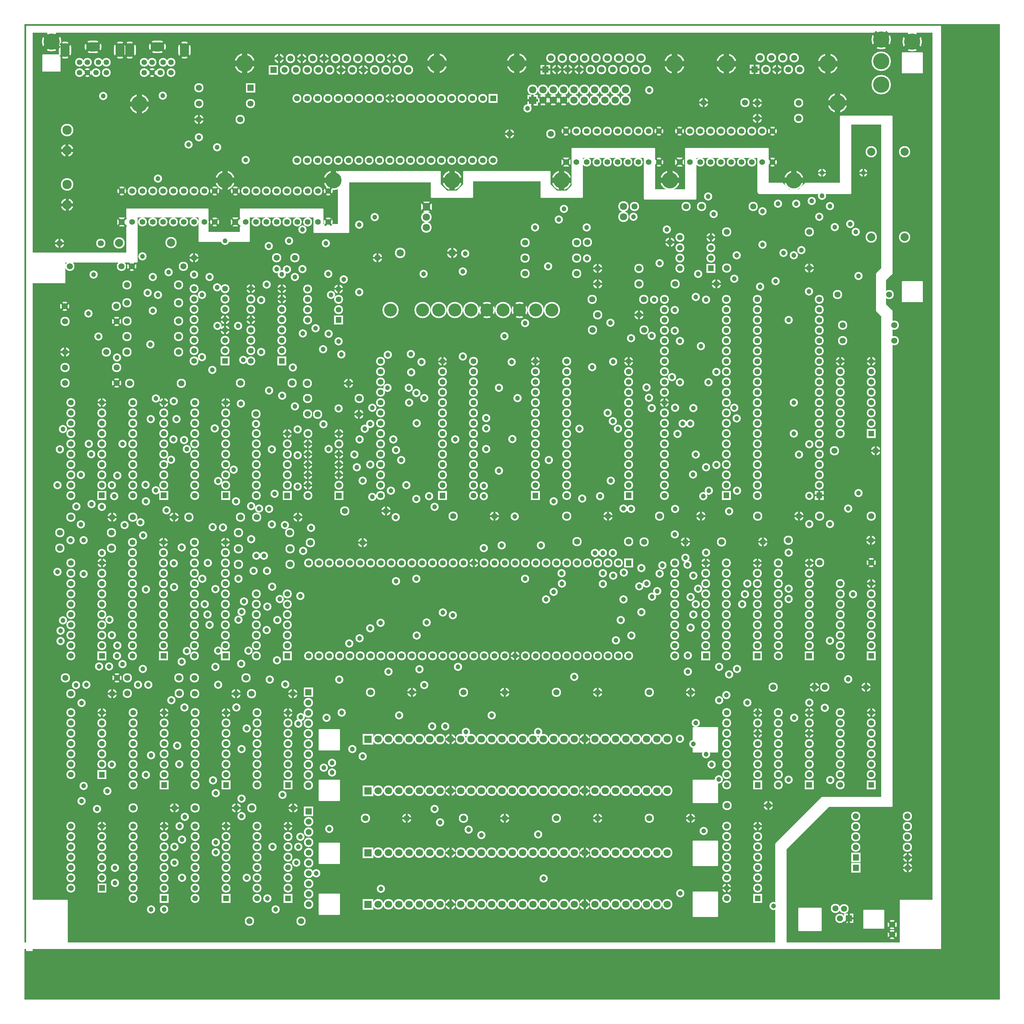
<source format=gbr>
%FSLAX34Y34*%
%MOMM*%
%LNCOPPER_INNER2*%
G71*
G01*
%ADD10C,2.200*%
%ADD11C,2.600*%
%ADD12C,2.300*%
%ADD13C,2.600*%
%ADD14C,2.800*%
%ADD15C,2.800*%
%ADD16C,2.320*%
%ADD17C,2.200*%
%ADD18C,5.000*%
%ADD19C,4.800*%
%ADD20C,3.100*%
%ADD21C,2.320*%
%ADD22C,2.150*%
%ADD23C,4.000*%
%ADD24C,2.000*%
%ADD25C,0.250*%
%ADD26C,0.150*%
%ADD27C,0.467*%
%ADD28C,0.600*%
%ADD29C,0.500*%
%ADD30C,0.667*%
%ADD31C,1.400*%
%ADD32C,1.333*%
%ADD33C,0.767*%
%ADD34C,0.507*%
%ADD35C,0.450*%
%ADD36C,1.067*%
%ADD37C,0.400*%
%ADD38C,1.400*%
%ADD39C,1.800*%
%ADD40C,1.500*%
%ADD41C,1.800*%
%ADD42C,2.000*%
%ADD43C,2.000*%
%ADD44C,1.520*%
%ADD45C,1.400*%
%ADD46C,4.200*%
%ADD47C,4.000*%
%ADD48C,2.300*%
%ADD49C,1.520*%
%ADD50C,1.350*%
%ADD51C,3.200*%
%ADD52C,1.200*%
%LPD*%
G36*
X0Y0D02*
X2400000Y0D01*
X2400000Y-2400000D01*
X0Y-2400000D01*
X0Y0D01*
G37*
%LPC*%
G36*
X1164490Y-193416D02*
X1142490Y-193416D01*
X1142490Y-171416D01*
X1164490Y-171416D01*
X1164490Y-193416D01*
G37*
X1128090Y-182415D02*
G54D10*
D03*
X1102690Y-182415D02*
G54D10*
D03*
X1077290Y-182416D02*
G54D10*
D03*
X1051890Y-182416D02*
G54D10*
D03*
X1026490Y-182415D02*
G54D10*
D03*
X1001090Y-182416D02*
G54D10*
D03*
X975690Y-182415D02*
G54D10*
D03*
X950290Y-182416D02*
G54D10*
D03*
X924890Y-182415D02*
G54D10*
D03*
X899490Y-182415D02*
G54D10*
D03*
X874090Y-182416D02*
G54D10*
D03*
X848690Y-182415D02*
G54D10*
D03*
X823290Y-182416D02*
G54D10*
D03*
X797890Y-182416D02*
G54D10*
D03*
X772490Y-182415D02*
G54D10*
D03*
X747090Y-182415D02*
G54D10*
D03*
X721690Y-182415D02*
G54D10*
D03*
X696290Y-182415D02*
G54D10*
D03*
X670890Y-182416D02*
G54D10*
D03*
X670890Y-334816D02*
G54D10*
D03*
X696290Y-334816D02*
G54D10*
D03*
X721690Y-334816D02*
G54D10*
D03*
X747090Y-334816D02*
G54D10*
D03*
X772490Y-334816D02*
G54D10*
D03*
X797890Y-334816D02*
G54D10*
D03*
X823290Y-334816D02*
G54D10*
D03*
X848690Y-334816D02*
G54D10*
D03*
X874090Y-334815D02*
G54D10*
D03*
X899490Y-334816D02*
G54D10*
D03*
X924890Y-334815D02*
G54D10*
D03*
X950290Y-334815D02*
G54D10*
D03*
X975690Y-334816D02*
G54D10*
D03*
X1001090Y-334815D02*
G54D10*
D03*
X1026490Y-334816D02*
G54D10*
D03*
X1051890Y-334815D02*
G54D10*
D03*
X1077290Y-334815D02*
G54D10*
D03*
X1102690Y-334815D02*
G54D10*
D03*
X1128090Y-334816D02*
G54D10*
D03*
X1153490Y-334816D02*
G54D10*
D03*
G36*
X1793435Y-1882918D02*
X1793435Y-1860918D01*
X1815435Y-1860918D01*
X1815435Y-1882918D01*
X1793435Y-1882918D01*
G37*
X1804435Y-1846518D02*
G54D10*
D03*
X1804435Y-1821118D02*
G54D10*
D03*
X1804435Y-1795718D02*
G54D10*
D03*
X1804435Y-1770318D02*
G54D10*
D03*
X1804435Y-1744918D02*
G54D10*
D03*
X1804435Y-1719518D02*
G54D10*
D03*
X1804435Y-1694118D02*
G54D10*
D03*
X1728235Y-1694118D02*
G54D10*
D03*
X1728235Y-1719518D02*
G54D10*
D03*
X1728235Y-1744918D02*
G54D10*
D03*
X1728235Y-1770318D02*
G54D10*
D03*
X1728235Y-1795718D02*
G54D10*
D03*
X1728235Y-1821118D02*
G54D10*
D03*
X1728235Y-1846518D02*
G54D10*
D03*
X1728235Y-1871918D02*
G54D10*
D03*
G36*
X2072838Y-1564977D02*
X2072838Y-1542977D01*
X2094838Y-1542977D01*
X2094838Y-1564977D01*
X2072838Y-1564977D01*
G37*
X2083838Y-1528577D02*
G54D10*
D03*
X2083838Y-1503177D02*
G54D10*
D03*
X2083838Y-1477777D02*
G54D10*
D03*
X2083838Y-1452377D02*
G54D10*
D03*
X2083838Y-1426977D02*
G54D10*
D03*
X2083838Y-1401577D02*
G54D10*
D03*
X2083839Y-1376177D02*
G54D10*
D03*
X2007639Y-1376177D02*
G54D10*
D03*
X2007639Y-1401577D02*
G54D10*
D03*
X2007639Y-1426977D02*
G54D10*
D03*
X2007639Y-1452377D02*
G54D10*
D03*
X2007639Y-1477777D02*
G54D10*
D03*
X2007639Y-1503177D02*
G54D10*
D03*
X2007639Y-1528577D02*
G54D10*
D03*
X2007639Y-1553977D02*
G54D10*
D03*
G36*
X1793345Y-2162148D02*
X1793345Y-2140148D01*
X1815345Y-2140148D01*
X1815345Y-2162148D01*
X1793345Y-2162148D01*
G37*
X1804345Y-2125748D02*
G54D10*
D03*
X1804345Y-2100348D02*
G54D10*
D03*
X1804345Y-2074948D02*
G54D10*
D03*
X1804345Y-2049548D02*
G54D10*
D03*
X1804345Y-2024148D02*
G54D10*
D03*
X1804345Y-1998748D02*
G54D10*
D03*
X1804345Y-1973348D02*
G54D10*
D03*
X1728145Y-1973348D02*
G54D10*
D03*
X1728145Y-1998748D02*
G54D10*
D03*
X1728145Y-2024148D02*
G54D10*
D03*
X1728145Y-2049548D02*
G54D10*
D03*
X1728145Y-2074948D02*
G54D10*
D03*
X1728145Y-2100348D02*
G54D10*
D03*
X1728145Y-2125749D02*
G54D10*
D03*
X1728145Y-2151149D02*
G54D10*
D03*
G36*
X2072656Y-1017964D02*
X2072656Y-995964D01*
X2094656Y-995964D01*
X2094656Y-1017964D01*
X2072656Y-1017964D01*
G37*
X2083656Y-981564D02*
G54D10*
D03*
X2083656Y-956164D02*
G54D10*
D03*
X2083656Y-930764D02*
G54D10*
D03*
X2083656Y-905364D02*
G54D10*
D03*
X2083656Y-879964D02*
G54D10*
D03*
X2083656Y-854564D02*
G54D10*
D03*
X2083656Y-829164D02*
G54D10*
D03*
X2007457Y-829164D02*
G54D10*
D03*
X2007456Y-854564D02*
G54D10*
D03*
X2007456Y-879964D02*
G54D10*
D03*
X2007456Y-905364D02*
G54D10*
D03*
X2007456Y-930764D02*
G54D10*
D03*
X2007456Y-956164D02*
G54D10*
D03*
X2007456Y-981564D02*
G54D10*
D03*
X2007456Y-1006964D02*
G54D10*
D03*
G36*
X1944991Y-1170199D02*
X1944991Y-1148199D01*
X1966991Y-1148199D01*
X1966991Y-1170199D01*
X1944991Y-1170199D01*
G37*
X1955991Y-1133798D02*
G54D10*
D03*
X1955991Y-1108398D02*
G54D10*
D03*
X1955991Y-1082998D02*
G54D10*
D03*
X1955991Y-1057598D02*
G54D10*
D03*
X1955991Y-1032198D02*
G54D10*
D03*
X1955991Y-1006798D02*
G54D10*
D03*
X1955991Y-981398D02*
G54D10*
D03*
X1955991Y-955998D02*
G54D10*
D03*
X1955991Y-930598D02*
G54D10*
D03*
X1955991Y-905198D02*
G54D10*
D03*
X1955991Y-879798D02*
G54D10*
D03*
X1955991Y-854398D02*
G54D10*
D03*
X1955991Y-828998D02*
G54D10*
D03*
X1955991Y-803598D02*
G54D10*
D03*
X1955991Y-778198D02*
G54D10*
D03*
X1955991Y-752798D02*
G54D10*
D03*
X1955991Y-727398D02*
G54D10*
D03*
X1955991Y-701998D02*
G54D10*
D03*
X1955991Y-676599D02*
G54D10*
D03*
X1803591Y-676598D02*
G54D10*
D03*
X1803591Y-701998D02*
G54D10*
D03*
X1803591Y-727398D02*
G54D10*
D03*
X1803591Y-752798D02*
G54D10*
D03*
X1803591Y-778198D02*
G54D10*
D03*
X1803591Y-803598D02*
G54D10*
D03*
X1803591Y-828998D02*
G54D10*
D03*
X1803591Y-854398D02*
G54D10*
D03*
X1803591Y-879798D02*
G54D10*
D03*
X1803591Y-905198D02*
G54D10*
D03*
X1803591Y-930598D02*
G54D10*
D03*
X1803591Y-955998D02*
G54D10*
D03*
X1803591Y-981398D02*
G54D10*
D03*
X1803591Y-1006798D02*
G54D10*
D03*
X1803591Y-1032198D02*
G54D10*
D03*
X1803591Y-1057598D02*
G54D10*
D03*
X1803591Y-1082998D02*
G54D10*
D03*
X1803591Y-1108398D02*
G54D10*
D03*
X1803591Y-1133798D02*
G54D10*
D03*
X1803591Y-1159198D02*
G54D10*
D03*
G36*
X1716391Y-1170198D02*
X1716391Y-1148198D01*
X1738391Y-1148198D01*
X1738391Y-1170198D01*
X1716391Y-1170198D01*
G37*
X1727391Y-1133798D02*
G54D10*
D03*
X1727391Y-1108398D02*
G54D10*
D03*
X1727391Y-1082998D02*
G54D10*
D03*
X1727391Y-1057598D02*
G54D10*
D03*
X1727391Y-1032198D02*
G54D10*
D03*
X1727391Y-1006799D02*
G54D10*
D03*
X1727391Y-981398D02*
G54D10*
D03*
X1727391Y-955999D02*
G54D10*
D03*
X1727391Y-930598D02*
G54D10*
D03*
X1727391Y-905198D02*
G54D10*
D03*
X1727391Y-879798D02*
G54D10*
D03*
X1727391Y-854398D02*
G54D10*
D03*
X1727391Y-828998D02*
G54D10*
D03*
X1727391Y-803598D02*
G54D10*
D03*
X1727391Y-778198D02*
G54D10*
D03*
X1727391Y-752798D02*
G54D10*
D03*
X1727391Y-727398D02*
G54D10*
D03*
X1727391Y-701998D02*
G54D10*
D03*
X1727391Y-676598D02*
G54D10*
D03*
X1574991Y-676598D02*
G54D10*
D03*
X1574991Y-701998D02*
G54D10*
D03*
X1574991Y-727398D02*
G54D10*
D03*
X1574991Y-752798D02*
G54D10*
D03*
X1574991Y-778198D02*
G54D10*
D03*
X1574991Y-803598D02*
G54D10*
D03*
X1574991Y-828998D02*
G54D10*
D03*
X1574991Y-854398D02*
G54D10*
D03*
X1574991Y-879798D02*
G54D10*
D03*
X1574991Y-905198D02*
G54D10*
D03*
X1574991Y-930599D02*
G54D10*
D03*
X1574991Y-955998D02*
G54D10*
D03*
X1574991Y-981398D02*
G54D10*
D03*
X1574991Y-1006798D02*
G54D10*
D03*
X1574991Y-1032198D02*
G54D10*
D03*
X1574991Y-1057598D02*
G54D10*
D03*
X1574991Y-1082998D02*
G54D10*
D03*
X1574991Y-1108398D02*
G54D10*
D03*
X1574991Y-1133798D02*
G54D10*
D03*
X1574991Y-1159198D02*
G54D10*
D03*
G36*
X1678190Y-611426D02*
X1678190Y-589426D01*
X1700190Y-589426D01*
X1700190Y-611426D01*
X1678190Y-611426D01*
G37*
X1689190Y-575026D02*
G54D10*
D03*
X1689190Y-549626D02*
G54D10*
D03*
X1689190Y-524227D02*
G54D10*
D03*
X1612990Y-524227D02*
G54D10*
D03*
X1612990Y-549626D02*
G54D10*
D03*
X1612990Y-575026D02*
G54D10*
D03*
X1612990Y-600426D02*
G54D10*
D03*
G36*
X1475686Y-1170192D02*
X1475686Y-1148192D01*
X1497686Y-1148192D01*
X1497686Y-1170192D01*
X1475686Y-1170192D01*
G37*
X1486686Y-1133792D02*
G54D10*
D03*
X1486686Y-1108392D02*
G54D10*
D03*
X1486686Y-1082992D02*
G54D10*
D03*
X1486686Y-1057592D02*
G54D10*
D03*
X1486686Y-1032193D02*
G54D10*
D03*
X1486686Y-1006793D02*
G54D10*
D03*
X1486686Y-981393D02*
G54D10*
D03*
X1486686Y-955993D02*
G54D10*
D03*
X1486686Y-930593D02*
G54D10*
D03*
X1486686Y-905193D02*
G54D10*
D03*
X1486686Y-879793D02*
G54D10*
D03*
X1486686Y-854393D02*
G54D10*
D03*
X1486685Y-828993D02*
G54D10*
D03*
X1334286Y-828993D02*
G54D10*
D03*
X1334286Y-854393D02*
G54D10*
D03*
X1334286Y-879793D02*
G54D10*
D03*
X1334286Y-905193D02*
G54D10*
D03*
X1334286Y-930593D02*
G54D10*
D03*
X1334286Y-955993D02*
G54D10*
D03*
X1334286Y-981393D02*
G54D10*
D03*
X1334286Y-1006793D02*
G54D10*
D03*
X1334286Y-1032193D02*
G54D10*
D03*
X1334286Y-1057592D02*
G54D10*
D03*
X1334286Y-1082992D02*
G54D10*
D03*
X1334285Y-1108392D02*
G54D10*
D03*
X1334286Y-1133792D02*
G54D10*
D03*
X1334286Y-1159192D02*
G54D10*
D03*
G36*
X1017800Y-1170834D02*
X1017800Y-1148834D01*
X1039800Y-1148834D01*
X1039800Y-1170834D01*
X1017800Y-1170834D01*
G37*
X1028800Y-1134434D02*
G54D10*
D03*
X1028800Y-1109034D02*
G54D10*
D03*
X1028800Y-1083634D02*
G54D10*
D03*
X1028800Y-1058234D02*
G54D10*
D03*
X1028800Y-1032834D02*
G54D10*
D03*
X1028800Y-1007434D02*
G54D10*
D03*
X1028800Y-982034D02*
G54D10*
D03*
X1028800Y-956634D02*
G54D10*
D03*
X1028800Y-931234D02*
G54D10*
D03*
X1028800Y-905834D02*
G54D10*
D03*
X1028800Y-880434D02*
G54D10*
D03*
X1028800Y-855034D02*
G54D10*
D03*
X1028800Y-829634D02*
G54D10*
D03*
X876400Y-829634D02*
G54D10*
D03*
X876400Y-855034D02*
G54D10*
D03*
X876400Y-880434D02*
G54D10*
D03*
X876400Y-905834D02*
G54D10*
D03*
X876400Y-931234D02*
G54D10*
D03*
X876400Y-956634D02*
G54D10*
D03*
X876400Y-982034D02*
G54D10*
D03*
X876400Y-1007434D02*
G54D10*
D03*
X876400Y-1032834D02*
G54D10*
D03*
X876400Y-1058234D02*
G54D10*
D03*
X876400Y-1083634D02*
G54D10*
D03*
X876400Y-1109034D02*
G54D10*
D03*
X876400Y-1134434D02*
G54D10*
D03*
X876400Y-1159834D02*
G54D10*
D03*
G36*
X762642Y-1170818D02*
X762642Y-1148818D01*
X784642Y-1148818D01*
X784642Y-1170818D01*
X762642Y-1170818D01*
G37*
X773642Y-1134418D02*
G54D10*
D03*
X773642Y-1109018D02*
G54D10*
D03*
X773642Y-1083618D02*
G54D10*
D03*
X773642Y-1058218D02*
G54D10*
D03*
X773642Y-1032818D02*
G54D10*
D03*
X773642Y-1007418D02*
G54D10*
D03*
X697442Y-1007418D02*
G54D10*
D03*
X697442Y-1032818D02*
G54D10*
D03*
X697442Y-1058218D02*
G54D10*
D03*
X697442Y-1083618D02*
G54D10*
D03*
X697442Y-1109018D02*
G54D10*
D03*
X697442Y-1134418D02*
G54D10*
D03*
X697442Y-1159818D02*
G54D10*
D03*
G36*
X635642Y-1170818D02*
X635642Y-1148818D01*
X657642Y-1148818D01*
X657642Y-1170818D01*
X635642Y-1170818D01*
G37*
X646642Y-1134418D02*
G54D10*
D03*
X646642Y-1109018D02*
G54D10*
D03*
X646642Y-1083618D02*
G54D10*
D03*
X646642Y-1058218D02*
G54D10*
D03*
X646642Y-1032818D02*
G54D10*
D03*
X646642Y-1007418D02*
G54D10*
D03*
X570442Y-1007418D02*
G54D10*
D03*
X570442Y-1032818D02*
G54D10*
D03*
X570442Y-1058218D02*
G54D10*
D03*
X570442Y-1083618D02*
G54D10*
D03*
X570442Y-1109018D02*
G54D10*
D03*
X570442Y-1134418D02*
G54D10*
D03*
X570442Y-1159818D02*
G54D10*
D03*
G36*
X179224Y-1170188D02*
X179224Y-1148188D01*
X201224Y-1148188D01*
X201224Y-1170188D01*
X179224Y-1170188D01*
G37*
X190224Y-1133788D02*
G54D10*
D03*
X190224Y-1108388D02*
G54D10*
D03*
X190224Y-1082988D02*
G54D10*
D03*
X190224Y-1057588D02*
G54D10*
D03*
X190224Y-1032188D02*
G54D10*
D03*
X190224Y-1006788D02*
G54D10*
D03*
X190224Y-981388D02*
G54D10*
D03*
X190224Y-955988D02*
G54D10*
D03*
X190224Y-930589D02*
G54D10*
D03*
X114024Y-930588D02*
G54D10*
D03*
X114024Y-955988D02*
G54D10*
D03*
X114024Y-981388D02*
G54D10*
D03*
X114024Y-1006788D02*
G54D10*
D03*
X114024Y-1032188D02*
G54D10*
D03*
X114024Y-1057588D02*
G54D10*
D03*
X114024Y-1082988D02*
G54D10*
D03*
X114024Y-1108388D02*
G54D10*
D03*
X114024Y-1133788D02*
G54D10*
D03*
X114024Y-1159188D02*
G54D10*
D03*
G36*
X331555Y-1565100D02*
X331555Y-1543100D01*
X353555Y-1543100D01*
X353555Y-1565100D01*
X331555Y-1565100D01*
G37*
X342555Y-1528700D02*
G54D10*
D03*
X342555Y-1503300D02*
G54D10*
D03*
X342555Y-1477900D02*
G54D10*
D03*
X342555Y-1452500D02*
G54D10*
D03*
X342555Y-1427100D02*
G54D10*
D03*
X342555Y-1401700D02*
G54D10*
D03*
X342555Y-1376300D02*
G54D10*
D03*
X342555Y-1350900D02*
G54D10*
D03*
X342555Y-1325500D02*
G54D10*
D03*
X342555Y-1300100D02*
G54D10*
D03*
X342555Y-1274699D02*
G54D10*
D03*
X266354Y-1274700D02*
G54D10*
D03*
X266354Y-1300100D02*
G54D10*
D03*
X266354Y-1325500D02*
G54D10*
D03*
X266354Y-1350900D02*
G54D10*
D03*
X266354Y-1376300D02*
G54D10*
D03*
X266354Y-1401700D02*
G54D10*
D03*
X266354Y-1427100D02*
G54D10*
D03*
X266354Y-1452500D02*
G54D10*
D03*
X266354Y-1477900D02*
G54D10*
D03*
X266354Y-1503300D02*
G54D10*
D03*
X266354Y-1528700D02*
G54D10*
D03*
X266355Y-1554100D02*
G54D10*
D03*
G36*
X636118Y-1565036D02*
X636118Y-1543036D01*
X658118Y-1543036D01*
X658118Y-1565036D01*
X636118Y-1565036D01*
G37*
X647118Y-1528636D02*
G54D10*
D03*
X647118Y-1503236D02*
G54D10*
D03*
X647118Y-1477836D02*
G54D10*
D03*
X647118Y-1452436D02*
G54D10*
D03*
X647118Y-1427037D02*
G54D10*
D03*
X647118Y-1401637D02*
G54D10*
D03*
X570918Y-1401637D02*
G54D10*
D03*
X570918Y-1427037D02*
G54D10*
D03*
X570918Y-1452436D02*
G54D10*
D03*
X570918Y-1477836D02*
G54D10*
D03*
X570918Y-1503236D02*
G54D10*
D03*
X570918Y-1528636D02*
G54D10*
D03*
X570918Y-1554036D02*
G54D10*
D03*
G36*
X761920Y-738371D02*
X761920Y-716371D01*
X783920Y-716371D01*
X783920Y-738371D01*
X761920Y-738371D01*
G37*
X772920Y-701971D02*
G54D10*
D03*
X772920Y-676571D02*
G54D10*
D03*
X772920Y-651171D02*
G54D10*
D03*
X696720Y-651171D02*
G54D10*
D03*
X696720Y-676571D02*
G54D10*
D03*
X696720Y-701971D02*
G54D10*
D03*
X696720Y-727371D02*
G54D10*
D03*
G36*
X622220Y-839520D02*
X622220Y-817520D01*
X644220Y-817520D01*
X644220Y-839520D01*
X622220Y-839520D01*
G37*
X633220Y-803120D02*
G54D10*
D03*
X633220Y-777720D02*
G54D10*
D03*
X633220Y-752320D02*
G54D10*
D03*
X633220Y-726920D02*
G54D10*
D03*
X633220Y-701520D02*
G54D10*
D03*
X633220Y-676119D02*
G54D10*
D03*
X633220Y-650719D02*
G54D10*
D03*
X557020Y-650719D02*
G54D10*
D03*
X557020Y-676120D02*
G54D10*
D03*
X557020Y-701520D02*
G54D10*
D03*
X557020Y-726919D02*
G54D10*
D03*
X557020Y-752320D02*
G54D10*
D03*
X557020Y-777720D02*
G54D10*
D03*
X557020Y-803120D02*
G54D10*
D03*
X557020Y-828519D02*
G54D10*
D03*
G36*
X482520Y-839519D02*
X482520Y-817519D01*
X504520Y-817519D01*
X504520Y-839519D01*
X482520Y-839519D01*
G37*
X493520Y-803120D02*
G54D10*
D03*
X493520Y-777720D02*
G54D10*
D03*
X493520Y-752319D02*
G54D10*
D03*
X493520Y-726919D02*
G54D10*
D03*
X493520Y-701520D02*
G54D10*
D03*
X493520Y-676120D02*
G54D10*
D03*
X493520Y-650720D02*
G54D10*
D03*
X417320Y-650720D02*
G54D10*
D03*
X417320Y-676120D02*
G54D10*
D03*
X417320Y-701520D02*
G54D10*
D03*
X417320Y-726920D02*
G54D10*
D03*
X417320Y-752320D02*
G54D10*
D03*
X417320Y-777720D02*
G54D10*
D03*
X417320Y-803120D02*
G54D10*
D03*
X417320Y-828520D02*
G54D10*
D03*
G36*
X1601477Y-328132D02*
X1623477Y-328132D01*
X1623477Y-350132D01*
X1601477Y-350132D01*
X1601477Y-328132D01*
G37*
X1637877Y-339132D02*
G54D10*
D03*
X1663277Y-339132D02*
G54D10*
D03*
X1688677Y-339132D02*
G54D10*
D03*
X1714077Y-339132D02*
G54D10*
D03*
X1739477Y-339132D02*
G54D10*
D03*
X1764877Y-339132D02*
G54D10*
D03*
X1790277Y-339132D02*
G54D10*
D03*
X1815677Y-339132D02*
G54D10*
D03*
X1841077Y-339132D02*
G54D10*
D03*
X1841077Y-262932D02*
G54D10*
D03*
X1815677Y-262932D02*
G54D10*
D03*
X1790277Y-262932D02*
G54D10*
D03*
X1764877Y-262932D02*
G54D10*
D03*
X1739477Y-262932D02*
G54D10*
D03*
X1714077Y-262932D02*
G54D10*
D03*
X1688677Y-262932D02*
G54D10*
D03*
X1663277Y-262932D02*
G54D10*
D03*
X1637877Y-262932D02*
G54D10*
D03*
X1612477Y-262932D02*
G54D10*
D03*
G36*
X1237595Y-174074D02*
X1263595Y-174074D01*
X1263595Y-200074D01*
X1237595Y-200074D01*
X1237595Y-174074D01*
G37*
X1250595Y-161674D02*
G54D11*
D03*
X1275995Y-187073D02*
G54D11*
D03*
X1275995Y-161674D02*
G54D11*
D03*
X1301395Y-187073D02*
G54D11*
D03*
X1301395Y-161674D02*
G54D11*
D03*
X1326795Y-187073D02*
G54D11*
D03*
X1326795Y-161674D02*
G54D11*
D03*
X1352195Y-187074D02*
G54D11*
D03*
X1352195Y-161674D02*
G54D11*
D03*
X1377595Y-187073D02*
G54D11*
D03*
X1377595Y-161674D02*
G54D11*
D03*
X1402995Y-187074D02*
G54D11*
D03*
X1402995Y-161674D02*
G54D11*
D03*
X1428395Y-187074D02*
G54D11*
D03*
X1428395Y-161674D02*
G54D11*
D03*
X1453795Y-187074D02*
G54D11*
D03*
X1453795Y-161674D02*
G54D11*
D03*
X1479195Y-187074D02*
G54D11*
D03*
X1479195Y-161674D02*
G54D11*
D03*
X1500836Y-448328D02*
G54D12*
D03*
X1627836Y-448328D02*
G54D12*
D03*
X1665936Y-448328D02*
G54D12*
D03*
X1792936Y-448328D02*
G54D12*
D03*
X1474007Y-473728D02*
G54D13*
D03*
X1474007Y-448328D02*
G54D13*
D03*
X1671176Y-192941D02*
G54D12*
D03*
X1772776Y-192941D02*
G54D12*
D03*
X1803401Y-193128D02*
G54D12*
D03*
X1905000Y-193128D02*
G54D12*
D03*
X1803401Y-231228D02*
G54D12*
D03*
X1905000Y-231228D02*
G54D12*
D03*
X1728145Y-511358D02*
G54D12*
D03*
X1931345Y-511358D02*
G54D12*
D03*
X1728145Y-600258D02*
G54D12*
D03*
X1931345Y-600257D02*
G54D12*
D03*
X1385245Y-536758D02*
G54D12*
D03*
X1588445Y-536758D02*
G54D12*
D03*
X2000543Y-664751D02*
G54D12*
D03*
X2127543Y-664751D02*
G54D12*
D03*
X2013380Y-740662D02*
G54D12*
D03*
X2140380Y-740662D02*
G54D12*
D03*
X2013380Y-778762D02*
G54D12*
D03*
X2140380Y-778762D02*
G54D12*
D03*
X2046076Y-1948406D02*
G54D12*
D03*
X2173076Y-1948406D02*
G54D12*
D03*
X2046076Y-1973806D02*
G54D12*
D03*
X2173076Y-1973806D02*
G54D12*
D03*
X2046076Y-1999206D02*
G54D12*
D03*
X2173076Y-1999206D02*
G54D12*
D03*
X2046076Y-2024606D02*
G54D12*
D03*
X2173076Y-2024606D02*
G54D12*
D03*
G36*
X2034490Y-2038754D02*
X2057490Y-2038754D01*
X2057490Y-2061754D01*
X2034490Y-2061754D01*
X2034490Y-2038754D01*
G37*
X2173249Y-2050254D02*
G54D12*
D03*
G36*
X2034490Y-2064154D02*
X2057490Y-2064154D01*
X2057490Y-2087154D01*
X2034490Y-2087154D01*
X2034490Y-2064154D01*
G37*
X2173249Y-2075654D02*
G54D12*
D03*
X1601250Y-638768D02*
G54D12*
D03*
X1702850Y-638768D02*
G54D12*
D03*
X1410750Y-600668D02*
G54D12*
D03*
X1512350Y-600668D02*
G54D12*
D03*
X1410750Y-638768D02*
G54D12*
D03*
X1512350Y-638768D02*
G54D12*
D03*
X1397212Y-677024D02*
G54D12*
D03*
X1524212Y-677024D02*
G54D12*
D03*
X1398049Y-752509D02*
G54D12*
D03*
X1525049Y-752509D02*
G54D12*
D03*
X1410750Y-714968D02*
G54D12*
D03*
X1512350Y-714968D02*
G54D12*
D03*
X1194263Y-269786D02*
G54D12*
D03*
X1295863Y-269786D02*
G54D12*
D03*
G36*
X976169Y-436142D02*
X1002169Y-436142D01*
X1002169Y-462142D01*
X976169Y-462142D01*
X976169Y-436142D01*
G37*
X989169Y-474611D02*
G54D13*
D03*
X989137Y-500150D02*
G54D13*
D03*
X1232112Y-537324D02*
G54D12*
D03*
X1359112Y-537324D02*
G54D12*
D03*
X924536Y-562577D02*
G54D13*
D03*
X1052784Y-562577D02*
G54D13*
D03*
X2165993Y-313833D02*
G54D14*
D03*
X2083658Y-313537D02*
G54D14*
D03*
X2165683Y-523871D02*
G54D14*
D03*
X2083348Y-523575D02*
G54D14*
D03*
G36*
X568024Y-167846D02*
X545024Y-167846D01*
X545024Y-144846D01*
X568024Y-144846D01*
X568024Y-167846D01*
G37*
X429265Y-156346D02*
G54D12*
D03*
X429484Y-195155D02*
G54D12*
D03*
X556484Y-195154D02*
G54D12*
D03*
X429651Y-234397D02*
G54D12*
D03*
X531251Y-234397D02*
G54D12*
D03*
X665308Y-574879D02*
G54D12*
D03*
X868508Y-574879D02*
G54D12*
D03*
X417319Y-574611D02*
G54D12*
D03*
X620519Y-574611D02*
G54D12*
D03*
X233159Y-537660D02*
G54D15*
D03*
X360473Y-537464D02*
G54D15*
D03*
X86751Y-539197D02*
G54D12*
D03*
X188352Y-539197D02*
G54D12*
D03*
X264599Y-596063D02*
G54D12*
D03*
X391599Y-596063D02*
G54D12*
D03*
X112199Y-596063D02*
G54D12*
D03*
X239199Y-596063D02*
G54D12*
D03*
X252752Y-641010D02*
G54D12*
D03*
X379753Y-641010D02*
G54D12*
D03*
X252683Y-730244D02*
G54D12*
D03*
X379683Y-730244D02*
G54D12*
D03*
X99999Y-844682D02*
G54D12*
D03*
X226999Y-844682D02*
G54D12*
D03*
X100000Y-806495D02*
G54D12*
D03*
X201600Y-806495D02*
G54D12*
D03*
X526970Y-1251287D02*
G54D12*
D03*
X653244Y-1250750D02*
G54D12*
D03*
X526970Y-1290429D02*
G54D12*
D03*
X653970Y-1290429D02*
G54D12*
D03*
X526970Y-1328529D02*
G54D12*
D03*
X653970Y-1328529D02*
G54D12*
D03*
X405068Y-1212715D02*
G54D12*
D03*
X532068Y-1212715D02*
G54D12*
D03*
X87568Y-1250815D02*
G54D12*
D03*
X214568Y-1250815D02*
G54D12*
D03*
X87568Y-1288915D02*
G54D12*
D03*
X214568Y-1288915D02*
G54D12*
D03*
X418213Y-1607870D02*
G54D12*
D03*
X545213Y-1607870D02*
G54D12*
D03*
X253113Y-1607870D02*
G54D12*
D03*
X380113Y-1607870D02*
G54D12*
D03*
X253450Y-1646586D02*
G54D12*
D03*
X381237Y-1646288D02*
G54D12*
D03*
X554048Y-2206515D02*
G54D12*
D03*
X681048Y-2206515D02*
G54D12*
D03*
X1582100Y-1759300D02*
G54D11*
D03*
X1556700Y-1759300D02*
G54D11*
D03*
X1531300Y-1759300D02*
G54D11*
D03*
X1505900Y-1759300D02*
G54D11*
D03*
X1480500Y-1759300D02*
G54D11*
D03*
X1455100Y-1759300D02*
G54D11*
D03*
X1429700Y-1759300D02*
G54D11*
D03*
X1404300Y-1759300D02*
G54D11*
D03*
X1378900Y-1759300D02*
G54D11*
D03*
X1353500Y-1759300D02*
G54D11*
D03*
X1328100Y-1759300D02*
G54D11*
D03*
X1302700Y-1759300D02*
G54D11*
D03*
X1277300Y-1759300D02*
G54D11*
D03*
X1251900Y-1759300D02*
G54D11*
D03*
X1226500Y-1759300D02*
G54D11*
D03*
X1201100Y-1759300D02*
G54D11*
D03*
X1175700Y-1759300D02*
G54D11*
D03*
X1150300Y-1759300D02*
G54D11*
D03*
X1099500Y-1759300D02*
G54D11*
D03*
X1074100Y-1759300D02*
G54D11*
D03*
X1048700Y-1759300D02*
G54D11*
D03*
X1023300Y-1759300D02*
G54D11*
D03*
X997900Y-1759300D02*
G54D11*
D03*
X972500Y-1759300D02*
G54D11*
D03*
X947100Y-1759300D02*
G54D11*
D03*
X921700Y-1759300D02*
G54D11*
D03*
X896300Y-1759300D02*
G54D11*
D03*
X870900Y-1759300D02*
G54D11*
D03*
G36*
X832500Y-1746300D02*
X858500Y-1746300D01*
X858500Y-1772300D01*
X832500Y-1772300D01*
X832500Y-1746300D01*
G37*
X1124900Y-1759300D02*
G54D11*
D03*
X1582100Y-1886300D02*
G54D11*
D03*
X1556700Y-1886300D02*
G54D11*
D03*
X1531300Y-1886300D02*
G54D11*
D03*
X1505900Y-1886300D02*
G54D11*
D03*
X1480500Y-1886300D02*
G54D11*
D03*
X1455100Y-1886300D02*
G54D11*
D03*
X1429700Y-1886300D02*
G54D11*
D03*
X1404300Y-1886300D02*
G54D11*
D03*
X1378900Y-1886300D02*
G54D11*
D03*
X1353500Y-1886300D02*
G54D11*
D03*
X1328100Y-1886300D02*
G54D11*
D03*
X1302700Y-1886300D02*
G54D11*
D03*
X1277300Y-1886300D02*
G54D11*
D03*
X1251900Y-1886300D02*
G54D11*
D03*
X1226500Y-1886300D02*
G54D11*
D03*
X1201100Y-1886300D02*
G54D11*
D03*
X1175700Y-1886300D02*
G54D11*
D03*
X1150300Y-1886300D02*
G54D11*
D03*
X1124900Y-1886300D02*
G54D11*
D03*
X1099500Y-1886300D02*
G54D11*
D03*
X1074100Y-1886300D02*
G54D11*
D03*
X1048700Y-1886300D02*
G54D11*
D03*
X1023300Y-1886300D02*
G54D11*
D03*
X997900Y-1886300D02*
G54D11*
D03*
X972500Y-1886300D02*
G54D11*
D03*
X947100Y-1886300D02*
G54D11*
D03*
X921700Y-1886300D02*
G54D11*
D03*
X896300Y-1886300D02*
G54D11*
D03*
X870900Y-1886300D02*
G54D11*
D03*
G36*
X832500Y-1873300D02*
X858500Y-1873300D01*
X858500Y-1899300D01*
X832500Y-1899300D01*
X832500Y-1873300D01*
G37*
G36*
X710423Y-1631906D02*
X710423Y-1655106D01*
X687223Y-1655106D01*
X687223Y-1631906D01*
X710423Y-1631906D01*
G37*
X698823Y-1668906D02*
G54D16*
D03*
X698823Y-1694306D02*
G54D16*
D03*
X698823Y-1719706D02*
G54D16*
D03*
X698823Y-1745106D02*
G54D16*
D03*
X698823Y-1770506D02*
G54D16*
D03*
X698823Y-1795906D02*
G54D16*
D03*
X698823Y-1821306D02*
G54D16*
D03*
X698823Y-1846706D02*
G54D16*
D03*
X698823Y-1872106D02*
G54D16*
D03*
G36*
X710685Y-1925097D02*
X710685Y-1948297D01*
X687485Y-1948297D01*
X687485Y-1925097D01*
X710685Y-1925097D01*
G37*
X699085Y-1962097D02*
G54D16*
D03*
X699085Y-1987497D02*
G54D16*
D03*
X699085Y-2012897D02*
G54D16*
D03*
X699085Y-2038297D02*
G54D16*
D03*
X699085Y-2063697D02*
G54D16*
D03*
X699085Y-2089097D02*
G54D16*
D03*
X699085Y-2114497D02*
G54D16*
D03*
X699085Y-2139897D02*
G54D16*
D03*
X699085Y-2165297D02*
G54D16*
D03*
G36*
X1475890Y-1314768D02*
X1497890Y-1314768D01*
X1497890Y-1336768D01*
X1475890Y-1336768D01*
X1475890Y-1314768D01*
G37*
X1461490Y-1325768D02*
G54D17*
D03*
X1436090Y-1325768D02*
G54D17*
D03*
X1410690Y-1325768D02*
G54D17*
D03*
X1385290Y-1325768D02*
G54D17*
D03*
X1359890Y-1325768D02*
G54D17*
D03*
X1334490Y-1325768D02*
G54D17*
D03*
X1309090Y-1325768D02*
G54D17*
D03*
X1283690Y-1325768D02*
G54D17*
D03*
X1258290Y-1325768D02*
G54D17*
D03*
X1232890Y-1325768D02*
G54D17*
D03*
X1207490Y-1325768D02*
G54D17*
D03*
X1182090Y-1325768D02*
G54D17*
D03*
X1156690Y-1325768D02*
G54D17*
D03*
X1131290Y-1325768D02*
G54D17*
D03*
X1105890Y-1325768D02*
G54D17*
D03*
X1080490Y-1325768D02*
G54D17*
D03*
X1055090Y-1325768D02*
G54D17*
D03*
X1029690Y-1325768D02*
G54D17*
D03*
X1004290Y-1325768D02*
G54D17*
D03*
X978890Y-1325768D02*
G54D17*
D03*
X953490Y-1325768D02*
G54D17*
D03*
X928090Y-1325768D02*
G54D17*
D03*
X902690Y-1325768D02*
G54D17*
D03*
X877290Y-1325768D02*
G54D17*
D03*
X851890Y-1325768D02*
G54D17*
D03*
X826490Y-1325768D02*
G54D17*
D03*
X801090Y-1325768D02*
G54D17*
D03*
X775690Y-1325768D02*
G54D17*
D03*
X750290Y-1325768D02*
G54D17*
D03*
X724890Y-1325768D02*
G54D17*
D03*
X699490Y-1325768D02*
G54D17*
D03*
X1486890Y-1554368D02*
G54D17*
D03*
X1461490Y-1554368D02*
G54D17*
D03*
X1436090Y-1554368D02*
G54D17*
D03*
X1410690Y-1554368D02*
G54D17*
D03*
X1385290Y-1554368D02*
G54D17*
D03*
X1359890Y-1554368D02*
G54D17*
D03*
X1334490Y-1554368D02*
G54D17*
D03*
X1309090Y-1554368D02*
G54D17*
D03*
X1283690Y-1554368D02*
G54D17*
D03*
X1258290Y-1554368D02*
G54D17*
D03*
X1232890Y-1554368D02*
G54D17*
D03*
X1207490Y-1554368D02*
G54D17*
D03*
X1182090Y-1554368D02*
G54D17*
D03*
X1156690Y-1554368D02*
G54D17*
D03*
X1131290Y-1554368D02*
G54D17*
D03*
X1105890Y-1554368D02*
G54D17*
D03*
X1080490Y-1554368D02*
G54D17*
D03*
X1055090Y-1554368D02*
G54D17*
D03*
X1029690Y-1554368D02*
G54D17*
D03*
X1004290Y-1554368D02*
G54D17*
D03*
X978890Y-1554368D02*
G54D17*
D03*
X953490Y-1554368D02*
G54D17*
D03*
X928090Y-1554368D02*
G54D17*
D03*
X902690Y-1554368D02*
G54D17*
D03*
X877290Y-1554368D02*
G54D17*
D03*
X851890Y-1554368D02*
G54D17*
D03*
X826490Y-1554368D02*
G54D17*
D03*
X801090Y-1554368D02*
G54D17*
D03*
X775690Y-1554368D02*
G54D17*
D03*
X750290Y-1554368D02*
G54D17*
D03*
X724890Y-1554368D02*
G54D17*
D03*
X699490Y-1554368D02*
G54D17*
D03*
G36*
X2016954Y-2188449D02*
X2039954Y-2188449D01*
X2039954Y-2211449D01*
X2016954Y-2211449D01*
X2016954Y-2188449D01*
G37*
X2006748Y-2199868D02*
G54D12*
D03*
X2017073Y-2175976D02*
G54D12*
D03*
X1995416Y-2175905D02*
G54D12*
D03*
X1977029Y-97241D02*
G54D18*
D03*
X1727404Y-97201D02*
G54D18*
D03*
X1599676Y-96819D02*
G54D18*
D03*
X1211855Y-96425D02*
G54D18*
D03*
X2184854Y-42909D02*
G54D19*
D03*
X2108589Y-38051D02*
G54D19*
D03*
X2108431Y-90665D02*
G54D19*
D03*
X2108431Y-148193D02*
G54D19*
D03*
X2000697Y-193378D02*
G54D19*
D03*
X1893190Y-384263D02*
G54D19*
D03*
X105320Y-393930D02*
G54D20*
D03*
X105244Y-444146D02*
G54D20*
D03*
X105115Y-260167D02*
G54D20*
D03*
X105038Y-310384D02*
G54D20*
D03*
G36*
X624432Y-124091D02*
X601232Y-124091D01*
X601232Y-100891D01*
X624432Y-100891D01*
X624432Y-124091D01*
G37*
X640532Y-112491D02*
G54D21*
D03*
X668132Y-112491D02*
G54D21*
D03*
X695832Y-112491D02*
G54D21*
D03*
X723532Y-112491D02*
G54D21*
D03*
X751232Y-112491D02*
G54D21*
D03*
X778932Y-112491D02*
G54D21*
D03*
X806632Y-112491D02*
G54D21*
D03*
X834332Y-112491D02*
G54D21*
D03*
X861932Y-112491D02*
G54D21*
D03*
X889632Y-112491D02*
G54D21*
D03*
X917332Y-112491D02*
G54D21*
D03*
X945032Y-112491D02*
G54D21*
D03*
X626732Y-84091D02*
G54D21*
D03*
X654432Y-84091D02*
G54D21*
D03*
X682132Y-84091D02*
G54D21*
D03*
X709832Y-84091D02*
G54D21*
D03*
X737532Y-84091D02*
G54D21*
D03*
X765232Y-84091D02*
G54D21*
D03*
X792932Y-84091D02*
G54D21*
D03*
X820532Y-84091D02*
G54D21*
D03*
X848232Y-84091D02*
G54D21*
D03*
X875932Y-84091D02*
G54D21*
D03*
X903632Y-84091D02*
G54D21*
D03*
X931332Y-84091D02*
G54D21*
D03*
X1015005Y-96425D02*
G54D18*
D03*
X541930Y-96425D02*
G54D18*
D03*
G36*
X1293427Y-123199D02*
X1270227Y-123199D01*
X1270227Y-99999D01*
X1293427Y-99999D01*
X1293427Y-123199D01*
G37*
X1309527Y-111599D02*
G54D21*
D03*
X1337127Y-111599D02*
G54D21*
D03*
X1364827Y-111599D02*
G54D21*
D03*
X1392527Y-111600D02*
G54D21*
D03*
X1420227Y-111599D02*
G54D21*
D03*
X1447927Y-111599D02*
G54D21*
D03*
X1475627Y-111599D02*
G54D21*
D03*
X1503327Y-111600D02*
G54D21*
D03*
X1530927Y-111599D02*
G54D21*
D03*
X1295727Y-83199D02*
G54D21*
D03*
X1323427Y-83199D02*
G54D21*
D03*
X1351127Y-83199D02*
G54D21*
D03*
X1378827Y-83199D02*
G54D21*
D03*
X1406527Y-83199D02*
G54D21*
D03*
X1434227Y-83199D02*
G54D21*
D03*
X1461927Y-83199D02*
G54D21*
D03*
X1489527Y-83199D02*
G54D21*
D03*
X1517227Y-83199D02*
G54D21*
D03*
G36*
X1808399Y-122695D02*
X1785199Y-122695D01*
X1785199Y-99495D01*
X1808399Y-99495D01*
X1808399Y-122695D01*
G37*
X1824398Y-111095D02*
G54D21*
D03*
X1852099Y-111095D02*
G54D21*
D03*
X1879799Y-111095D02*
G54D21*
D03*
X1907499Y-111095D02*
G54D21*
D03*
X1810699Y-82695D02*
G54D21*
D03*
X1838399Y-82695D02*
G54D21*
D03*
X1866099Y-82695D02*
G54D21*
D03*
X1893799Y-82695D02*
G54D21*
D03*
X135736Y-119245D02*
G54D22*
D03*
X155161Y-119225D02*
G54D22*
D03*
X135736Y-93845D02*
G54D22*
D03*
X155161Y-93825D02*
G54D22*
D03*
X182270Y-93739D02*
G54D22*
D03*
X201695Y-93719D02*
G54D22*
D03*
X175844Y-119225D02*
G54D22*
D03*
X201904Y-119219D02*
G54D22*
D03*
X100406Y-57859D02*
G54D20*
D03*
X100406Y-58860D02*
G54D20*
D03*
X100406Y-59860D02*
G54D20*
D03*
X100406Y-60860D02*
G54D20*
D03*
X100406Y-61860D02*
G54D20*
D03*
X100406Y-62860D02*
G54D20*
D03*
X100406Y-63860D02*
G54D20*
D03*
X100406Y-64860D02*
G54D20*
D03*
X100406Y-65860D02*
G54D20*
D03*
X100406Y-66860D02*
G54D20*
D03*
X100406Y-67860D02*
G54D20*
D03*
X100406Y-68859D02*
G54D20*
D03*
X235430Y-58047D02*
G54D20*
D03*
X235430Y-59047D02*
G54D20*
D03*
X235430Y-60047D02*
G54D20*
D03*
X235430Y-61047D02*
G54D20*
D03*
X235430Y-62047D02*
G54D20*
D03*
X235430Y-63047D02*
G54D20*
D03*
X235430Y-64047D02*
G54D20*
D03*
X235430Y-65047D02*
G54D20*
D03*
X235430Y-66047D02*
G54D20*
D03*
X235430Y-67047D02*
G54D20*
D03*
X235430Y-68047D02*
G54D20*
D03*
X235430Y-69047D02*
G54D20*
D03*
X174111Y-55538D02*
G54D20*
D03*
X173110Y-55538D02*
G54D20*
D03*
X172110Y-55538D02*
G54D20*
D03*
X171110Y-55538D02*
G54D20*
D03*
X170110Y-55538D02*
G54D20*
D03*
X169110Y-55538D02*
G54D20*
D03*
X168110Y-55538D02*
G54D20*
D03*
X167110Y-55538D02*
G54D20*
D03*
X166110Y-55538D02*
G54D20*
D03*
X165110Y-55538D02*
G54D20*
D03*
X164110Y-55538D02*
G54D20*
D03*
X163111Y-55538D02*
G54D20*
D03*
X1588390Y-384263D02*
G54D19*
D03*
X1321690Y-384263D02*
G54D19*
D03*
X1052753Y-384216D02*
G54D19*
D03*
X760653Y-384216D02*
G54D19*
D03*
X493953Y-384216D02*
G54D19*
D03*
X283093Y-196392D02*
G54D19*
D03*
X66751Y-42488D02*
G54D19*
D03*
X1298412Y-703437D02*
G54D23*
D03*
X1258457Y-703396D02*
G54D23*
D03*
X1218268Y-703290D02*
G54D23*
D03*
X1178161Y-703340D02*
G54D23*
D03*
X1138326Y-703290D02*
G54D23*
D03*
X1098860Y-703218D02*
G54D23*
D03*
X1059179Y-703174D02*
G54D23*
D03*
X1019500Y-703119D02*
G54D23*
D03*
X979656Y-703119D02*
G54D23*
D03*
X900732Y-703049D02*
G54D23*
D03*
X474320Y-302993D02*
G54D24*
D03*
X429390Y-277734D02*
G54D24*
D03*
X403824Y-296342D02*
G54D24*
D03*
X194024Y-176585D02*
G54D24*
D03*
X340127Y-175768D02*
G54D24*
D03*
X1537677Y-162381D02*
G54D24*
D03*
X1237893Y-207114D02*
G54D24*
D03*
X544146Y-334390D02*
G54D24*
D03*
X328558Y-379889D02*
G54D24*
D03*
X683918Y-505052D02*
G54D24*
D03*
X823645Y-493518D02*
G54D24*
D03*
X861838Y-474501D02*
G54D24*
D03*
X1314638Y-480510D02*
G54D24*
D03*
X1327411Y-454184D02*
G54D24*
D03*
X1498902Y-473414D02*
G54D24*
D03*
X1682852Y-423696D02*
G54D24*
D03*
X1695797Y-466566D02*
G54D24*
D03*
X1816585Y-460488D02*
G54D24*
D03*
X1854390Y-441586D02*
G54D24*
D03*
X1899024Y-441220D02*
G54D24*
D03*
X1936951Y-435000D02*
G54D24*
D03*
X1962683Y-422195D02*
G54D24*
D03*
X651354Y-532752D02*
G54D24*
D03*
X493921Y-532796D02*
G54D24*
D03*
X741587Y-538857D02*
G54D24*
D03*
X1256679Y-500150D02*
G54D24*
D03*
X1383711Y-500103D02*
G54D24*
D03*
X1581111Y-505382D02*
G54D24*
D03*
X1955658Y-473392D02*
G54D24*
D03*
X1981807Y-447401D02*
G54D24*
D03*
X1994326Y-498906D02*
G54D24*
D03*
X2032361Y-491616D02*
G54D24*
D03*
X2045357Y-510951D02*
G54D24*
D03*
X2064691Y-365626D02*
G54D24*
D03*
X1962631Y-365468D02*
G54D24*
D03*
X1084818Y-564200D02*
G54D24*
D03*
X1079112Y-608732D02*
G54D24*
D03*
X982440Y-614596D02*
G54D24*
D03*
X1288923Y-595516D02*
G54D24*
D03*
X1384430Y-576306D02*
G54D24*
D03*
X1562680Y-587938D02*
G54D24*
D03*
X1752833Y-568818D02*
G54D24*
D03*
X1867439Y-562439D02*
G54D24*
D03*
X1893293Y-568536D02*
G54D24*
D03*
X1911585Y-555610D02*
G54D24*
D03*
X2052784Y-619484D02*
G54D24*
D03*
X1848424Y-631951D02*
G54D24*
D03*
X1810432Y-645178D02*
G54D24*
D03*
X1746736Y-626323D02*
G54D24*
D03*
X1930618Y-657702D02*
G54D24*
D03*
X1657718Y-614120D02*
G54D24*
D03*
X1651537Y-670856D02*
G54D24*
D03*
X1677211Y-677354D02*
G54D24*
D03*
X1600244Y-703293D02*
G54D24*
D03*
X1549390Y-677561D02*
G54D24*
D03*
X1600507Y-753582D02*
G54D24*
D03*
X1613344Y-779255D02*
G54D24*
D03*
X1664691Y-791934D02*
G54D24*
D03*
X1543613Y-766577D02*
G54D24*
D03*
X1492702Y-772570D02*
G54D24*
D03*
X1441951Y-734634D02*
G54D24*
D03*
X1232203Y-735356D02*
G54D24*
D03*
X824040Y-659567D02*
G54D24*
D03*
X785732Y-628049D02*
G54D24*
D03*
X748049Y-614512D02*
G54D24*
D03*
X754656Y-665527D02*
G54D24*
D03*
X665310Y-621688D02*
G54D24*
D03*
X684214Y-602136D02*
G54D24*
D03*
X633420Y-615339D02*
G54D24*
D03*
X646335Y-602857D02*
G54D24*
D03*
X620598Y-602360D02*
G54D24*
D03*
X601426Y-545272D02*
G54D24*
D03*
X455714Y-621832D02*
G54D24*
D03*
X417475Y-615556D02*
G54D24*
D03*
X290309Y-571031D02*
G54D24*
D03*
X354845Y-609794D02*
G54D24*
D03*
X316082Y-622165D02*
G54D24*
D03*
X328716Y-666260D02*
G54D24*
D03*
X303201Y-660872D02*
G54D24*
D03*
X170396Y-616022D02*
G54D24*
D03*
X436604Y-666285D02*
G54D24*
D03*
X474401Y-647230D02*
G54D24*
D03*
X582758Y-678938D02*
G54D24*
D03*
X595753Y-640745D02*
G54D24*
D03*
X475150Y-742488D02*
G54D24*
D03*
X525864Y-742330D02*
G54D24*
D03*
X684756Y-761098D02*
G54D24*
D03*
X716464Y-748293D02*
G54D24*
D03*
X779634Y-812439D02*
G54D24*
D03*
X734878Y-799878D02*
G54D24*
D03*
X773049Y-780244D02*
G54D24*
D03*
X748658Y-761464D02*
G54D24*
D03*
X660188Y-844271D02*
G54D24*
D03*
X582683Y-806098D02*
G54D24*
D03*
X538780Y-825610D02*
G54D24*
D03*
X462561Y-850854D02*
G54D24*
D03*
X436951Y-818780D02*
G54D24*
D03*
X310043Y-787561D02*
G54D24*
D03*
X316060Y-704617D02*
G54D24*
D03*
X182474Y-768350D02*
G54D24*
D03*
X157732Y-711237D02*
G54D24*
D03*
X227629Y-819897D02*
G54D24*
D03*
X1181014Y-767845D02*
G54D24*
D03*
X894390Y-812908D02*
G54D24*
D03*
X951144Y-811876D02*
G54D24*
D03*
X1078637Y-817448D02*
G54D24*
D03*
X1199239Y-830761D02*
G54D24*
D03*
X1397113Y-843608D02*
G54D24*
D03*
X1448660Y-830412D02*
G54D24*
D03*
X1593814Y-868144D02*
G54D24*
D03*
X1613402Y-881134D02*
G54D24*
D03*
X1683505Y-881340D02*
G54D24*
D03*
X1702887Y-855361D02*
G54D24*
D03*
X1880412Y-727732D02*
G54D24*
D03*
X1815880Y-542488D02*
G54D24*
D03*
X1893293Y-930854D02*
G54D24*
D03*
X1931585Y-1033171D02*
G54D24*
D03*
X1893293Y-1007317D02*
G54D24*
D03*
X1905976Y-1058536D02*
G54D24*
D03*
X1752927Y-969512D02*
G54D24*
D03*
X1746463Y-943902D02*
G54D24*
D03*
X1638763Y-982784D02*
G54D24*
D03*
X1619856Y-982366D02*
G54D24*
D03*
X1607013Y-1007836D02*
G54D24*
D03*
X1645830Y-944199D02*
G54D24*
D03*
X1600880Y-943766D02*
G54D24*
D03*
X1530976Y-893902D02*
G54D24*
D03*
X1537073Y-918780D02*
G54D24*
D03*
X1543658Y-944390D02*
G54D24*
D03*
X1460431Y-995140D02*
G54D24*
D03*
X1448171Y-976464D02*
G54D24*
D03*
X1435609Y-956098D02*
G54D24*
D03*
X1366079Y-994871D02*
G54D24*
D03*
X1213433Y-919756D02*
G54D24*
D03*
X1167749Y-894146D02*
G54D24*
D03*
X1136595Y-969090D02*
G54D24*
D03*
X1136066Y-994821D02*
G54D24*
D03*
X1200306Y-1020904D02*
G54D24*
D03*
X1290169Y-1072008D02*
G54D24*
D03*
X1168052Y-1098600D02*
G54D24*
D03*
X1136754Y-1045319D02*
G54D24*
D03*
X1060244Y-1021463D02*
G54D24*
D03*
X977036Y-830919D02*
G54D24*
D03*
X951746Y-856681D02*
G54D24*
D03*
X893593Y-894344D02*
G54D24*
D03*
X945732Y-894512D02*
G54D24*
D03*
X964390Y-907561D02*
G54D24*
D03*
X984146Y-920000D02*
G54D24*
D03*
X946828Y-931342D02*
G54D24*
D03*
X856492Y-943790D02*
G54D24*
D03*
X850976Y-983293D02*
G54D24*
D03*
X837417Y-995560D02*
G54D24*
D03*
X825043Y-1021358D02*
G54D24*
D03*
X907798Y-1021265D02*
G54D24*
D03*
X914136Y-1047401D02*
G54D24*
D03*
X927132Y-1072294D02*
G54D24*
D03*
X965188Y-982060D02*
G54D24*
D03*
X736098Y-984024D02*
G54D24*
D03*
X672371Y-997010D02*
G54D24*
D03*
X665854Y-940000D02*
G54D24*
D03*
X633902Y-914268D02*
G54D24*
D03*
X602317Y-900976D02*
G54D24*
D03*
X532852Y-933358D02*
G54D24*
D03*
X570188Y-983828D02*
G54D24*
D03*
X468312Y-994840D02*
G54D24*
D03*
X399392Y-1045631D02*
G54D24*
D03*
X392583Y-1023471D02*
G54D24*
D03*
X366854Y-1021656D02*
G54D24*
D03*
X360396Y-1071632D02*
G54D24*
D03*
X374268Y-971707D02*
G54D24*
D03*
X310722Y-971856D02*
G54D24*
D03*
X367835Y-927320D02*
G54D24*
D03*
X323171Y-920976D02*
G54D24*
D03*
X94639Y-996392D02*
G54D24*
D03*
X87691Y-1046031D02*
G54D24*
D03*
X158163Y-1032396D02*
G54D24*
D03*
X164649Y-1057756D02*
G54D24*
D03*
X241030Y-1032570D02*
G54D24*
D03*
X2052364Y-1153340D02*
G54D24*
D03*
X2026829Y-1191342D02*
G54D24*
D03*
X1982317Y-1229878D02*
G54D24*
D03*
X1931463Y-1230122D02*
G54D24*
D03*
X1931094Y-1160396D02*
G54D24*
D03*
X1734353Y-1198743D02*
G54D24*
D03*
X1753293Y-1148049D02*
G54D24*
D03*
X1684390Y-1148049D02*
G54D24*
D03*
X1670976Y-1160854D02*
G54D24*
D03*
X1645370Y-1108220D02*
G54D24*
D03*
X1677359Y-1090448D02*
G54D24*
D03*
X1702684Y-1084387D02*
G54D24*
D03*
X1652179Y-1058629D02*
G54D24*
D03*
X1442439Y-1122805D02*
G54D24*
D03*
X1492946Y-1192167D02*
G54D24*
D03*
X1473865Y-1191622D02*
G54D24*
D03*
X1601141Y-1192568D02*
G54D24*
D03*
X1416904Y-1161032D02*
G54D24*
D03*
X1372345Y-1166848D02*
G54D24*
D03*
X1302458Y-1174259D02*
G54D24*
D03*
X1130610Y-1161220D02*
G54D24*
D03*
X1130000Y-1135488D02*
G54D24*
D03*
X1206624Y-1210971D02*
G54D24*
D03*
X1270872Y-1282266D02*
G54D24*
D03*
X1174512Y-1282317D02*
G54D24*
D03*
X1130366Y-1288780D02*
G54D24*
D03*
X1009268Y-1187317D02*
G54D24*
D03*
X995976Y-1161220D02*
G54D24*
D03*
X964742Y-1167938D02*
G54D24*
D03*
X939550Y-1134487D02*
G54D24*
D03*
X901855Y-1147432D02*
G54D24*
D03*
X913817Y-1212683D02*
G54D24*
D03*
X856289Y-1162990D02*
G54D24*
D03*
X832165Y-1122784D02*
G54D24*
D03*
X818330Y-1090444D02*
G54D24*
D03*
X850962Y-1083172D02*
G54D24*
D03*
X812234Y-1058494D02*
G54D24*
D03*
X748685Y-1045499D02*
G54D24*
D03*
X672561Y-1137195D02*
G54D24*
D03*
X672317Y-1060854D02*
G54D24*
D03*
X608837Y-1046398D02*
G54D24*
D03*
X515010Y-1095910D02*
G54D24*
D03*
X476495Y-1123608D02*
G54D24*
D03*
X615880Y-1155642D02*
G54D24*
D03*
X602396Y-1192664D02*
G54D24*
D03*
X577600Y-1191872D02*
G54D24*
D03*
X558266Y-1185972D02*
G54D24*
D03*
X608780Y-1230854D02*
G54D24*
D03*
X641098Y-1232561D02*
G54D24*
D03*
X705000Y-1238780D02*
G54D24*
D03*
X685979Y-1295980D02*
G54D24*
D03*
X81648Y-1347560D02*
G54D24*
D03*
X113661Y-1269905D02*
G54D24*
D03*
X145356Y-1269746D02*
G54D24*
D03*
X139146Y-1230732D02*
G54D24*
D03*
X127766Y-1186704D02*
G54D24*
D03*
X165166Y-1180682D02*
G54D24*
D03*
X190206Y-1187813D02*
G54D24*
D03*
X246466Y-1232028D02*
G54D24*
D03*
X285135Y-1225848D02*
G54D24*
D03*
X292107Y-1257421D02*
G54D24*
D03*
X349484Y-1195567D02*
G54D24*
D03*
X298899Y-1173776D02*
G54D24*
D03*
X323724Y-1146932D02*
G54D24*
D03*
X298414Y-1133658D02*
G54D24*
D03*
X221133Y-1160956D02*
G54D24*
D03*
X214896Y-1134185D02*
G54D24*
D03*
X228558Y-1110000D02*
G54D24*
D03*
X81464Y-1133780D02*
G54D24*
D03*
X139268Y-1108902D02*
G54D24*
D03*
X773293Y-945366D02*
G54D24*
D03*
X2039303Y-1402493D02*
G54D24*
D03*
X1880590Y-1414558D02*
G54D24*
D03*
X1880322Y-1389356D02*
G54D24*
D03*
X1778713Y-1375952D02*
G54D24*
D03*
X1773083Y-1402225D02*
G54D24*
D03*
X1766649Y-1427158D02*
G54D24*
D03*
X1880222Y-1300333D02*
G54D24*
D03*
X1982198Y-1516434D02*
G54D24*
D03*
X2027216Y-1611650D02*
G54D24*
D03*
X1969287Y-1681791D02*
G54D24*
D03*
X1931094Y-1669112D02*
G54D24*
D03*
X1893692Y-1706514D02*
G54D24*
D03*
X1734263Y-1599699D02*
G54D24*
D03*
X1753439Y-1586228D02*
G54D24*
D03*
X1709382Y-1580998D02*
G54D24*
D03*
X1727683Y-1650366D02*
G54D24*
D03*
X1709146Y-1663171D02*
G54D24*
D03*
X1779146Y-1669146D02*
G54D24*
D03*
X1982887Y-1859691D02*
G54D24*
D03*
X1880856Y-1859287D02*
G54D24*
D03*
X1690998Y-1821728D02*
G54D24*
D03*
X1677686Y-1796054D02*
G54D24*
D03*
X1645732Y-1770732D02*
G54D24*
D03*
X1613415Y-1758536D02*
G54D24*
D03*
X1652073Y-1718902D02*
G54D24*
D03*
X1843296Y-2169905D02*
G54D24*
D03*
X1639268Y-1485000D02*
G54D24*
D03*
X1645732Y-1452561D02*
G54D24*
D03*
X1651951Y-1427439D02*
G54D24*
D03*
X1639512Y-1408902D02*
G54D24*
D03*
X1658171Y-1389146D02*
G54D24*
D03*
X1646308Y-1356751D02*
G54D24*
D03*
X1632044Y-1329968D02*
G54D24*
D03*
X1626815Y-1313011D02*
G54D24*
D03*
X1677528Y-1299858D02*
G54D24*
D03*
X1600507Y-1255325D02*
G54D24*
D03*
X1709065Y-1858336D02*
G54D24*
D03*
X1614021Y-2138454D02*
G54D24*
D03*
X1632758Y-1592646D02*
G54D24*
D03*
X1264512Y-1993536D02*
G54D24*
D03*
X1277561Y-2102195D02*
G54D24*
D03*
X1124878Y-1995084D02*
G54D24*
D03*
X1093452Y-1981670D02*
G54D24*
D03*
X1022908Y-1963471D02*
G54D24*
D03*
X1009756Y-1930610D02*
G54D24*
D03*
X877284Y-2127194D02*
G54D24*
D03*
X1264473Y-1741028D02*
G54D24*
D03*
X1086522Y-1740952D02*
G54D24*
D03*
X1035261Y-1727314D02*
G54D24*
D03*
X1003796Y-1727592D02*
G54D24*
D03*
X1149745Y-1700844D02*
G54D24*
D03*
X1569598Y-1331716D02*
G54D24*
D03*
X1562896Y-1351823D02*
G54D24*
D03*
X1556729Y-1395255D02*
G54D24*
D03*
X1544665Y-1408660D02*
G54D24*
D03*
X1512761Y-1382654D02*
G54D24*
D03*
X1530724Y-1376220D02*
G54D24*
D03*
X1518391Y-1337882D02*
G54D24*
D03*
X1474960Y-1348874D02*
G54D24*
D03*
X1448686Y-1356381D02*
G54D24*
D03*
X1423485Y-1351019D02*
G54D24*
D03*
X1423485Y-1377292D02*
G54D24*
D03*
X1447882Y-1300616D02*
G54D24*
D03*
X1423217Y-1300885D02*
G54D24*
D03*
X1403646Y-1300885D02*
G54D24*
D03*
X1518350Y-1446701D02*
G54D24*
D03*
X1474021Y-1415361D02*
G54D24*
D03*
X1467629Y-1466288D02*
G54D24*
D03*
X1493402Y-1504227D02*
G54D24*
D03*
X1455670Y-1516186D02*
G54D24*
D03*
X1283867Y-1415547D02*
G54D24*
D03*
X1302567Y-1396371D02*
G54D24*
D03*
X1322219Y-1376086D02*
G54D24*
D03*
X1321585Y-1350570D02*
G54D24*
D03*
X1232203Y-1364516D02*
G54D24*
D03*
X1353049Y-1605854D02*
G54D24*
D03*
X1066751Y-1580998D02*
G54D24*
D03*
X984342Y-1626165D02*
G54D24*
D03*
X971981Y-1587496D02*
G54D24*
D03*
X895753Y-1593360D02*
G54D24*
D03*
X965155Y-1504227D02*
G54D24*
D03*
X990103Y-1472268D02*
G54D24*
D03*
X1054390Y-1453780D02*
G54D24*
D03*
X1029268Y-1447805D02*
G54D24*
D03*
X964747Y-1364034D02*
G54D24*
D03*
X914747Y-1370413D02*
G54D24*
D03*
X876285Y-1472758D02*
G54D24*
D03*
X850769Y-1485985D02*
G54D24*
D03*
X824978Y-1510650D02*
G54D24*
D03*
X799726Y-1523853D02*
G54D24*
D03*
X774618Y-1612525D02*
G54D24*
D03*
X520469Y-1174071D02*
G54D24*
D03*
X488762Y-1238049D02*
G54D24*
D03*
X463058Y-1237204D02*
G54D24*
D03*
X386951Y-1287683D02*
G54D24*
D03*
X451220Y-1325122D02*
G54D24*
D03*
X367842Y-1326604D02*
G54D24*
D03*
X526339Y-1364675D02*
G54D24*
D03*
X437750Y-1364675D02*
G54D24*
D03*
X563621Y-1345084D02*
G54D24*
D03*
X596642Y-1344897D02*
G54D24*
D03*
X571032Y-1307936D02*
G54D24*
D03*
X589324Y-1307842D02*
G54D24*
D03*
X558070Y-1267372D02*
G54D24*
D03*
X145515Y-1352314D02*
G54D24*
D03*
X190364Y-1300967D02*
G54D24*
D03*
X298606Y-1390666D02*
G54D24*
D03*
X368019Y-1384326D02*
G54D24*
D03*
X443918Y-1427114D02*
G54D24*
D03*
X450309Y-1452062D02*
G54D24*
D03*
X455876Y-1477629D02*
G54D24*
D03*
X470309Y-1389588D02*
G54D24*
D03*
X540000Y-1420516D02*
G54D24*
D03*
X534021Y-1446082D02*
G54D24*
D03*
X527010Y-1464846D02*
G54D24*
D03*
X596495Y-1490412D02*
G54D24*
D03*
X622551Y-1466025D02*
G54D24*
D03*
X597526Y-1433299D02*
G54D24*
D03*
X628248Y-1414124D02*
G54D24*
D03*
X609484Y-1383608D02*
G54D24*
D03*
X679430Y-1407148D02*
G54D24*
D03*
X551379Y-1541220D02*
G54D24*
D03*
X476418Y-1541696D02*
G54D24*
D03*
X399556Y-1542012D02*
G54D24*
D03*
X387353Y-1568637D02*
G54D24*
D03*
X470396Y-1580840D02*
G54D24*
D03*
X533629Y-1573550D02*
G54D24*
D03*
X603415Y-1612073D02*
G54D24*
D03*
X641829Y-1624756D02*
G54D24*
D03*
X476567Y-1625384D02*
G54D24*
D03*
X1632805Y-1552805D02*
G54D24*
D03*
X94820Y-1466638D02*
G54D24*
D03*
X88668Y-1492176D02*
G54D24*
D03*
X89048Y-1517720D02*
G54D24*
D03*
X209033Y-1465195D02*
G54D24*
D03*
X215172Y-1503396D02*
G54D24*
D03*
X228630Y-1529043D02*
G54D24*
D03*
X228255Y-1554278D02*
G54D24*
D03*
X184024Y-1580000D02*
G54D24*
D03*
X208780Y-1580122D02*
G54D24*
D03*
X241284Y-1574358D02*
G54D24*
D03*
X291013Y-1586454D02*
G54D24*
D03*
X921951Y-1700610D02*
G54D24*
D03*
X832005Y-1801088D02*
G54D24*
D03*
X806772Y-1783171D02*
G54D24*
D03*
X756926Y-1841379D02*
G54D24*
D03*
X737116Y-1829493D02*
G54D24*
D03*
X756767Y-1816973D02*
G54D24*
D03*
X750122Y-1980244D02*
G54D24*
D03*
X673902Y-2024146D02*
G54D24*
D03*
X679268Y-1999146D02*
G54D24*
D03*
X718052Y-2089510D02*
G54D24*
D03*
X597845Y-2151148D02*
G54D24*
D03*
X617805Y-2177683D02*
G54D24*
D03*
X547200Y-2100548D02*
G54D24*
D03*
X470844Y-2013002D02*
G54D24*
D03*
X470469Y-2037861D02*
G54D24*
D03*
X312026Y-2178386D02*
G54D24*
D03*
X343546Y-2178105D02*
G54D24*
D03*
X388105Y-2100526D02*
G54D24*
D03*
X369634Y-2063292D02*
G54D24*
D03*
X369390Y-2024390D02*
G54D24*
D03*
X387927Y-2006098D02*
G54D24*
D03*
X381951Y-1973414D02*
G54D24*
D03*
X394268Y-1950122D02*
G54D24*
D03*
X304756Y-1625610D02*
G54D24*
D03*
X279268Y-1625488D02*
G54D24*
D03*
X361829Y-1663049D02*
G54D24*
D03*
X394109Y-1681013D02*
G54D24*
D03*
X140346Y-1670245D02*
G54D24*
D03*
X126854Y-1625729D02*
G54D24*
D03*
X152251Y-1625584D02*
G54D24*
D03*
X521268Y-1681474D02*
G54D24*
D03*
X534268Y-1783414D02*
G54D24*
D03*
X546696Y-1732438D02*
G54D24*
D03*
X674041Y-1721094D02*
G54D24*
D03*
X679588Y-1705087D02*
G54D24*
D03*
X381342Y-1820854D02*
G54D24*
D03*
X375628Y-1775291D02*
G54D24*
D03*
X311745Y-1799024D02*
G54D24*
D03*
X299076Y-1846868D02*
G54D24*
D03*
X215497Y-1821726D02*
G54D24*
D03*
X145990Y-1873708D02*
G54D24*
D03*
X203994Y-1886862D02*
G54D24*
D03*
X140285Y-1911426D02*
G54D24*
D03*
X178637Y-1930444D02*
G54D24*
D03*
X463902Y-1860366D02*
G54D24*
D03*
X470732Y-1892073D02*
G54D24*
D03*
X534634Y-1905366D02*
G54D24*
D03*
X534422Y-1948986D02*
G54D24*
D03*
X635000Y-1896220D02*
G54D24*
D03*
X610366Y-2024268D02*
G54D24*
D03*
X668653Y-2062615D02*
G54D24*
D03*
X222814Y-2112670D02*
G54D24*
D03*
X222598Y-2075224D02*
G54D24*
D03*
X743171Y-1706708D02*
G54D24*
D03*
X781098Y-1694024D02*
G54D24*
D03*
X621804Y-1564690D02*
G54D24*
D03*
X1671506Y-1984960D02*
G54D24*
D03*
G36*
X9688Y-562546D02*
X251775Y-562325D01*
X251775Y-454375D01*
X451800Y-454375D01*
X451800Y-511525D01*
X531175Y-511525D01*
X531175Y-454375D01*
X734375Y-454375D01*
X734375Y-492475D01*
X772475Y-492475D01*
X772475Y-362300D01*
X1023300Y-362300D01*
X1023300Y-394050D01*
X1039175Y-409925D01*
X1064575Y-409925D01*
X1080450Y-394050D01*
X1080450Y-362300D01*
X1293175Y-362300D01*
X1293175Y-394050D01*
X1309050Y-409925D01*
X1334450Y-409925D01*
X1347150Y-397225D01*
X1347150Y-305150D01*
X1550350Y-305150D01*
X1550350Y-406750D01*
X1626550Y-406750D01*
X1626550Y-305150D01*
X1829750Y-305150D01*
X1829750Y-390875D01*
X1864675Y-390875D01*
X1880550Y-406750D01*
X1905950Y-406750D01*
X1921825Y-390875D01*
X2007550Y-390875D01*
X2007550Y-225775D01*
X2134550Y-225775D01*
X2134550Y-613125D01*
X2118675Y-629000D01*
X2118675Y-689325D01*
X2134550Y-705200D01*
X2134550Y-1924400D01*
X1978975Y-1924400D01*
X1874200Y-2029175D01*
X1873845Y-2270512D01*
X1848681Y-2270454D01*
X1848800Y-2016475D01*
X1963100Y-1902175D01*
X2109150Y-1902175D01*
X2109150Y-717900D01*
X2096450Y-705200D01*
X2096450Y-613125D01*
X2109150Y-600425D01*
X2109150Y-244825D01*
X2032950Y-244825D01*
X2032950Y-416275D01*
X1807525Y-416275D01*
X1804350Y-413100D01*
X1804350Y-327375D01*
X1651950Y-327375D01*
X1651950Y-429080D01*
X1651152Y-429878D01*
X1525853Y-429878D01*
X1524950Y-428975D01*
X1524950Y-327375D01*
X1372550Y-327375D01*
X1372550Y-425800D01*
X1270950Y-425800D01*
X1270950Y-384525D01*
X1102675Y-384525D01*
X1102675Y-425800D01*
X1001075Y-425800D01*
X1001075Y-387700D01*
X797875Y-387700D01*
X797875Y-511525D01*
X712150Y-511525D01*
X712150Y-473425D01*
X553400Y-473425D01*
X553400Y-533750D01*
X429575Y-533750D01*
X429575Y-473425D01*
X277175Y-473425D01*
X277175Y-584550D01*
X99375Y-584550D01*
X99375Y-635350D01*
X9640Y-635274D01*
X9688Y-562546D01*
G37*
G54D25*
X9688Y-562546D02*
X251775Y-562325D01*
X251775Y-454375D01*
X451800Y-454375D01*
X451800Y-511525D01*
X531175Y-511525D01*
X531175Y-454375D01*
X734375Y-454375D01*
X734375Y-492475D01*
X772475Y-492475D01*
X772475Y-362300D01*
X1023300Y-362300D01*
X1023300Y-394050D01*
X1039175Y-409925D01*
X1064575Y-409925D01*
X1080450Y-394050D01*
X1080450Y-362300D01*
X1293175Y-362300D01*
X1293175Y-394050D01*
X1309050Y-409925D01*
X1334450Y-409925D01*
X1347150Y-397225D01*
X1347150Y-305150D01*
X1550350Y-305150D01*
X1550350Y-406750D01*
X1626550Y-406750D01*
X1626550Y-305150D01*
X1829750Y-305150D01*
X1829750Y-390875D01*
X1864675Y-390875D01*
X1880550Y-406750D01*
X1905950Y-406750D01*
X1921825Y-390875D01*
X2007550Y-390875D01*
X2007550Y-225775D01*
X2134550Y-225775D01*
X2134550Y-613125D01*
X2118675Y-629000D01*
X2118675Y-689325D01*
X2134550Y-705200D01*
X2134550Y-1924400D01*
X1978975Y-1924400D01*
X1874200Y-2029175D01*
X1873845Y-2270512D01*
X1848681Y-2270454D01*
X1848800Y-2016475D01*
X1963100Y-1902175D01*
X2109150Y-1902175D01*
X2109150Y-717900D01*
X2096450Y-705200D01*
X2096450Y-613125D01*
X2109150Y-600425D01*
X2109150Y-244825D01*
X2032950Y-244825D01*
X2032950Y-416275D01*
X1807525Y-416275D01*
X1804350Y-413100D01*
X1804350Y-327375D01*
X1651950Y-327375D01*
X1651950Y-429080D01*
X1651152Y-429878D01*
X1525853Y-429878D01*
X1524950Y-428975D01*
X1524950Y-327375D01*
X1372550Y-327375D01*
X1372550Y-425800D01*
X1270950Y-425800D01*
X1270950Y-384525D01*
X1102675Y-384525D01*
X1102675Y-425800D01*
X1001075Y-425800D01*
X1001075Y-387700D01*
X797875Y-387700D01*
X797875Y-511525D01*
X712150Y-511525D01*
X712150Y-473425D01*
X553400Y-473425D01*
X553400Y-533750D01*
X429575Y-533750D01*
X429575Y-473425D01*
X277175Y-473425D01*
X277175Y-584550D01*
X99375Y-584550D01*
X99375Y-635350D01*
X9640Y-635274D01*
X9688Y-562546D01*
X294486Y-119245D02*
G54D22*
D03*
X313911Y-119225D02*
G54D22*
D03*
X294486Y-93845D02*
G54D22*
D03*
X313911Y-93825D02*
G54D22*
D03*
X341021Y-93739D02*
G54D22*
D03*
X360445Y-93719D02*
G54D22*
D03*
X334594Y-119225D02*
G54D22*
D03*
X360654Y-119219D02*
G54D22*
D03*
X259156Y-57859D02*
G54D20*
D03*
X259156Y-58860D02*
G54D20*
D03*
X259156Y-59860D02*
G54D20*
D03*
X259156Y-60860D02*
G54D20*
D03*
X259156Y-61860D02*
G54D20*
D03*
X259156Y-62860D02*
G54D20*
D03*
X259156Y-63860D02*
G54D20*
D03*
X259156Y-64860D02*
G54D20*
D03*
X259156Y-65860D02*
G54D20*
D03*
X259156Y-66860D02*
G54D20*
D03*
X259156Y-67860D02*
G54D20*
D03*
X259156Y-68859D02*
G54D20*
D03*
X394180Y-58047D02*
G54D20*
D03*
X394180Y-59047D02*
G54D20*
D03*
X394180Y-60047D02*
G54D20*
D03*
X394180Y-61047D02*
G54D20*
D03*
X394180Y-62047D02*
G54D20*
D03*
X394180Y-63047D02*
G54D20*
D03*
X394180Y-64047D02*
G54D20*
D03*
X394180Y-65047D02*
G54D20*
D03*
X394180Y-66047D02*
G54D20*
D03*
X394180Y-67047D02*
G54D20*
D03*
X394180Y-68047D02*
G54D20*
D03*
X394180Y-69047D02*
G54D20*
D03*
X332861Y-55538D02*
G54D20*
D03*
X331860Y-55538D02*
G54D20*
D03*
X330860Y-55538D02*
G54D20*
D03*
X329860Y-55538D02*
G54D20*
D03*
X328860Y-55538D02*
G54D20*
D03*
X327860Y-55538D02*
G54D20*
D03*
X326860Y-55538D02*
G54D20*
D03*
X325860Y-55538D02*
G54D20*
D03*
X324860Y-55538D02*
G54D20*
D03*
X323860Y-55538D02*
G54D20*
D03*
X322860Y-55538D02*
G54D20*
D03*
X321861Y-55538D02*
G54D20*
D03*
G36*
X1322077Y-328132D02*
X1344077Y-328132D01*
X1344077Y-350132D01*
X1322077Y-350132D01*
X1322077Y-328132D01*
G37*
X1358477Y-339132D02*
G54D10*
D03*
X1383877Y-339132D02*
G54D10*
D03*
X1409277Y-339132D02*
G54D10*
D03*
X1434677Y-339132D02*
G54D10*
D03*
X1460077Y-339132D02*
G54D10*
D03*
X1485477Y-339132D02*
G54D10*
D03*
X1510877Y-339132D02*
G54D10*
D03*
X1536277Y-339132D02*
G54D10*
D03*
X1561677Y-339132D02*
G54D10*
D03*
X1561677Y-262932D02*
G54D10*
D03*
X1536277Y-262932D02*
G54D10*
D03*
X1510877Y-262932D02*
G54D10*
D03*
X1485477Y-262932D02*
G54D10*
D03*
X1460077Y-262932D02*
G54D10*
D03*
X1434677Y-262932D02*
G54D10*
D03*
X1409277Y-262932D02*
G54D10*
D03*
X1383877Y-262932D02*
G54D10*
D03*
X1358477Y-262932D02*
G54D10*
D03*
X1333077Y-262932D02*
G54D10*
D03*
G36*
X507746Y-475790D02*
X529746Y-475790D01*
X529746Y-497790D01*
X507746Y-497790D01*
X507746Y-475790D01*
G37*
X544146Y-486790D02*
G54D10*
D03*
X569546Y-486790D02*
G54D10*
D03*
X594946Y-486790D02*
G54D10*
D03*
X620346Y-486790D02*
G54D10*
D03*
X645746Y-486790D02*
G54D10*
D03*
X671146Y-486790D02*
G54D10*
D03*
X696546Y-486790D02*
G54D10*
D03*
X721946Y-486790D02*
G54D10*
D03*
X747346Y-486790D02*
G54D10*
D03*
X747346Y-410590D02*
G54D10*
D03*
X721946Y-410590D02*
G54D10*
D03*
X696546Y-410590D02*
G54D10*
D03*
X671146Y-410590D02*
G54D10*
D03*
X645746Y-410590D02*
G54D10*
D03*
X620346Y-410590D02*
G54D10*
D03*
X594946Y-410590D02*
G54D10*
D03*
X569546Y-410590D02*
G54D10*
D03*
X544146Y-410590D02*
G54D10*
D03*
X518746Y-410590D02*
G54D10*
D03*
G36*
X228346Y-475790D02*
X250346Y-475790D01*
X250346Y-497790D01*
X228346Y-497790D01*
X228346Y-475790D01*
G37*
X264746Y-486790D02*
G54D10*
D03*
X290146Y-486790D02*
G54D10*
D03*
X315546Y-486790D02*
G54D10*
D03*
X340946Y-486790D02*
G54D10*
D03*
X366346Y-486790D02*
G54D10*
D03*
X391746Y-486790D02*
G54D10*
D03*
X417146Y-486790D02*
G54D10*
D03*
X442546Y-486790D02*
G54D10*
D03*
X467946Y-486790D02*
G54D10*
D03*
X467946Y-410590D02*
G54D10*
D03*
X442546Y-410590D02*
G54D10*
D03*
X417146Y-410590D02*
G54D10*
D03*
X391746Y-410590D02*
G54D10*
D03*
X366346Y-410590D02*
G54D10*
D03*
X340946Y-410590D02*
G54D10*
D03*
X315546Y-410590D02*
G54D10*
D03*
X290146Y-410590D02*
G54D10*
D03*
X264746Y-410590D02*
G54D10*
D03*
X239346Y-410590D02*
G54D10*
D03*
X1232112Y-575424D02*
G54D12*
D03*
X1359112Y-575424D02*
G54D12*
D03*
X1232112Y-613524D02*
G54D12*
D03*
X1359112Y-613524D02*
G54D12*
D03*
X99538Y-693536D02*
G54D12*
D03*
X226539Y-693536D02*
G54D12*
D03*
X226791Y-731026D02*
G54D12*
D03*
X99791Y-731027D02*
G54D12*
D03*
X252683Y-685244D02*
G54D12*
D03*
X379683Y-685244D02*
G54D12*
D03*
X379682Y-768344D02*
G54D12*
D03*
X252683Y-768344D02*
G54D12*
D03*
X252683Y-806444D02*
G54D12*
D03*
X379683Y-806444D02*
G54D12*
D03*
X227000Y-882782D02*
G54D12*
D03*
X99999Y-882782D02*
G54D12*
D03*
X259024Y-883171D02*
G54D12*
D03*
X386024Y-883171D02*
G54D12*
D03*
X532165Y-882577D02*
G54D12*
D03*
X659165Y-882578D02*
G54D12*
D03*
X696375Y-883243D02*
G54D12*
D03*
X797975Y-883243D02*
G54D12*
D03*
X570265Y-958777D02*
G54D12*
D03*
X697265Y-958778D02*
G54D12*
D03*
X721775Y-959443D02*
G54D12*
D03*
X823375Y-959443D02*
G54D12*
D03*
X697265Y-920677D02*
G54D12*
D03*
X824265Y-920678D02*
G54D12*
D03*
G36*
X331624Y-1170188D02*
X331624Y-1148188D01*
X353624Y-1148188D01*
X353624Y-1170188D01*
X331624Y-1170188D01*
G37*
X342624Y-1133788D02*
G54D10*
D03*
X342624Y-1108388D02*
G54D10*
D03*
X342624Y-1082988D02*
G54D10*
D03*
X342624Y-1057588D02*
G54D10*
D03*
X342624Y-1032188D02*
G54D10*
D03*
X342624Y-1006788D02*
G54D10*
D03*
X342624Y-981388D02*
G54D10*
D03*
X342624Y-955988D02*
G54D10*
D03*
X342624Y-930589D02*
G54D10*
D03*
X266424Y-930588D02*
G54D10*
D03*
X266424Y-955988D02*
G54D10*
D03*
X266424Y-981388D02*
G54D10*
D03*
X266424Y-1006788D02*
G54D10*
D03*
X266424Y-1032188D02*
G54D10*
D03*
X266424Y-1057588D02*
G54D10*
D03*
X266424Y-1082988D02*
G54D10*
D03*
X266424Y-1108388D02*
G54D10*
D03*
X266424Y-1133788D02*
G54D10*
D03*
X266424Y-1159188D02*
G54D10*
D03*
G36*
X484024Y-1170188D02*
X484024Y-1148188D01*
X506024Y-1148188D01*
X506024Y-1170188D01*
X484024Y-1170188D01*
G37*
X495024Y-1133788D02*
G54D10*
D03*
X495024Y-1108388D02*
G54D10*
D03*
X495024Y-1082988D02*
G54D10*
D03*
X495024Y-1057588D02*
G54D10*
D03*
X495024Y-1032188D02*
G54D10*
D03*
X495024Y-1006788D02*
G54D10*
D03*
X495024Y-981388D02*
G54D10*
D03*
X495024Y-955988D02*
G54D10*
D03*
X495024Y-930589D02*
G54D10*
D03*
X418824Y-930588D02*
G54D10*
D03*
X418824Y-955988D02*
G54D10*
D03*
X418824Y-981388D02*
G54D10*
D03*
X418824Y-1006788D02*
G54D10*
D03*
X418824Y-1032188D02*
G54D10*
D03*
X418824Y-1057588D02*
G54D10*
D03*
X418824Y-1082988D02*
G54D10*
D03*
X418824Y-1108388D02*
G54D10*
D03*
X418824Y-1133788D02*
G54D10*
D03*
X418824Y-1159188D02*
G54D10*
D03*
G36*
X1246400Y-1170834D02*
X1246400Y-1148834D01*
X1268400Y-1148834D01*
X1268400Y-1170834D01*
X1246400Y-1170834D01*
G37*
X1257400Y-1134434D02*
G54D10*
D03*
X1257400Y-1109034D02*
G54D10*
D03*
X1257400Y-1083634D02*
G54D10*
D03*
X1257400Y-1058234D02*
G54D10*
D03*
X1257400Y-1032834D02*
G54D10*
D03*
X1257400Y-1007434D02*
G54D10*
D03*
X1257400Y-982034D02*
G54D10*
D03*
X1257400Y-956634D02*
G54D10*
D03*
X1257400Y-931234D02*
G54D10*
D03*
X1257400Y-905834D02*
G54D10*
D03*
X1257400Y-880434D02*
G54D10*
D03*
X1257400Y-855034D02*
G54D10*
D03*
X1257400Y-829634D02*
G54D10*
D03*
X1105000Y-829634D02*
G54D10*
D03*
X1105000Y-855034D02*
G54D10*
D03*
X1105000Y-880434D02*
G54D10*
D03*
X1105000Y-905834D02*
G54D10*
D03*
X1105000Y-931234D02*
G54D10*
D03*
X1105000Y-956634D02*
G54D10*
D03*
X1105000Y-982034D02*
G54D10*
D03*
X1105000Y-1007434D02*
G54D10*
D03*
X1105000Y-1032834D02*
G54D10*
D03*
X1105000Y-1058234D02*
G54D10*
D03*
X1105000Y-1083634D02*
G54D10*
D03*
X1105000Y-1109034D02*
G54D10*
D03*
X1105000Y-1134434D02*
G54D10*
D03*
X1105000Y-1159834D02*
G54D10*
D03*
X1993463Y-1049750D02*
G54D12*
D03*
X2095063Y-1049750D02*
G54D12*
D03*
X1956934Y-1210348D02*
G54D12*
D03*
X2083933Y-1210348D02*
G54D12*
D03*
X1804450Y-1210268D02*
G54D12*
D03*
X1906050Y-1210268D02*
G54D12*
D03*
X1879930Y-1269234D02*
G54D12*
D03*
X2083131Y-1269234D02*
G54D12*
D03*
X2083934Y-1324648D02*
G54D12*
D03*
X1956934Y-1324648D02*
G54D12*
D03*
X1715591Y-1273414D02*
G54D12*
D03*
X1817191Y-1273414D02*
G54D12*
D03*
X1563150Y-1210268D02*
G54D12*
D03*
X1664750Y-1210268D02*
G54D12*
D03*
X1525091Y-1273414D02*
G54D12*
D03*
X1626691Y-1273414D02*
G54D12*
D03*
X1334550Y-1210268D02*
G54D12*
D03*
X1436150Y-1210268D02*
G54D12*
D03*
X1359721Y-1273066D02*
G54D12*
D03*
X1486720Y-1273066D02*
G54D12*
D03*
X1055150Y-1210268D02*
G54D12*
D03*
X1156750Y-1210268D02*
G54D12*
D03*
X788450Y-1197568D02*
G54D12*
D03*
X890050Y-1197568D02*
G54D12*
D03*
X703914Y-1275416D02*
G54D12*
D03*
X832162Y-1275415D02*
G54D12*
D03*
X571584Y-1212715D02*
G54D12*
D03*
X673184Y-1212715D02*
G54D12*
D03*
X266784Y-1212715D02*
G54D12*
D03*
X368384Y-1212715D02*
G54D12*
D03*
X114384Y-1212715D02*
G54D12*
D03*
X215984Y-1212715D02*
G54D12*
D03*
G36*
X179846Y-1565110D02*
X179846Y-1543110D01*
X201846Y-1543110D01*
X201846Y-1565110D01*
X179846Y-1565110D01*
G37*
X190846Y-1528710D02*
G54D10*
D03*
X190846Y-1503310D02*
G54D10*
D03*
X190846Y-1477910D02*
G54D10*
D03*
X190846Y-1452510D02*
G54D10*
D03*
X190846Y-1427110D02*
G54D10*
D03*
X190846Y-1401710D02*
G54D10*
D03*
X190846Y-1376310D02*
G54D10*
D03*
X190846Y-1350910D02*
G54D10*
D03*
X190846Y-1325511D02*
G54D10*
D03*
X114646Y-1325510D02*
G54D10*
D03*
X114646Y-1350910D02*
G54D10*
D03*
X114646Y-1376310D02*
G54D10*
D03*
X114646Y-1401710D02*
G54D10*
D03*
X114646Y-1427110D02*
G54D10*
D03*
X114646Y-1452510D02*
G54D10*
D03*
X114646Y-1477910D02*
G54D10*
D03*
X114646Y-1503310D02*
G54D10*
D03*
X114646Y-1528710D02*
G54D10*
D03*
X114646Y-1554110D02*
G54D10*
D03*
G36*
X483954Y-1565100D02*
X483954Y-1543100D01*
X505954Y-1543100D01*
X505954Y-1565100D01*
X483954Y-1565100D01*
G37*
X494954Y-1528700D02*
G54D10*
D03*
X494954Y-1503300D02*
G54D10*
D03*
X494954Y-1477900D02*
G54D10*
D03*
X494954Y-1452500D02*
G54D10*
D03*
X494954Y-1427100D02*
G54D10*
D03*
X494954Y-1401700D02*
G54D10*
D03*
X494954Y-1376300D02*
G54D10*
D03*
X494954Y-1350900D02*
G54D10*
D03*
X494954Y-1325500D02*
G54D10*
D03*
X494954Y-1300100D02*
G54D10*
D03*
X494955Y-1274700D02*
G54D10*
D03*
X418754Y-1274700D02*
G54D10*
D03*
X418754Y-1300100D02*
G54D10*
D03*
X418754Y-1325500D02*
G54D10*
D03*
X418754Y-1350900D02*
G54D10*
D03*
X418754Y-1376300D02*
G54D10*
D03*
X418754Y-1401700D02*
G54D10*
D03*
X418754Y-1427100D02*
G54D10*
D03*
X418754Y-1452500D02*
G54D10*
D03*
X418754Y-1477900D02*
G54D10*
D03*
X418754Y-1503300D02*
G54D10*
D03*
X418754Y-1528700D02*
G54D10*
D03*
X418755Y-1554100D02*
G54D10*
D03*
G36*
X1665746Y-1565110D02*
X1665746Y-1543110D01*
X1687746Y-1543110D01*
X1687746Y-1565110D01*
X1665746Y-1565110D01*
G37*
X1676746Y-1528710D02*
G54D10*
D03*
X1676746Y-1503310D02*
G54D10*
D03*
X1676746Y-1477910D02*
G54D10*
D03*
X1676746Y-1452510D02*
G54D10*
D03*
X1676746Y-1427110D02*
G54D10*
D03*
X1676746Y-1401710D02*
G54D10*
D03*
X1676746Y-1376310D02*
G54D10*
D03*
X1676746Y-1350910D02*
G54D10*
D03*
X1676747Y-1325511D02*
G54D10*
D03*
X1600546Y-1325510D02*
G54D10*
D03*
X1600546Y-1350910D02*
G54D10*
D03*
X1600546Y-1376310D02*
G54D10*
D03*
X1600546Y-1401710D02*
G54D10*
D03*
X1600546Y-1427110D02*
G54D10*
D03*
X1600546Y-1452510D02*
G54D10*
D03*
X1600546Y-1477910D02*
G54D10*
D03*
X1600546Y-1503310D02*
G54D10*
D03*
X1600546Y-1528710D02*
G54D10*
D03*
X1600547Y-1554110D02*
G54D10*
D03*
G36*
X1792746Y-1565110D02*
X1792746Y-1543110D01*
X1814746Y-1543110D01*
X1814746Y-1565110D01*
X1792746Y-1565110D01*
G37*
X1803746Y-1528710D02*
G54D10*
D03*
X1803746Y-1503310D02*
G54D10*
D03*
X1803746Y-1477910D02*
G54D10*
D03*
X1803746Y-1452510D02*
G54D10*
D03*
X1803746Y-1427110D02*
G54D10*
D03*
X1803746Y-1401710D02*
G54D10*
D03*
X1803746Y-1376310D02*
G54D10*
D03*
X1803746Y-1350910D02*
G54D10*
D03*
X1803747Y-1325511D02*
G54D10*
D03*
X1727546Y-1325510D02*
G54D10*
D03*
X1727546Y-1350910D02*
G54D10*
D03*
X1727546Y-1376310D02*
G54D10*
D03*
X1727546Y-1401710D02*
G54D10*
D03*
X1727546Y-1427110D02*
G54D10*
D03*
X1727546Y-1452510D02*
G54D10*
D03*
X1727546Y-1477910D02*
G54D10*
D03*
X1727546Y-1503310D02*
G54D10*
D03*
X1727546Y-1528710D02*
G54D10*
D03*
X1727547Y-1554110D02*
G54D10*
D03*
G36*
X1920121Y-1565066D02*
X1920121Y-1543066D01*
X1942121Y-1543066D01*
X1942121Y-1565066D01*
X1920121Y-1565066D01*
G37*
X1931121Y-1528666D02*
G54D10*
D03*
X1931121Y-1503266D02*
G54D10*
D03*
X1931121Y-1477866D02*
G54D10*
D03*
X1931121Y-1452466D02*
G54D10*
D03*
X1931121Y-1427066D02*
G54D10*
D03*
X1931121Y-1401666D02*
G54D10*
D03*
X1931121Y-1376266D02*
G54D10*
D03*
X1931121Y-1350866D02*
G54D10*
D03*
X1931122Y-1325466D02*
G54D10*
D03*
X1854921Y-1325466D02*
G54D10*
D03*
X1854921Y-1350866D02*
G54D10*
D03*
X1854921Y-1376266D02*
G54D10*
D03*
X1854921Y-1401666D02*
G54D10*
D03*
X1854921Y-1427066D02*
G54D10*
D03*
X1854921Y-1452466D02*
G54D10*
D03*
X1854921Y-1477866D02*
G54D10*
D03*
X1854921Y-1503266D02*
G54D10*
D03*
X1854921Y-1528666D02*
G54D10*
D03*
X1854922Y-1554066D02*
G54D10*
D03*
G36*
X2072838Y-1882477D02*
X2072838Y-1860477D01*
X2094838Y-1860477D01*
X2094838Y-1882477D01*
X2072838Y-1882477D01*
G37*
X2083838Y-1846077D02*
G54D10*
D03*
X2083838Y-1820677D02*
G54D10*
D03*
X2083838Y-1795277D02*
G54D10*
D03*
X2083838Y-1769877D02*
G54D10*
D03*
X2083838Y-1744477D02*
G54D10*
D03*
X2083838Y-1719077D02*
G54D10*
D03*
X2083839Y-1693677D02*
G54D10*
D03*
X2007639Y-1693677D02*
G54D10*
D03*
X2007639Y-1719077D02*
G54D10*
D03*
X2007639Y-1744477D02*
G54D10*
D03*
X2007639Y-1769877D02*
G54D10*
D03*
X2007639Y-1795277D02*
G54D10*
D03*
X2007639Y-1820677D02*
G54D10*
D03*
X2007639Y-1846077D02*
G54D10*
D03*
X2007639Y-1871477D02*
G54D10*
D03*
X1969492Y-1631146D02*
G54D12*
D03*
X2071092Y-1631146D02*
G54D12*
D03*
X1842492Y-1631146D02*
G54D12*
D03*
X1944092Y-1631146D02*
G54D12*
D03*
X1537692Y-1643846D02*
G54D12*
D03*
X1639292Y-1643846D02*
G54D12*
D03*
X1309092Y-1643846D02*
G54D12*
D03*
X1410692Y-1643846D02*
G54D12*
D03*
X1080492Y-1643846D02*
G54D12*
D03*
X1182092Y-1643846D02*
G54D12*
D03*
X851892Y-1643846D02*
G54D12*
D03*
X953492Y-1643846D02*
G54D12*
D03*
X559024Y-1646934D02*
G54D12*
D03*
X660624Y-1646934D02*
G54D12*
D03*
X419324Y-1646934D02*
G54D12*
D03*
X520924Y-1646934D02*
G54D12*
D03*
X114524Y-1646934D02*
G54D12*
D03*
X216124Y-1646934D02*
G54D12*
D03*
X227714Y-1607870D02*
G54D12*
D03*
X100713Y-1607870D02*
G54D12*
D03*
G36*
X179654Y-1857588D02*
X179654Y-1835588D01*
X201654Y-1835588D01*
X201654Y-1857588D01*
X179654Y-1857588D01*
G37*
X190654Y-1821188D02*
G54D10*
D03*
X190654Y-1795788D02*
G54D10*
D03*
X190654Y-1770388D02*
G54D10*
D03*
X190654Y-1744988D02*
G54D10*
D03*
X190654Y-1719588D02*
G54D10*
D03*
X190654Y-1694188D02*
G54D10*
D03*
X114454Y-1694188D02*
G54D10*
D03*
X114454Y-1719588D02*
G54D10*
D03*
X114454Y-1744988D02*
G54D10*
D03*
X114454Y-1770388D02*
G54D10*
D03*
X114454Y-1795788D02*
G54D10*
D03*
X114454Y-1821188D02*
G54D10*
D03*
X114454Y-1846588D02*
G54D10*
D03*
G36*
X332935Y-1882918D02*
X332935Y-1860918D01*
X354935Y-1860918D01*
X354935Y-1882918D01*
X332935Y-1882918D01*
G37*
X343935Y-1846518D02*
G54D10*
D03*
X343935Y-1821118D02*
G54D10*
D03*
X343935Y-1795718D02*
G54D10*
D03*
X343935Y-1770318D02*
G54D10*
D03*
X343935Y-1744918D02*
G54D10*
D03*
X343935Y-1719518D02*
G54D10*
D03*
X343936Y-1694118D02*
G54D10*
D03*
X267735Y-1694118D02*
G54D10*
D03*
X267735Y-1719518D02*
G54D10*
D03*
X267735Y-1744918D02*
G54D10*
D03*
X267735Y-1770318D02*
G54D10*
D03*
X267735Y-1795718D02*
G54D10*
D03*
X267735Y-1821118D02*
G54D10*
D03*
X267735Y-1846518D02*
G54D10*
D03*
X267736Y-1871918D02*
G54D10*
D03*
G36*
X485335Y-1882918D02*
X485335Y-1860918D01*
X507335Y-1860918D01*
X507335Y-1882918D01*
X485335Y-1882918D01*
G37*
X496335Y-1846518D02*
G54D10*
D03*
X496335Y-1821118D02*
G54D10*
D03*
X496335Y-1795718D02*
G54D10*
D03*
X496335Y-1770318D02*
G54D10*
D03*
X496335Y-1744918D02*
G54D10*
D03*
X496335Y-1719518D02*
G54D10*
D03*
X496336Y-1694118D02*
G54D10*
D03*
X420135Y-1694118D02*
G54D10*
D03*
X420135Y-1719518D02*
G54D10*
D03*
X420135Y-1744918D02*
G54D10*
D03*
X420135Y-1770318D02*
G54D10*
D03*
X420135Y-1795718D02*
G54D10*
D03*
X420135Y-1821118D02*
G54D10*
D03*
X420135Y-1846518D02*
G54D10*
D03*
X420136Y-1871918D02*
G54D10*
D03*
G36*
X637735Y-1882918D02*
X637735Y-1860918D01*
X659735Y-1860918D01*
X659735Y-1882918D01*
X637735Y-1882918D01*
G37*
X648735Y-1846518D02*
G54D10*
D03*
X648735Y-1821118D02*
G54D10*
D03*
X648735Y-1795718D02*
G54D10*
D03*
X648735Y-1770318D02*
G54D10*
D03*
X648735Y-1744918D02*
G54D10*
D03*
X648735Y-1719518D02*
G54D10*
D03*
X648736Y-1694118D02*
G54D10*
D03*
X572535Y-1694118D02*
G54D10*
D03*
X572535Y-1719518D02*
G54D10*
D03*
X572535Y-1744918D02*
G54D10*
D03*
X572535Y-1770318D02*
G54D10*
D03*
X572535Y-1795718D02*
G54D10*
D03*
X572535Y-1821118D02*
G54D10*
D03*
X572535Y-1846518D02*
G54D10*
D03*
X572536Y-1871918D02*
G54D10*
D03*
G36*
X1920044Y-1882698D02*
X1920044Y-1860698D01*
X1942044Y-1860698D01*
X1942044Y-1882698D01*
X1920044Y-1882698D01*
G37*
X1931044Y-1846298D02*
G54D10*
D03*
X1931044Y-1820898D02*
G54D10*
D03*
X1931044Y-1795498D02*
G54D10*
D03*
X1931044Y-1770098D02*
G54D10*
D03*
X1931044Y-1744698D02*
G54D10*
D03*
X1931044Y-1719298D02*
G54D10*
D03*
X1931044Y-1693898D02*
G54D10*
D03*
X1854844Y-1693898D02*
G54D10*
D03*
X1854844Y-1719298D02*
G54D10*
D03*
X1854844Y-1744698D02*
G54D10*
D03*
X1854844Y-1770098D02*
G54D10*
D03*
X1854844Y-1795498D02*
G54D10*
D03*
X1854844Y-1820898D02*
G54D10*
D03*
X1854844Y-1846298D02*
G54D10*
D03*
X1854844Y-1871698D02*
G54D10*
D03*
X1728770Y-1922010D02*
G54D12*
D03*
X1830370Y-1922010D02*
G54D12*
D03*
X1537732Y-1953918D02*
G54D12*
D03*
X1639332Y-1953918D02*
G54D12*
D03*
X1309132Y-1953918D02*
G54D12*
D03*
X1410732Y-1953918D02*
G54D12*
D03*
X1080532Y-1953918D02*
G54D12*
D03*
X1182132Y-1953918D02*
G54D12*
D03*
X839232Y-1953918D02*
G54D12*
D03*
X940832Y-1953918D02*
G54D12*
D03*
X559832Y-1928518D02*
G54D12*
D03*
X661432Y-1928518D02*
G54D12*
D03*
X420132Y-1928518D02*
G54D12*
D03*
X521732Y-1928518D02*
G54D12*
D03*
X267732Y-1928518D02*
G54D12*
D03*
X369332Y-1928518D02*
G54D12*
D03*
G36*
X180024Y-2136352D02*
X180024Y-2114352D01*
X202024Y-2114352D01*
X202024Y-2136352D01*
X180024Y-2136352D01*
G37*
X191024Y-2099952D02*
G54D10*
D03*
X191024Y-2074552D02*
G54D10*
D03*
X191024Y-2049152D02*
G54D10*
D03*
X191024Y-2023752D02*
G54D10*
D03*
X191024Y-1998352D02*
G54D10*
D03*
X191024Y-1972952D02*
G54D10*
D03*
X114824Y-1972953D02*
G54D10*
D03*
X114824Y-1998352D02*
G54D10*
D03*
X114824Y-2023752D02*
G54D10*
D03*
X114824Y-2049152D02*
G54D10*
D03*
X114824Y-2074552D02*
G54D10*
D03*
X114824Y-2099952D02*
G54D10*
D03*
X114824Y-2125352D02*
G54D10*
D03*
G36*
X332845Y-2162148D02*
X332845Y-2140148D01*
X354845Y-2140148D01*
X354845Y-2162148D01*
X332845Y-2162148D01*
G37*
X343845Y-2125748D02*
G54D10*
D03*
X343845Y-2100348D02*
G54D10*
D03*
X343845Y-2074948D02*
G54D10*
D03*
X343845Y-2049548D02*
G54D10*
D03*
X343845Y-2024148D02*
G54D10*
D03*
X343845Y-1998748D02*
G54D10*
D03*
X343845Y-1973348D02*
G54D10*
D03*
X267645Y-1973348D02*
G54D10*
D03*
X267645Y-1998748D02*
G54D10*
D03*
X267645Y-2024148D02*
G54D10*
D03*
X267645Y-2049548D02*
G54D10*
D03*
X267645Y-2074948D02*
G54D10*
D03*
X267645Y-2100348D02*
G54D10*
D03*
X267645Y-2125748D02*
G54D10*
D03*
X267645Y-2151149D02*
G54D10*
D03*
G36*
X485245Y-2162148D02*
X485245Y-2140148D01*
X507245Y-2140148D01*
X507245Y-2162148D01*
X485245Y-2162148D01*
G37*
X496245Y-2125748D02*
G54D10*
D03*
X496245Y-2100348D02*
G54D10*
D03*
X496245Y-2074948D02*
G54D10*
D03*
X496245Y-2049548D02*
G54D10*
D03*
X496245Y-2024148D02*
G54D10*
D03*
X496245Y-1998748D02*
G54D10*
D03*
X496245Y-1973348D02*
G54D10*
D03*
X420045Y-1973348D02*
G54D10*
D03*
X420045Y-1998748D02*
G54D10*
D03*
X420045Y-2024148D02*
G54D10*
D03*
X420045Y-2049548D02*
G54D10*
D03*
X420045Y-2074948D02*
G54D10*
D03*
X420045Y-2100348D02*
G54D10*
D03*
X420045Y-2125748D02*
G54D10*
D03*
X420045Y-2151149D02*
G54D10*
D03*
G36*
X637645Y-2162148D02*
X637645Y-2140148D01*
X659645Y-2140148D01*
X659645Y-2162148D01*
X637645Y-2162148D01*
G37*
X648645Y-2125748D02*
G54D10*
D03*
X648645Y-2100348D02*
G54D10*
D03*
X648645Y-2074948D02*
G54D10*
D03*
X648645Y-2049548D02*
G54D10*
D03*
X648645Y-2024148D02*
G54D10*
D03*
X648645Y-1998748D02*
G54D10*
D03*
X648645Y-1973348D02*
G54D10*
D03*
X572445Y-1973348D02*
G54D10*
D03*
X572445Y-1998748D02*
G54D10*
D03*
X572445Y-2024148D02*
G54D10*
D03*
X572445Y-2049548D02*
G54D10*
D03*
X572445Y-2074948D02*
G54D10*
D03*
X572445Y-2100348D02*
G54D10*
D03*
X572445Y-2125748D02*
G54D10*
D03*
X572445Y-2151148D02*
G54D10*
D03*
X1582100Y-2038700D02*
G54D11*
D03*
X1556700Y-2038700D02*
G54D11*
D03*
X1531300Y-2038700D02*
G54D11*
D03*
X1505900Y-2038700D02*
G54D11*
D03*
X1480500Y-2038700D02*
G54D11*
D03*
X1455100Y-2038700D02*
G54D11*
D03*
X1429700Y-2038700D02*
G54D11*
D03*
X1404300Y-2038700D02*
G54D11*
D03*
X1378900Y-2038700D02*
G54D11*
D03*
X1353500Y-2038700D02*
G54D11*
D03*
X1328100Y-2038700D02*
G54D11*
D03*
X1302700Y-2038700D02*
G54D11*
D03*
X1277300Y-2038700D02*
G54D11*
D03*
X1251900Y-2038700D02*
G54D11*
D03*
X1226500Y-2038700D02*
G54D11*
D03*
X1201100Y-2038700D02*
G54D11*
D03*
X1175700Y-2038700D02*
G54D11*
D03*
X1150300Y-2038700D02*
G54D11*
D03*
X1099500Y-2038700D02*
G54D11*
D03*
X1074100Y-2038700D02*
G54D11*
D03*
X1048700Y-2038700D02*
G54D11*
D03*
X1023300Y-2038700D02*
G54D11*
D03*
X997900Y-2038700D02*
G54D11*
D03*
X972500Y-2038700D02*
G54D11*
D03*
X947100Y-2038700D02*
G54D11*
D03*
X921700Y-2038700D02*
G54D11*
D03*
X896300Y-2038700D02*
G54D11*
D03*
X870900Y-2038700D02*
G54D11*
D03*
G36*
X832500Y-2025700D02*
X858500Y-2025700D01*
X858500Y-2051700D01*
X832500Y-2051700D01*
X832500Y-2025700D01*
G37*
X1124900Y-2038700D02*
G54D11*
D03*
X1582100Y-2165700D02*
G54D11*
D03*
X1556700Y-2165700D02*
G54D11*
D03*
X1531300Y-2165700D02*
G54D11*
D03*
X1505900Y-2165700D02*
G54D11*
D03*
X1480500Y-2165700D02*
G54D11*
D03*
X1455100Y-2165700D02*
G54D11*
D03*
X1429700Y-2165700D02*
G54D11*
D03*
X1404300Y-2165700D02*
G54D11*
D03*
X1378900Y-2165700D02*
G54D11*
D03*
X1353500Y-2165700D02*
G54D11*
D03*
X1328100Y-2165700D02*
G54D11*
D03*
X1302700Y-2165700D02*
G54D11*
D03*
X1277300Y-2165700D02*
G54D11*
D03*
X1251900Y-2165700D02*
G54D11*
D03*
X1226500Y-2165700D02*
G54D11*
D03*
X1201100Y-2165700D02*
G54D11*
D03*
X1175700Y-2165700D02*
G54D11*
D03*
X1150300Y-2165700D02*
G54D11*
D03*
X1124900Y-2165700D02*
G54D11*
D03*
X1099500Y-2165700D02*
G54D11*
D03*
X1074100Y-2165700D02*
G54D11*
D03*
X1048700Y-2165700D02*
G54D11*
D03*
X1023300Y-2165700D02*
G54D11*
D03*
X997900Y-2165700D02*
G54D11*
D03*
X972500Y-2165700D02*
G54D11*
D03*
X947100Y-2165700D02*
G54D11*
D03*
X921700Y-2165700D02*
G54D11*
D03*
X896300Y-2165700D02*
G54D11*
D03*
X870900Y-2165700D02*
G54D11*
D03*
G36*
X832500Y-2152700D02*
X858500Y-2152700D01*
X858500Y-2178700D01*
X832500Y-2178700D01*
X832500Y-2152700D01*
G37*
G36*
X2160000Y-632500D02*
X2210000Y-632500D01*
X2210000Y-682500D01*
X2160000Y-682500D01*
X2160000Y-632500D01*
G37*
G54D26*
X2160000Y-632500D02*
X2210000Y-632500D01*
X2210000Y-682500D01*
X2160000Y-682500D01*
X2160000Y-632500D01*
G36*
X2160000Y-70000D02*
X2210000Y-70000D01*
X2210000Y-120000D01*
X2160000Y-120000D01*
X2160000Y-70000D01*
G37*
G54D26*
X2160000Y-70000D02*
X2210000Y-70000D01*
X2210000Y-120000D01*
X2160000Y-120000D01*
X2160000Y-70000D01*
G36*
X45000Y-75000D02*
X87938Y-75000D01*
X87938Y-115175D01*
X45000Y-115175D01*
X45000Y-75000D01*
G37*
G54D26*
X45000Y-75000D02*
X87938Y-75000D01*
X87938Y-115175D01*
X45000Y-115175D01*
X45000Y-75000D01*
G36*
X10000Y-5000D02*
X2245000Y-5000D01*
X2245000Y-20000D01*
X10000Y-20000D01*
X10000Y-5000D01*
G37*
G54D26*
X10000Y-5000D02*
X2245000Y-5000D01*
X2245000Y-20000D01*
X10000Y-20000D01*
X10000Y-5000D01*
G36*
X2235000Y-5000D02*
X2255000Y-5000D01*
X2255000Y-2275000D01*
X2235000Y-2275000D01*
X2235000Y-5000D01*
G37*
G54D26*
X2235000Y-5000D02*
X2255000Y-5000D01*
X2255000Y-2275000D01*
X2235000Y-2275000D01*
X2235000Y-5000D01*
G36*
X2255000Y-2275000D02*
X0Y-2275000D01*
X0Y-2260000D01*
X2255000Y-2260000D01*
X2255000Y-2275000D01*
G37*
G54D26*
X2255000Y-2275000D02*
X0Y-2275000D01*
X0Y-2260000D01*
X2255000Y-2260000D01*
X2255000Y-2275000D01*
G36*
X20000Y-2280000D02*
X5000Y-2280000D01*
X5000Y-5000D01*
X20000Y-5000D01*
X20000Y-2280000D01*
G37*
G54D26*
X20000Y-2280000D02*
X5000Y-2280000D01*
X5000Y-5000D01*
X20000Y-5000D01*
X20000Y-2280000D01*
X2135000Y-2240000D02*
G54D12*
D03*
X2135000Y-2215000D02*
G54D12*
D03*
G36*
X1905000Y-2175000D02*
X1960000Y-2175000D01*
X1960000Y-2230000D01*
X1905000Y-2230000D01*
X1905000Y-2175000D01*
G37*
G54D25*
X1905000Y-2175000D02*
X1960000Y-2175000D01*
X1960000Y-2230000D01*
X1905000Y-2230000D01*
X1905000Y-2175000D01*
G36*
X2065000Y-2180000D02*
X2115000Y-2180000D01*
X2115000Y-2225000D01*
X2065000Y-2225000D01*
X2065000Y-2180000D01*
G37*
G54D26*
X2065000Y-2180000D02*
X2115000Y-2180000D01*
X2115000Y-2225000D01*
X2065000Y-2225000D01*
X2065000Y-2180000D01*
G36*
X2155000Y-2155000D02*
X2245000Y-2155000D01*
X2245000Y-2270000D01*
X2155000Y-2270000D01*
X2155000Y-2155000D01*
G37*
G54D25*
X2155000Y-2155000D02*
X2245000Y-2155000D01*
X2245000Y-2270000D01*
X2155000Y-2270000D01*
X2155000Y-2155000D01*
G36*
X725000Y-2140000D02*
X775000Y-2140000D01*
X775000Y-2190000D01*
X725000Y-2190000D01*
X725000Y-2140000D01*
G37*
G54D25*
X725000Y-2140000D02*
X775000Y-2140000D01*
X775000Y-2190000D01*
X725000Y-2190000D01*
X725000Y-2140000D01*
G36*
X725000Y-2015000D02*
X775000Y-2015000D01*
X775000Y-2065000D01*
X725000Y-2065000D01*
X725000Y-2015000D01*
G37*
G54D25*
X725000Y-2015000D02*
X775000Y-2015000D01*
X775000Y-2065000D01*
X725000Y-2065000D01*
X725000Y-2015000D01*
G36*
X725000Y-1860000D02*
X775000Y-1860000D01*
X775000Y-1910000D01*
X725000Y-1910000D01*
X725000Y-1860000D01*
G37*
G54D25*
X725000Y-1860000D02*
X775000Y-1860000D01*
X775000Y-1910000D01*
X725000Y-1910000D01*
X725000Y-1860000D01*
G36*
X725000Y-1735000D02*
X775000Y-1735000D01*
X775000Y-1785000D01*
X725000Y-1785000D01*
X725000Y-1735000D01*
G37*
G54D25*
X725000Y-1735000D02*
X775000Y-1735000D01*
X775000Y-1785000D01*
X725000Y-1785000D01*
X725000Y-1735000D01*
G36*
X1645000Y-1730000D02*
X1705000Y-1730000D01*
X1705000Y-1790000D01*
X1645000Y-1790000D01*
X1645000Y-1730000D01*
G37*
G54D25*
X1645000Y-1730000D02*
X1705000Y-1730000D01*
X1705000Y-1790000D01*
X1645000Y-1790000D01*
X1645000Y-1730000D01*
G36*
X1645000Y-1860000D02*
X1705000Y-1860000D01*
X1705000Y-1915000D01*
X1645000Y-1915000D01*
X1645000Y-1860000D01*
G37*
G54D25*
X1645000Y-1860000D02*
X1705000Y-1860000D01*
X1705000Y-1915000D01*
X1645000Y-1915000D01*
X1645000Y-1860000D01*
G36*
X1645000Y-2010000D02*
X1705000Y-2010000D01*
X1705000Y-2070000D01*
X1645000Y-2070000D01*
X1645000Y-2010000D01*
G37*
G54D25*
X1645000Y-2010000D02*
X1705000Y-2010000D01*
X1705000Y-2070000D01*
X1645000Y-2070000D01*
X1645000Y-2010000D01*
G36*
X1645000Y-2135000D02*
X1705000Y-2135000D01*
X1705000Y-2195000D01*
X1645000Y-2195000D01*
X1645000Y-2135000D01*
G37*
G54D25*
X1645000Y-2135000D02*
X1705000Y-2135000D01*
X1705000Y-2195000D01*
X1645000Y-2195000D01*
X1645000Y-2135000D01*
G36*
X105000Y-2155000D02*
X10000Y-2155000D01*
X10000Y-2270000D01*
X105000Y-2270000D01*
X105000Y-2155000D01*
G37*
G54D25*
X105000Y-2155000D02*
X10000Y-2155000D01*
X10000Y-2270000D01*
X105000Y-2270000D01*
X105000Y-2155000D01*
%LPD*%
G54D27*
G36*
X901823Y-182415D02*
X901823Y-193915D01*
X897157Y-193915D01*
X897157Y-182415D01*
X901823Y-182415D01*
G37*
G36*
X899490Y-184748D02*
X887990Y-184748D01*
X887990Y-180082D01*
X899490Y-180082D01*
X899490Y-184748D01*
G37*
G36*
X897157Y-182415D02*
X897157Y-170915D01*
X901823Y-170915D01*
X901823Y-182415D01*
X897157Y-182415D01*
G37*
G36*
X899490Y-180082D02*
X910990Y-180082D01*
X910990Y-184748D01*
X899490Y-184748D01*
X899490Y-180082D01*
G37*
G54D27*
G54D27*
G36*
X1804435Y-1747252D02*
X1792935Y-1747252D01*
X1792935Y-1742584D01*
X1804435Y-1742584D01*
X1804435Y-1747252D01*
G37*
G36*
X1802102Y-1744918D02*
X1802102Y-1733418D01*
X1806768Y-1733418D01*
X1806768Y-1744918D01*
X1802102Y-1744918D01*
G37*
G36*
X1804435Y-1742584D02*
X1815935Y-1742584D01*
X1815935Y-1747252D01*
X1804435Y-1747252D01*
X1804435Y-1742584D01*
G37*
G36*
X1806768Y-1744918D02*
X1806768Y-1756418D01*
X1802102Y-1756418D01*
X1802102Y-1744918D01*
X1806768Y-1744918D01*
G37*
G54D27*
G36*
X1804435Y-1696452D02*
X1792935Y-1696452D01*
X1792935Y-1691784D01*
X1804435Y-1691784D01*
X1804435Y-1696452D01*
G37*
G36*
X1802102Y-1694118D02*
X1802102Y-1682618D01*
X1806768Y-1682618D01*
X1806768Y-1694118D01*
X1802102Y-1694118D01*
G37*
G36*
X1804435Y-1691784D02*
X1815935Y-1691784D01*
X1815935Y-1696452D01*
X1804435Y-1696452D01*
X1804435Y-1691784D01*
G37*
G36*
X1806768Y-1694118D02*
X1806768Y-1705618D01*
X1802102Y-1705618D01*
X1802102Y-1694118D01*
X1806768Y-1694118D01*
G37*
G54D27*
G54D27*
G36*
X2083839Y-1378510D02*
X2072339Y-1378510D01*
X2072339Y-1373844D01*
X2083839Y-1373844D01*
X2083839Y-1378510D01*
G37*
G36*
X2081506Y-1376177D02*
X2081506Y-1364677D01*
X2086172Y-1364677D01*
X2086172Y-1376177D01*
X2081506Y-1376177D01*
G37*
G36*
X2083839Y-1373844D02*
X2095339Y-1373844D01*
X2095339Y-1378510D01*
X2083839Y-1378510D01*
X2083839Y-1373844D01*
G37*
G36*
X2086172Y-1376177D02*
X2086172Y-1387677D01*
X2081506Y-1387677D01*
X2081506Y-1376177D01*
X2086172Y-1376177D01*
G37*
G54D27*
G54D27*
G36*
X1804345Y-1975682D02*
X1792845Y-1975682D01*
X1792845Y-1971014D01*
X1804345Y-1971014D01*
X1804345Y-1975682D01*
G37*
G36*
X1802012Y-1973348D02*
X1802012Y-1961848D01*
X1806678Y-1961848D01*
X1806678Y-1973348D01*
X1802012Y-1973348D01*
G37*
G36*
X1804345Y-1971014D02*
X1815845Y-1971014D01*
X1815845Y-1975682D01*
X1804345Y-1975682D01*
X1804345Y-1971014D01*
G37*
G36*
X1806678Y-1973348D02*
X1806678Y-1984848D01*
X1802012Y-1984848D01*
X1802012Y-1973348D01*
X1806678Y-1973348D01*
G37*
G54D27*
G36*
X1728145Y-2128082D02*
X1716645Y-2128082D01*
X1716645Y-2123416D01*
X1728145Y-2123416D01*
X1728145Y-2128082D01*
G37*
G36*
X1725812Y-2125749D02*
X1725812Y-2114249D01*
X1730478Y-2114249D01*
X1730478Y-2125749D01*
X1725812Y-2125749D01*
G37*
G36*
X1728145Y-2123416D02*
X1739645Y-2123416D01*
X1739645Y-2128082D01*
X1728145Y-2128082D01*
X1728145Y-2123416D01*
G37*
G36*
X1730478Y-2125749D02*
X1730478Y-2137249D01*
X1725812Y-2137249D01*
X1725812Y-2125749D01*
X1730478Y-2125749D01*
G37*
G54D27*
G54D27*
G54D27*
G36*
X2083656Y-831498D02*
X2072156Y-831498D01*
X2072156Y-826830D01*
X2083656Y-826830D01*
X2083656Y-831498D01*
G37*
G36*
X2081323Y-829164D02*
X2081323Y-817664D01*
X2085989Y-817664D01*
X2085989Y-829164D01*
X2081323Y-829164D01*
G37*
G36*
X2083656Y-826830D02*
X2095156Y-826830D01*
X2095156Y-831498D01*
X2083656Y-831498D01*
X2083656Y-826830D01*
G37*
G36*
X2085989Y-829164D02*
X2085989Y-840664D01*
X2081323Y-840664D01*
X2081323Y-829164D01*
X2085989Y-829164D01*
G37*
G54D27*
G36*
X2007457Y-831498D02*
X1995957Y-831498D01*
X1995957Y-826830D01*
X2007457Y-826830D01*
X2007457Y-831498D01*
G37*
G36*
X2005124Y-829164D02*
X2005124Y-817664D01*
X2009790Y-817664D01*
X2009790Y-829164D01*
X2005124Y-829164D01*
G37*
G36*
X2007457Y-826830D02*
X2018957Y-826830D01*
X2018957Y-831498D01*
X2007457Y-831498D01*
X2007457Y-826830D01*
G37*
G36*
X2009790Y-829164D02*
X2009790Y-840664D01*
X2005124Y-840664D01*
X2005124Y-829164D01*
X2009790Y-829164D01*
G37*
G54D27*
G36*
X1955991Y-1161532D02*
X1944491Y-1161532D01*
X1944491Y-1156866D01*
X1955991Y-1156866D01*
X1955991Y-1161532D01*
G37*
G36*
X1953658Y-1159199D02*
X1953658Y-1147699D01*
X1958324Y-1147699D01*
X1958324Y-1159199D01*
X1953658Y-1159199D01*
G37*
G36*
X1955991Y-1156866D02*
X1967491Y-1156866D01*
X1967491Y-1161532D01*
X1955991Y-1161532D01*
X1955991Y-1156866D01*
G37*
G36*
X1958324Y-1159199D02*
X1958324Y-1170699D01*
X1953658Y-1170699D01*
X1953658Y-1159199D01*
X1958324Y-1159199D01*
G37*
G54D27*
G54D27*
G54D27*
G54D27*
G54D27*
G36*
X1574991Y-932932D02*
X1563491Y-932932D01*
X1563491Y-928266D01*
X1574991Y-928266D01*
X1574991Y-932932D01*
G37*
G36*
X1572658Y-930599D02*
X1572658Y-919099D01*
X1577324Y-919099D01*
X1577324Y-930599D01*
X1572658Y-930599D01*
G37*
G36*
X1574991Y-928266D02*
X1586491Y-928266D01*
X1586491Y-932932D01*
X1574991Y-932932D01*
X1574991Y-928266D01*
G37*
G36*
X1577324Y-930599D02*
X1577324Y-942099D01*
X1572658Y-942099D01*
X1572658Y-930599D01*
X1577324Y-930599D01*
G37*
G54D27*
G36*
X1689190Y-526560D02*
X1677690Y-526560D01*
X1677690Y-521894D01*
X1689190Y-521894D01*
X1689190Y-526560D01*
G37*
G36*
X1686857Y-524227D02*
X1686857Y-512727D01*
X1691523Y-512727D01*
X1691523Y-524227D01*
X1686857Y-524227D01*
G37*
G36*
X1689190Y-521894D02*
X1700690Y-521894D01*
X1700690Y-526560D01*
X1689190Y-526560D01*
X1689190Y-521894D01*
G37*
G36*
X1691523Y-524227D02*
X1691523Y-535727D01*
X1686857Y-535727D01*
X1686857Y-524227D01*
X1691523Y-524227D01*
G37*
G54D27*
G36*
X1486685Y-831326D02*
X1475185Y-831326D01*
X1475185Y-826660D01*
X1486685Y-826660D01*
X1486685Y-831326D01*
G37*
G36*
X1484352Y-828993D02*
X1484352Y-817493D01*
X1489018Y-817493D01*
X1489018Y-828993D01*
X1484352Y-828993D01*
G37*
G36*
X1486685Y-826660D02*
X1498185Y-826660D01*
X1498185Y-831326D01*
X1486685Y-831326D01*
X1486685Y-826660D01*
G37*
G36*
X1489018Y-828993D02*
X1489018Y-840493D01*
X1484352Y-840493D01*
X1484352Y-828993D01*
X1489018Y-828993D01*
G37*
G54D27*
G54D27*
G36*
X1028800Y-831967D02*
X1017300Y-831967D01*
X1017300Y-827301D01*
X1028800Y-827301D01*
X1028800Y-831967D01*
G37*
G36*
X1026467Y-829634D02*
X1026467Y-818134D01*
X1031133Y-818134D01*
X1031133Y-829634D01*
X1026467Y-829634D01*
G37*
G36*
X1028800Y-827301D02*
X1040300Y-827301D01*
X1040300Y-831967D01*
X1028800Y-831967D01*
X1028800Y-827301D01*
G37*
G36*
X1031133Y-829634D02*
X1031133Y-841134D01*
X1026467Y-841134D01*
X1026467Y-829634D01*
X1031133Y-829634D01*
G37*
G54D27*
G54D27*
G36*
X773642Y-1111351D02*
X762142Y-1111351D01*
X762142Y-1106685D01*
X773642Y-1106685D01*
X773642Y-1111351D01*
G37*
G36*
X771309Y-1109018D02*
X771309Y-1097518D01*
X775975Y-1097518D01*
X775975Y-1109018D01*
X771309Y-1109018D01*
G37*
G36*
X773642Y-1106685D02*
X785142Y-1106685D01*
X785142Y-1111351D01*
X773642Y-1111351D01*
X773642Y-1106685D01*
G37*
G36*
X775975Y-1109018D02*
X775975Y-1120518D01*
X771309Y-1120518D01*
X771309Y-1109018D01*
X775975Y-1109018D01*
G37*
G54D27*
G36*
X773642Y-1085951D02*
X762142Y-1085951D01*
X762142Y-1081285D01*
X773642Y-1081285D01*
X773642Y-1085951D01*
G37*
G36*
X771309Y-1083618D02*
X771309Y-1072118D01*
X775975Y-1072118D01*
X775975Y-1083618D01*
X771309Y-1083618D01*
G37*
G36*
X773642Y-1081285D02*
X785142Y-1081285D01*
X785142Y-1085951D01*
X773642Y-1085951D01*
X773642Y-1081285D01*
G37*
G36*
X775975Y-1083618D02*
X775975Y-1095118D01*
X771309Y-1095118D01*
X771309Y-1083618D01*
X775975Y-1083618D01*
G37*
G54D27*
G36*
X773642Y-1060551D02*
X762142Y-1060551D01*
X762142Y-1055885D01*
X773642Y-1055885D01*
X773642Y-1060551D01*
G37*
G36*
X771309Y-1058218D02*
X771309Y-1046718D01*
X775975Y-1046718D01*
X775975Y-1058218D01*
X771309Y-1058218D01*
G37*
G36*
X773642Y-1055885D02*
X785142Y-1055885D01*
X785142Y-1060551D01*
X773642Y-1060551D01*
X773642Y-1055885D01*
G37*
G36*
X775975Y-1058218D02*
X775975Y-1069718D01*
X771309Y-1069718D01*
X771309Y-1058218D01*
X775975Y-1058218D01*
G37*
G54D27*
G36*
X773642Y-1009751D02*
X762142Y-1009751D01*
X762142Y-1005085D01*
X773642Y-1005085D01*
X773642Y-1009751D01*
G37*
G36*
X771309Y-1007418D02*
X771309Y-995918D01*
X775975Y-995918D01*
X775975Y-1007418D01*
X771309Y-1007418D01*
G37*
G36*
X773642Y-1005085D02*
X785142Y-1005085D01*
X785142Y-1009751D01*
X773642Y-1009751D01*
X773642Y-1005085D01*
G37*
G36*
X775975Y-1007418D02*
X775975Y-1018918D01*
X771309Y-1018918D01*
X771309Y-1007418D01*
X775975Y-1007418D01*
G37*
G54D27*
G36*
X697442Y-1035151D02*
X685942Y-1035151D01*
X685942Y-1030485D01*
X697442Y-1030485D01*
X697442Y-1035151D01*
G37*
G36*
X695109Y-1032818D02*
X695109Y-1021318D01*
X699775Y-1021318D01*
X699775Y-1032818D01*
X695109Y-1032818D01*
G37*
G36*
X697442Y-1030485D02*
X708942Y-1030485D01*
X708942Y-1035151D01*
X697442Y-1035151D01*
X697442Y-1030485D01*
G37*
G36*
X699775Y-1032818D02*
X699775Y-1044318D01*
X695109Y-1044318D01*
X695109Y-1032818D01*
X699775Y-1032818D01*
G37*
G54D27*
G36*
X697442Y-1060551D02*
X685942Y-1060551D01*
X685942Y-1055885D01*
X697442Y-1055885D01*
X697442Y-1060551D01*
G37*
G36*
X695109Y-1058218D02*
X695109Y-1046718D01*
X699775Y-1046718D01*
X699775Y-1058218D01*
X695109Y-1058218D01*
G37*
G36*
X697442Y-1055885D02*
X708942Y-1055885D01*
X708942Y-1060551D01*
X697442Y-1060551D01*
X697442Y-1055885D01*
G37*
G36*
X699775Y-1058218D02*
X699775Y-1069718D01*
X695109Y-1069718D01*
X695109Y-1058218D01*
X699775Y-1058218D01*
G37*
G54D27*
G36*
X697442Y-1085951D02*
X685942Y-1085951D01*
X685942Y-1081285D01*
X697442Y-1081285D01*
X697442Y-1085951D01*
G37*
G36*
X695109Y-1083618D02*
X695109Y-1072118D01*
X699775Y-1072118D01*
X699775Y-1083618D01*
X695109Y-1083618D01*
G37*
G36*
X697442Y-1081285D02*
X708942Y-1081285D01*
X708942Y-1085951D01*
X697442Y-1085951D01*
X697442Y-1081285D01*
G37*
G36*
X699775Y-1083618D02*
X699775Y-1095118D01*
X695109Y-1095118D01*
X695109Y-1083618D01*
X699775Y-1083618D01*
G37*
G54D27*
G36*
X697442Y-1111351D02*
X685942Y-1111351D01*
X685942Y-1106685D01*
X697442Y-1106685D01*
X697442Y-1111351D01*
G37*
G36*
X695109Y-1109018D02*
X695109Y-1097518D01*
X699775Y-1097518D01*
X699775Y-1109018D01*
X695109Y-1109018D01*
G37*
G36*
X697442Y-1106685D02*
X708942Y-1106685D01*
X708942Y-1111351D01*
X697442Y-1111351D01*
X697442Y-1106685D01*
G37*
G36*
X699775Y-1109018D02*
X699775Y-1120518D01*
X695109Y-1120518D01*
X695109Y-1109018D01*
X699775Y-1109018D01*
G37*
G54D27*
G36*
X697442Y-1136751D02*
X685942Y-1136751D01*
X685942Y-1132085D01*
X697442Y-1132085D01*
X697442Y-1136751D01*
G37*
G36*
X695109Y-1134418D02*
X695109Y-1122918D01*
X699775Y-1122918D01*
X699775Y-1134418D01*
X695109Y-1134418D01*
G37*
G36*
X697442Y-1132085D02*
X708942Y-1132085D01*
X708942Y-1136751D01*
X697442Y-1136751D01*
X697442Y-1132085D01*
G37*
G36*
X699775Y-1134418D02*
X699775Y-1145918D01*
X695109Y-1145918D01*
X695109Y-1134418D01*
X699775Y-1134418D01*
G37*
G54D27*
G54D27*
G36*
X646642Y-1009751D02*
X635142Y-1009751D01*
X635142Y-1005085D01*
X646642Y-1005085D01*
X646642Y-1009751D01*
G37*
G36*
X644309Y-1007418D02*
X644309Y-995918D01*
X648975Y-995918D01*
X648975Y-1007418D01*
X644309Y-1007418D01*
G37*
G36*
X646642Y-1005085D02*
X658142Y-1005085D01*
X658142Y-1009751D01*
X646642Y-1009751D01*
X646642Y-1005085D01*
G37*
G36*
X648975Y-1007418D02*
X648975Y-1018918D01*
X644309Y-1018918D01*
X644309Y-1007418D01*
X648975Y-1007418D01*
G37*
G54D27*
G54D27*
G36*
X190224Y-932922D02*
X178724Y-932922D01*
X178724Y-928256D01*
X190224Y-928256D01*
X190224Y-932922D01*
G37*
G36*
X187891Y-930589D02*
X187891Y-919089D01*
X192557Y-919089D01*
X192557Y-930589D01*
X187891Y-930589D01*
G37*
G36*
X190224Y-928256D02*
X201724Y-928256D01*
X201724Y-932922D01*
X190224Y-932922D01*
X190224Y-928256D01*
G37*
G36*
X192557Y-930589D02*
X192557Y-942089D01*
X187891Y-942089D01*
X187891Y-930589D01*
X192557Y-930589D01*
G37*
G54D27*
G54D27*
G36*
X342555Y-1277032D02*
X331055Y-1277032D01*
X331055Y-1272366D01*
X342555Y-1272366D01*
X342555Y-1277032D01*
G37*
G36*
X340222Y-1274699D02*
X340222Y-1263199D01*
X344888Y-1263199D01*
X344888Y-1274699D01*
X340222Y-1274699D01*
G37*
G36*
X342555Y-1272366D02*
X354055Y-1272366D01*
X354055Y-1277032D01*
X342555Y-1277032D01*
X342555Y-1272366D01*
G37*
G36*
X344888Y-1274699D02*
X344888Y-1286199D01*
X340222Y-1286199D01*
X340222Y-1274699D01*
X344888Y-1274699D01*
G37*
G54D27*
G54D27*
G54D27*
G36*
X772920Y-653504D02*
X761420Y-653504D01*
X761420Y-648838D01*
X772920Y-648838D01*
X772920Y-653504D01*
G37*
G36*
X770587Y-651171D02*
X770587Y-639671D01*
X775253Y-639671D01*
X775253Y-651171D01*
X770587Y-651171D01*
G37*
G36*
X772920Y-648838D02*
X784420Y-648838D01*
X784420Y-653504D01*
X772920Y-653504D01*
X772920Y-648838D01*
G37*
G36*
X775253Y-651171D02*
X775253Y-662671D01*
X770587Y-662671D01*
X770587Y-651171D01*
X775253Y-651171D01*
G37*
G54D27*
G36*
X633220Y-678452D02*
X621720Y-678452D01*
X621720Y-673786D01*
X633220Y-673786D01*
X633220Y-678452D01*
G37*
G36*
X630887Y-676119D02*
X630887Y-664619D01*
X635553Y-664619D01*
X635553Y-676119D01*
X630887Y-676119D01*
G37*
G36*
X633220Y-673786D02*
X644720Y-673786D01*
X644720Y-678452D01*
X633220Y-678452D01*
X633220Y-673786D01*
G37*
G36*
X635553Y-676119D02*
X635553Y-687619D01*
X630887Y-687619D01*
X630887Y-676119D01*
X635553Y-676119D01*
G37*
G54D27*
G36*
X633220Y-653052D02*
X621720Y-653052D01*
X621720Y-648386D01*
X633220Y-648386D01*
X633220Y-653052D01*
G37*
G36*
X630887Y-650719D02*
X630887Y-639219D01*
X635553Y-639219D01*
X635553Y-650719D01*
X630887Y-650719D01*
G37*
G36*
X633220Y-648386D02*
X644720Y-648386D01*
X644720Y-653052D01*
X633220Y-653052D01*
X633220Y-648386D01*
G37*
G36*
X635553Y-650719D02*
X635553Y-662219D01*
X630887Y-662219D01*
X630887Y-650719D01*
X635553Y-650719D01*
G37*
G54D27*
G36*
X557020Y-653052D02*
X545520Y-653052D01*
X545520Y-648386D01*
X557020Y-648386D01*
X557020Y-653052D01*
G37*
G36*
X554687Y-650719D02*
X554687Y-639219D01*
X559353Y-639219D01*
X559353Y-650719D01*
X554687Y-650719D01*
G37*
G36*
X557020Y-648386D02*
X568520Y-648386D01*
X568520Y-653052D01*
X557020Y-653052D01*
X557020Y-648386D01*
G37*
G36*
X559353Y-650719D02*
X559353Y-662219D01*
X554687Y-662219D01*
X554687Y-650719D01*
X559353Y-650719D01*
G37*
G54D27*
G36*
X557020Y-729252D02*
X545520Y-729252D01*
X545520Y-724586D01*
X557020Y-724586D01*
X557020Y-729252D01*
G37*
G36*
X554687Y-726919D02*
X554687Y-715419D01*
X559353Y-715419D01*
X559353Y-726919D01*
X554687Y-726919D01*
G37*
G36*
X557020Y-724586D02*
X568520Y-724586D01*
X568520Y-729252D01*
X557020Y-729252D01*
X557020Y-724586D01*
G37*
G36*
X559353Y-726919D02*
X559353Y-738419D01*
X554687Y-738419D01*
X554687Y-726919D01*
X559353Y-726919D01*
G37*
G54D27*
G54D27*
G54D27*
G36*
X493520Y-754652D02*
X482020Y-754652D01*
X482020Y-749986D01*
X493520Y-749986D01*
X493520Y-754652D01*
G37*
G36*
X491187Y-752319D02*
X491187Y-740819D01*
X495853Y-740819D01*
X495853Y-752319D01*
X491187Y-752319D01*
G37*
G36*
X493520Y-749986D02*
X505020Y-749986D01*
X505020Y-754652D01*
X493520Y-754652D01*
X493520Y-749986D01*
G37*
G36*
X495853Y-752319D02*
X495853Y-763819D01*
X491187Y-763819D01*
X491187Y-752319D01*
X495853Y-752319D01*
G37*
G54D27*
G36*
X493520Y-729252D02*
X482020Y-729252D01*
X482020Y-724586D01*
X493520Y-724586D01*
X493520Y-729252D01*
G37*
G36*
X491187Y-726919D02*
X491187Y-715419D01*
X495853Y-715419D01*
X495853Y-726919D01*
X491187Y-726919D01*
G37*
G36*
X493520Y-724586D02*
X505020Y-724586D01*
X505020Y-729252D01*
X493520Y-729252D01*
X493520Y-724586D01*
G37*
G36*
X495853Y-726919D02*
X495853Y-738419D01*
X491187Y-738419D01*
X491187Y-726919D01*
X495853Y-726919D01*
G37*
G54D27*
G36*
X1610827Y-337482D02*
X1622180Y-326128D01*
X1625480Y-329428D01*
X1614127Y-340782D01*
X1610827Y-337482D01*
G37*
G36*
X1614127Y-337482D02*
X1625480Y-348836D01*
X1622180Y-352136D01*
X1610827Y-340782D01*
X1614127Y-337482D01*
G37*
G36*
X1614127Y-340782D02*
X1602774Y-352136D01*
X1599474Y-348836D01*
X1610827Y-337482D01*
X1614127Y-340782D01*
G37*
G36*
X1610827Y-340782D02*
X1599474Y-329428D01*
X1602774Y-326128D01*
X1614127Y-337482D01*
X1610827Y-340782D01*
G37*
G54D27*
G36*
X1839427Y-337482D02*
X1847559Y-329350D01*
X1850859Y-332650D01*
X1842727Y-340782D01*
X1839427Y-337482D01*
G37*
G36*
X1842727Y-337482D02*
X1850859Y-345614D01*
X1847559Y-348914D01*
X1839427Y-340782D01*
X1842727Y-337482D01*
G37*
G36*
X1842727Y-340782D02*
X1834595Y-348914D01*
X1831295Y-345614D01*
X1839427Y-337482D01*
X1842727Y-340782D01*
G37*
G36*
X1839427Y-340782D02*
X1831295Y-332650D01*
X1834595Y-329350D01*
X1842727Y-337482D01*
X1839427Y-340782D01*
G37*
G54D27*
G36*
X1839427Y-261282D02*
X1847559Y-253150D01*
X1850859Y-256450D01*
X1842727Y-264582D01*
X1839427Y-261282D01*
G37*
G36*
X1842727Y-261282D02*
X1850859Y-269414D01*
X1847559Y-272714D01*
X1839427Y-264582D01*
X1842727Y-261282D01*
G37*
G36*
X1842727Y-264582D02*
X1834595Y-272714D01*
X1831295Y-269414D01*
X1839427Y-261282D01*
X1842727Y-264582D01*
G37*
G36*
X1839427Y-264582D02*
X1831295Y-256450D01*
X1834595Y-253150D01*
X1842727Y-261282D01*
X1839427Y-264582D01*
G37*
G54D27*
G36*
X1610827Y-261282D02*
X1618959Y-253150D01*
X1622259Y-256450D01*
X1614127Y-264582D01*
X1610827Y-261282D01*
G37*
G36*
X1614127Y-261282D02*
X1622259Y-269414D01*
X1618959Y-272714D01*
X1610827Y-264582D01*
X1614127Y-261282D01*
G37*
G36*
X1614127Y-264582D02*
X1605995Y-272714D01*
X1602695Y-269414D01*
X1610827Y-261282D01*
X1614127Y-264582D01*
G37*
G36*
X1610827Y-264582D02*
X1602695Y-256450D01*
X1605995Y-253150D01*
X1614127Y-261282D01*
X1610827Y-264582D01*
G37*
G54D28*
G36*
X1247595Y-187074D02*
X1247595Y-173574D01*
X1253595Y-173574D01*
X1253595Y-187074D01*
X1247595Y-187074D01*
G37*
G36*
X1250595Y-184074D02*
X1264095Y-184074D01*
X1264095Y-190074D01*
X1250595Y-190074D01*
X1250595Y-184074D01*
G37*
G36*
X1253595Y-187074D02*
X1253595Y-200574D01*
X1247595Y-200574D01*
X1247595Y-187074D01*
X1253595Y-187074D01*
G37*
G36*
X1250595Y-190074D02*
X1237095Y-190074D01*
X1237095Y-184074D01*
X1250595Y-184074D01*
X1250595Y-190074D01*
G37*
G54D28*
G36*
X1273874Y-184952D02*
X1283420Y-175406D01*
X1287662Y-179648D01*
X1278116Y-189194D01*
X1273874Y-184952D01*
G37*
G36*
X1278116Y-184952D02*
X1287662Y-194498D01*
X1283420Y-198740D01*
X1273874Y-189194D01*
X1278116Y-184952D01*
G37*
G36*
X1278116Y-189194D02*
X1268570Y-198740D01*
X1264328Y-194498D01*
X1273874Y-184952D01*
X1278116Y-189194D01*
G37*
G36*
X1273874Y-189194D02*
X1264328Y-179648D01*
X1268570Y-175406D01*
X1278116Y-184952D01*
X1273874Y-189194D01*
G37*
G54D28*
G36*
X1299274Y-184952D02*
X1308820Y-175406D01*
X1313062Y-179648D01*
X1303516Y-189194D01*
X1299274Y-184952D01*
G37*
G36*
X1303516Y-184952D02*
X1313062Y-194498D01*
X1308820Y-198740D01*
X1299274Y-189194D01*
X1303516Y-184952D01*
G37*
G36*
X1303516Y-189194D02*
X1293970Y-198740D01*
X1289728Y-194498D01*
X1299274Y-184952D01*
X1303516Y-189194D01*
G37*
G36*
X1299274Y-189194D02*
X1289728Y-179648D01*
X1293970Y-175406D01*
X1303516Y-184952D01*
X1299274Y-189194D01*
G37*
G54D28*
G36*
X1324674Y-184952D02*
X1334220Y-175406D01*
X1338462Y-179648D01*
X1328916Y-189194D01*
X1324674Y-184952D01*
G37*
G36*
X1328916Y-184952D02*
X1338462Y-194498D01*
X1334220Y-198740D01*
X1324674Y-189194D01*
X1328916Y-184952D01*
G37*
G36*
X1328916Y-189194D02*
X1319370Y-198740D01*
X1315128Y-194498D01*
X1324674Y-184952D01*
X1328916Y-189194D01*
G37*
G36*
X1324674Y-189194D02*
X1315128Y-179648D01*
X1319370Y-175406D01*
X1328916Y-184952D01*
X1324674Y-189194D01*
G37*
G54D28*
G54D29*
G54D29*
G54D29*
G36*
X1668676Y-192941D02*
X1668676Y-180941D01*
X1673676Y-180941D01*
X1673676Y-192941D01*
X1668676Y-192941D01*
G37*
G36*
X1671176Y-190441D02*
X1683176Y-190441D01*
X1683176Y-195441D01*
X1671176Y-195441D01*
X1671176Y-190441D01*
G37*
G36*
X1673676Y-192941D02*
X1673676Y-204941D01*
X1668676Y-204941D01*
X1668676Y-192941D01*
X1673676Y-192941D01*
G37*
G36*
X1671176Y-195441D02*
X1659176Y-195441D01*
X1659176Y-190441D01*
X1671176Y-190441D01*
X1671176Y-195441D01*
G37*
G54D29*
G54D29*
G36*
X1800901Y-193128D02*
X1800901Y-181128D01*
X1805901Y-181128D01*
X1805901Y-193128D01*
X1800901Y-193128D01*
G37*
G36*
X1803401Y-190628D02*
X1815401Y-190628D01*
X1815401Y-195628D01*
X1803401Y-195628D01*
X1803401Y-190628D01*
G37*
G36*
X1805901Y-193128D02*
X1805901Y-205128D01*
X1800901Y-205128D01*
X1800901Y-193128D01*
X1805901Y-193128D01*
G37*
G36*
X1803401Y-195628D02*
X1791401Y-195628D01*
X1791401Y-190628D01*
X1803401Y-190628D01*
X1803401Y-195628D01*
G37*
G54D29*
G36*
X1800901Y-231228D02*
X1800901Y-219228D01*
X1805901Y-219228D01*
X1805901Y-231228D01*
X1800901Y-231228D01*
G37*
G36*
X1803401Y-228728D02*
X1815401Y-228728D01*
X1815401Y-233728D01*
X1803401Y-233728D01*
X1803401Y-228728D01*
G37*
G36*
X1805901Y-231228D02*
X1805901Y-243228D01*
X1800901Y-243228D01*
X1800901Y-231228D01*
X1805901Y-231228D01*
G37*
G36*
X1803401Y-233728D02*
X1791401Y-233728D01*
X1791401Y-228728D01*
X1803401Y-228728D01*
X1803401Y-233728D01*
G37*
G54D29*
G36*
X1928845Y-600257D02*
X1928845Y-588257D01*
X1933845Y-588257D01*
X1933845Y-600257D01*
X1928845Y-600257D01*
G37*
G36*
X1931345Y-597757D02*
X1943345Y-597757D01*
X1943345Y-602757D01*
X1931345Y-602757D01*
X1931345Y-597757D01*
G37*
G36*
X1933845Y-600257D02*
X1933845Y-612257D01*
X1928845Y-612257D01*
X1928845Y-600257D01*
X1933845Y-600257D01*
G37*
G36*
X1931345Y-602757D02*
X1919345Y-602757D01*
X1919345Y-597757D01*
X1931345Y-597757D01*
X1931345Y-602757D01*
G37*
G54D29*
G36*
X1585945Y-536758D02*
X1585945Y-524758D01*
X1590945Y-524758D01*
X1590945Y-536758D01*
X1585945Y-536758D01*
G37*
G36*
X1588445Y-534258D02*
X1600445Y-534258D01*
X1600445Y-539258D01*
X1588445Y-539258D01*
X1588445Y-534258D01*
G37*
G36*
X1590945Y-536758D02*
X1590945Y-548758D01*
X1585945Y-548758D01*
X1585945Y-536758D01*
X1590945Y-536758D01*
G37*
G36*
X1588445Y-539258D02*
X1576445Y-539258D01*
X1576445Y-534258D01*
X1588445Y-534258D01*
X1588445Y-539258D01*
G37*
G54D29*
G36*
X2170749Y-2050254D02*
X2170749Y-2038254D01*
X2175749Y-2038254D01*
X2175749Y-2050254D01*
X2170749Y-2050254D01*
G37*
G36*
X2173249Y-2047754D02*
X2185249Y-2047754D01*
X2185249Y-2052754D01*
X2173249Y-2052754D01*
X2173249Y-2047754D01*
G37*
G36*
X2175749Y-2050254D02*
X2175749Y-2062254D01*
X2170749Y-2062254D01*
X2170749Y-2050254D01*
X2175749Y-2050254D01*
G37*
G36*
X2173249Y-2052754D02*
X2161249Y-2052754D01*
X2161249Y-2047754D01*
X2173249Y-2047754D01*
X2173249Y-2052754D01*
G37*
G54D29*
G36*
X2170749Y-2075654D02*
X2170749Y-2063654D01*
X2175749Y-2063654D01*
X2175749Y-2075654D01*
X2170749Y-2075654D01*
G37*
G36*
X2173249Y-2073154D02*
X2185249Y-2073154D01*
X2185249Y-2078154D01*
X2173249Y-2078154D01*
X2173249Y-2073154D01*
G37*
G36*
X2175749Y-2075654D02*
X2175749Y-2087654D01*
X2170749Y-2087654D01*
X2170749Y-2075654D01*
X2175749Y-2075654D01*
G37*
G36*
X2173249Y-2078154D02*
X2161249Y-2078154D01*
X2161249Y-2073154D01*
X2173249Y-2073154D01*
X2173249Y-2078154D01*
G37*
G54D29*
G36*
X1700350Y-638768D02*
X1700350Y-626768D01*
X1705350Y-626768D01*
X1705350Y-638768D01*
X1700350Y-638768D01*
G37*
G36*
X1702850Y-636268D02*
X1714850Y-636268D01*
X1714850Y-641268D01*
X1702850Y-641268D01*
X1702850Y-636268D01*
G37*
G36*
X1705350Y-638768D02*
X1705350Y-650768D01*
X1700350Y-650768D01*
X1700350Y-638768D01*
X1705350Y-638768D01*
G37*
G36*
X1702850Y-641268D02*
X1690850Y-641268D01*
X1690850Y-636268D01*
X1702850Y-636268D01*
X1702850Y-641268D01*
G37*
G54D29*
G36*
X1408250Y-600668D02*
X1408250Y-588668D01*
X1413250Y-588668D01*
X1413250Y-600668D01*
X1408250Y-600668D01*
G37*
G36*
X1410750Y-598168D02*
X1422750Y-598168D01*
X1422750Y-603168D01*
X1410750Y-603168D01*
X1410750Y-598168D01*
G37*
G36*
X1413250Y-600668D02*
X1413250Y-612668D01*
X1408250Y-612668D01*
X1408250Y-600668D01*
X1413250Y-600668D01*
G37*
G36*
X1410750Y-603168D02*
X1398750Y-603168D01*
X1398750Y-598168D01*
X1410750Y-598168D01*
X1410750Y-603168D01*
G37*
G54D29*
G36*
X1408250Y-638768D02*
X1408250Y-626768D01*
X1413250Y-626768D01*
X1413250Y-638768D01*
X1408250Y-638768D01*
G37*
G36*
X1410750Y-636268D02*
X1422750Y-636268D01*
X1422750Y-641268D01*
X1410750Y-641268D01*
X1410750Y-636268D01*
G37*
G36*
X1413250Y-638768D02*
X1413250Y-650768D01*
X1408250Y-650768D01*
X1408250Y-638768D01*
X1413250Y-638768D01*
G37*
G36*
X1410750Y-641268D02*
X1398750Y-641268D01*
X1398750Y-636268D01*
X1410750Y-636268D01*
X1410750Y-641268D01*
G37*
G54D29*
G54D29*
G54D29*
G54D29*
G36*
X1509850Y-714968D02*
X1509850Y-702968D01*
X1514850Y-702968D01*
X1514850Y-714968D01*
X1509850Y-714968D01*
G37*
G36*
X1512350Y-712468D02*
X1524350Y-712468D01*
X1524350Y-717468D01*
X1512350Y-717468D01*
X1512350Y-712468D01*
G37*
G36*
X1514850Y-714968D02*
X1514850Y-726968D01*
X1509850Y-726968D01*
X1509850Y-714968D01*
X1514850Y-714968D01*
G37*
G36*
X1512350Y-717468D02*
X1500350Y-717468D01*
X1500350Y-712468D01*
X1512350Y-712468D01*
X1512350Y-717468D01*
G37*
G54D29*
G36*
X1191763Y-269786D02*
X1191763Y-257786D01*
X1196763Y-257786D01*
X1196763Y-269786D01*
X1191763Y-269786D01*
G37*
G36*
X1194263Y-267286D02*
X1206263Y-267286D01*
X1206263Y-272286D01*
X1194263Y-272286D01*
X1194263Y-267286D01*
G37*
G36*
X1196763Y-269786D02*
X1196763Y-281786D01*
X1191763Y-281786D01*
X1191763Y-269786D01*
X1196763Y-269786D01*
G37*
G36*
X1194263Y-272286D02*
X1182263Y-272286D01*
X1182263Y-267286D01*
X1194263Y-267286D01*
X1194263Y-272286D01*
G37*
G54D29*
G54D28*
G36*
X987048Y-447021D02*
X1000401Y-433667D01*
X1004644Y-437910D01*
X991290Y-451263D01*
X987048Y-447021D01*
G37*
G36*
X991290Y-447021D02*
X1004644Y-460374D01*
X1000401Y-464617D01*
X987048Y-451263D01*
X991290Y-447021D01*
G37*
G36*
X991290Y-451263D02*
X977937Y-464617D01*
X973694Y-460374D01*
X987048Y-447021D01*
X991290Y-451263D01*
G37*
G36*
X987048Y-451263D02*
X973694Y-437910D01*
X977937Y-433667D01*
X991290Y-447021D01*
X987048Y-451263D01*
G37*
G54D29*
G54D28*
G36*
X1049784Y-562577D02*
X1049784Y-549077D01*
X1055784Y-549077D01*
X1055784Y-562577D01*
X1049784Y-562577D01*
G37*
G36*
X1052784Y-559577D02*
X1066284Y-559577D01*
X1066284Y-565577D01*
X1052784Y-565577D01*
X1052784Y-559577D01*
G37*
G36*
X1055784Y-562577D02*
X1055784Y-576077D01*
X1049784Y-576077D01*
X1049784Y-562577D01*
X1055784Y-562577D01*
G37*
G36*
X1052784Y-565577D02*
X1039284Y-565577D01*
X1039284Y-559577D01*
X1052784Y-559577D01*
X1052784Y-565577D01*
G37*
G54D30*
G54D30*
G54D29*
G54D29*
G54D29*
G36*
X427151Y-234397D02*
X427151Y-222397D01*
X432151Y-222397D01*
X432151Y-234397D01*
X427151Y-234397D01*
G37*
G36*
X429651Y-231897D02*
X441651Y-231897D01*
X441651Y-236897D01*
X429651Y-236897D01*
X429651Y-231897D01*
G37*
G36*
X432151Y-234397D02*
X432151Y-246397D01*
X427151Y-246397D01*
X427151Y-234397D01*
X432151Y-234397D01*
G37*
G36*
X429651Y-236897D02*
X417651Y-236897D01*
X417651Y-231897D01*
X429651Y-231897D01*
X429651Y-236897D01*
G37*
G54D29*
G54D29*
G54D29*
G36*
X866008Y-574879D02*
X866008Y-562879D01*
X871008Y-562879D01*
X871008Y-574879D01*
X866008Y-574879D01*
G37*
G36*
X868508Y-572379D02*
X880508Y-572379D01*
X880508Y-577379D01*
X868508Y-577379D01*
X868508Y-572379D01*
G37*
G36*
X871008Y-574879D02*
X871008Y-586879D01*
X866008Y-586879D01*
X866008Y-574879D01*
X871008Y-574879D01*
G37*
G36*
X868508Y-577379D02*
X856508Y-577379D01*
X856508Y-572379D01*
X868508Y-572379D01*
X868508Y-577379D01*
G37*
G54D29*
G36*
X414819Y-574611D02*
X414819Y-562611D01*
X419819Y-562611D01*
X419819Y-574611D01*
X414819Y-574611D01*
G37*
G36*
X417319Y-572111D02*
X429319Y-572111D01*
X429319Y-577111D01*
X417319Y-577111D01*
X417319Y-572111D01*
G37*
G36*
X419819Y-574611D02*
X419819Y-586611D01*
X414819Y-586611D01*
X414819Y-574611D01*
X419819Y-574611D01*
G37*
G36*
X417319Y-577111D02*
X405319Y-577111D01*
X405319Y-572111D01*
X417319Y-572111D01*
X417319Y-577111D01*
G37*
G54D29*
G36*
X84251Y-539197D02*
X84251Y-527197D01*
X89251Y-527197D01*
X89251Y-539197D01*
X84251Y-539197D01*
G37*
G36*
X86751Y-536697D02*
X98751Y-536697D01*
X98751Y-541697D01*
X86751Y-541697D01*
X86751Y-536697D01*
G37*
G36*
X89251Y-539197D02*
X89251Y-551197D01*
X84251Y-551197D01*
X84251Y-539197D01*
X89251Y-539197D01*
G37*
G36*
X86751Y-541697D02*
X74751Y-541697D01*
X74751Y-536697D01*
X86751Y-536697D01*
X86751Y-541697D01*
G37*
G54D29*
G36*
X262831Y-594295D02*
X271316Y-585810D01*
X274852Y-589346D01*
X266367Y-597831D01*
X262831Y-594295D01*
G37*
G36*
X266367Y-594295D02*
X274852Y-602780D01*
X271316Y-606316D01*
X262831Y-597831D01*
X266367Y-594295D01*
G37*
G36*
X266367Y-597831D02*
X257881Y-606316D01*
X254346Y-602780D01*
X262831Y-594295D01*
X266367Y-597831D01*
G37*
G36*
X262831Y-597831D02*
X254346Y-589346D01*
X257881Y-585810D01*
X266367Y-594295D01*
X262831Y-597831D01*
G37*
G54D29*
G54D29*
G36*
X97500Y-806495D02*
X97500Y-794495D01*
X102500Y-794495D01*
X102500Y-806495D01*
X97500Y-806495D01*
G37*
G36*
X100000Y-803995D02*
X112000Y-803995D01*
X112000Y-808995D01*
X100000Y-808995D01*
X100000Y-803995D01*
G37*
G36*
X102500Y-806495D02*
X102500Y-818495D01*
X97500Y-818495D01*
X97500Y-806495D01*
X102500Y-806495D01*
G37*
G36*
X100000Y-808995D02*
X88000Y-808995D01*
X88000Y-803995D01*
X100000Y-803995D01*
X100000Y-808995D01*
G37*
G54D28*
G54D28*
G36*
X1375900Y-1759300D02*
X1375900Y-1745800D01*
X1381900Y-1745800D01*
X1381900Y-1759300D01*
X1375900Y-1759300D01*
G37*
G36*
X1378900Y-1756300D02*
X1392400Y-1756300D01*
X1392400Y-1762300D01*
X1378900Y-1762300D01*
X1378900Y-1756300D01*
G37*
G36*
X1381900Y-1759300D02*
X1381900Y-1772800D01*
X1375900Y-1772800D01*
X1375900Y-1759300D01*
X1381900Y-1759300D01*
G37*
G36*
X1378900Y-1762300D02*
X1365400Y-1762300D01*
X1365400Y-1756300D01*
X1378900Y-1756300D01*
X1378900Y-1762300D01*
G37*
G54D28*
G36*
X1045700Y-1759300D02*
X1045700Y-1745800D01*
X1051700Y-1745800D01*
X1051700Y-1759300D01*
X1045700Y-1759300D01*
G37*
G36*
X1048700Y-1756300D02*
X1062200Y-1756300D01*
X1062200Y-1762300D01*
X1048700Y-1762300D01*
X1048700Y-1756300D01*
G37*
G36*
X1051700Y-1759300D02*
X1051700Y-1772800D01*
X1045700Y-1772800D01*
X1045700Y-1759300D01*
X1051700Y-1759300D01*
G37*
G36*
X1048700Y-1762300D02*
X1035200Y-1762300D01*
X1035200Y-1756300D01*
X1048700Y-1756300D01*
X1048700Y-1762300D01*
G37*
G54D28*
G54D28*
G54D28*
G36*
X1375900Y-1886300D02*
X1375900Y-1872800D01*
X1381900Y-1872800D01*
X1381900Y-1886300D01*
X1375900Y-1886300D01*
G37*
G36*
X1378900Y-1883300D02*
X1392400Y-1883300D01*
X1392400Y-1889300D01*
X1378900Y-1889300D01*
X1378900Y-1883300D01*
G37*
G36*
X1381900Y-1886300D02*
X1381900Y-1899800D01*
X1375900Y-1899800D01*
X1375900Y-1886300D01*
X1381900Y-1886300D01*
G37*
G36*
X1378900Y-1889300D02*
X1365400Y-1889300D01*
X1365400Y-1883300D01*
X1378900Y-1883300D01*
X1378900Y-1889300D01*
G37*
G54D28*
G36*
X1045700Y-1886300D02*
X1045700Y-1872800D01*
X1051700Y-1872800D01*
X1051700Y-1886300D01*
X1045700Y-1886300D01*
G37*
G36*
X1048700Y-1883300D02*
X1062200Y-1883300D01*
X1062200Y-1889300D01*
X1048700Y-1889300D01*
X1048700Y-1883300D01*
G37*
G36*
X1051700Y-1886300D02*
X1051700Y-1899800D01*
X1045700Y-1899800D01*
X1045700Y-1886300D01*
X1051700Y-1886300D01*
G37*
G36*
X1048700Y-1889300D02*
X1035200Y-1889300D01*
X1035200Y-1883300D01*
X1048700Y-1883300D01*
X1048700Y-1889300D01*
G37*
G54D28*
G54D27*
G54D27*
G54D27*
G36*
X1103557Y-1325768D02*
X1103557Y-1314268D01*
X1108223Y-1314268D01*
X1108223Y-1325768D01*
X1103557Y-1325768D01*
G37*
G36*
X1105890Y-1323434D02*
X1117390Y-1323434D01*
X1117390Y-1328102D01*
X1105890Y-1328102D01*
X1105890Y-1323434D01*
G37*
G36*
X1108223Y-1325768D02*
X1108223Y-1337268D01*
X1103557Y-1337268D01*
X1103557Y-1325768D01*
X1108223Y-1325768D01*
G37*
G36*
X1105890Y-1328102D02*
X1094390Y-1328102D01*
X1094390Y-1323434D01*
X1105890Y-1323434D01*
X1105890Y-1328102D01*
G37*
G54D27*
G54D27*
G36*
X1205157Y-1554368D02*
X1205157Y-1542868D01*
X1209823Y-1542868D01*
X1209823Y-1554368D01*
X1205157Y-1554368D01*
G37*
G36*
X1207490Y-1552034D02*
X1218990Y-1552034D01*
X1218990Y-1556702D01*
X1207490Y-1556702D01*
X1207490Y-1552034D01*
G37*
G36*
X1209823Y-1554368D02*
X1209823Y-1565868D01*
X1205157Y-1565868D01*
X1205157Y-1554368D01*
X1209823Y-1554368D01*
G37*
G36*
X1207490Y-1556702D02*
X1195990Y-1556702D01*
X1195990Y-1552034D01*
X1207490Y-1552034D01*
X1207490Y-1556702D01*
G37*
G54D27*
G54D29*
G36*
X2025954Y-2199949D02*
X2025954Y-2187949D01*
X2030954Y-2187949D01*
X2030954Y-2199949D01*
X2025954Y-2199949D01*
G37*
G36*
X2028454Y-2197449D02*
X2040454Y-2197449D01*
X2040454Y-2202449D01*
X2028454Y-2202449D01*
X2028454Y-2197449D01*
G37*
G36*
X2030954Y-2199949D02*
X2030954Y-2211949D01*
X2025954Y-2211949D01*
X2025954Y-2199949D01*
X2030954Y-2199949D01*
G37*
G36*
X2030222Y-2201717D02*
X2018368Y-2213570D01*
X2014833Y-2210035D01*
X2026686Y-2198181D01*
X2030222Y-2201717D01*
G37*
G54D29*
G54D31*
G36*
X1970029Y-97241D02*
X1970029Y-71741D01*
X1984029Y-71741D01*
X1984029Y-97241D01*
X1970029Y-97241D01*
G37*
G36*
X1977029Y-90241D02*
X2002529Y-90241D01*
X2002529Y-104241D01*
X1977029Y-104241D01*
X1977029Y-90241D01*
G37*
G36*
X1984029Y-97241D02*
X1984029Y-122741D01*
X1970029Y-122741D01*
X1970029Y-97241D01*
X1984029Y-97241D01*
G37*
G36*
X1977029Y-104241D02*
X1951529Y-104241D01*
X1951529Y-90241D01*
X1977029Y-90241D01*
X1977029Y-104241D01*
G37*
G54D31*
G36*
X1720404Y-97201D02*
X1720404Y-71701D01*
X1734404Y-71701D01*
X1734404Y-97201D01*
X1720404Y-97201D01*
G37*
G36*
X1727404Y-90201D02*
X1752904Y-90201D01*
X1752904Y-104201D01*
X1727404Y-104201D01*
X1727404Y-90201D01*
G37*
G36*
X1734404Y-97201D02*
X1734404Y-122701D01*
X1720404Y-122701D01*
X1720404Y-97201D01*
X1734404Y-97201D01*
G37*
G36*
X1727404Y-104201D02*
X1701904Y-104201D01*
X1701904Y-90201D01*
X1727404Y-90201D01*
X1727404Y-104201D01*
G37*
G54D31*
G36*
X1592676Y-96819D02*
X1592676Y-71319D01*
X1606676Y-71319D01*
X1606676Y-96819D01*
X1592676Y-96819D01*
G37*
G36*
X1599676Y-89819D02*
X1625176Y-89819D01*
X1625176Y-103819D01*
X1599676Y-103819D01*
X1599676Y-89819D01*
G37*
G36*
X1606676Y-96819D02*
X1606676Y-122319D01*
X1592676Y-122319D01*
X1592676Y-96819D01*
X1606676Y-96819D01*
G37*
G36*
X1599676Y-103819D02*
X1574176Y-103819D01*
X1574176Y-89819D01*
X1599676Y-89819D01*
X1599676Y-103819D01*
G37*
G54D31*
G36*
X1204855Y-96425D02*
X1204855Y-70925D01*
X1218855Y-70925D01*
X1218855Y-96425D01*
X1204855Y-96425D01*
G37*
G36*
X1211855Y-89425D02*
X1237355Y-89425D01*
X1237355Y-103425D01*
X1211855Y-103425D01*
X1211855Y-89425D01*
G37*
G36*
X1218855Y-96425D02*
X1218855Y-121925D01*
X1204855Y-121925D01*
X1204855Y-96425D01*
X1218855Y-96425D01*
G37*
G36*
X1211855Y-103425D02*
X1186355Y-103425D01*
X1186355Y-89425D01*
X1211855Y-89425D01*
X1211855Y-103425D01*
G37*
G54D32*
G36*
X2180140Y-38195D02*
X2197464Y-20871D01*
X2206892Y-30299D01*
X2189568Y-47623D01*
X2180140Y-38195D01*
G37*
G36*
X2189568Y-38195D02*
X2206892Y-55519D01*
X2197464Y-64947D01*
X2180140Y-47623D01*
X2189568Y-38195D01*
G37*
G36*
X2189568Y-47623D02*
X2172244Y-64947D01*
X2162816Y-55519D01*
X2180140Y-38195D01*
X2189568Y-47623D01*
G37*
G36*
X2180140Y-47623D02*
X2162816Y-30299D01*
X2172244Y-20871D01*
X2189568Y-38195D01*
X2180140Y-47623D01*
G37*
G54D32*
G36*
X2103875Y-33337D02*
X2121199Y-16013D01*
X2130627Y-25441D01*
X2113303Y-42765D01*
X2103875Y-33337D01*
G37*
G36*
X2113303Y-33337D02*
X2130627Y-50661D01*
X2121199Y-60089D01*
X2103875Y-42765D01*
X2113303Y-33337D01*
G37*
G36*
X2113303Y-42765D02*
X2095979Y-60089D01*
X2086551Y-50661D01*
X2103875Y-33337D01*
X2113303Y-42765D01*
G37*
G36*
X2103875Y-42765D02*
X2086551Y-25441D01*
X2095979Y-16013D01*
X2113303Y-33337D01*
X2103875Y-42765D01*
G37*
G54D32*
G36*
X1994030Y-193378D02*
X1994030Y-168878D01*
X2007364Y-168878D01*
X2007364Y-193378D01*
X1994030Y-193378D01*
G37*
G36*
X2000697Y-186712D02*
X2025197Y-186712D01*
X2025197Y-200044D01*
X2000697Y-200044D01*
X2000697Y-186712D01*
G37*
G36*
X2007364Y-193378D02*
X2007364Y-217878D01*
X1994030Y-217878D01*
X1994030Y-193378D01*
X2007364Y-193378D01*
G37*
G36*
X2000697Y-200044D02*
X1976197Y-200044D01*
X1976197Y-186712D01*
X2000697Y-186712D01*
X2000697Y-200044D01*
G37*
G54D32*
G36*
X1886523Y-384263D02*
X1886523Y-359763D01*
X1899857Y-359763D01*
X1899857Y-384263D01*
X1886523Y-384263D01*
G37*
G36*
X1893190Y-377596D02*
X1917690Y-377596D01*
X1917690Y-390930D01*
X1893190Y-390930D01*
X1893190Y-377596D01*
G37*
G36*
X1893190Y-390930D02*
X1868690Y-390930D01*
X1868690Y-377596D01*
X1893190Y-377596D01*
X1893190Y-390930D01*
G37*
G54D33*
G36*
X101411Y-444146D02*
X101411Y-428146D01*
X109077Y-428146D01*
X109077Y-444146D01*
X101411Y-444146D01*
G37*
G36*
X105244Y-440313D02*
X121244Y-440313D01*
X121244Y-447979D01*
X105244Y-447979D01*
X105244Y-440313D01*
G37*
G36*
X109077Y-444146D02*
X109077Y-460146D01*
X101411Y-460146D01*
X101411Y-444146D01*
X109077Y-444146D01*
G37*
G36*
X105244Y-447979D02*
X89244Y-447979D01*
X89244Y-440313D01*
X105244Y-440313D01*
X105244Y-447979D01*
G37*
G54D33*
G36*
X101205Y-310384D02*
X101205Y-294384D01*
X108871Y-294384D01*
X108871Y-310384D01*
X101205Y-310384D01*
G37*
G36*
X105038Y-306551D02*
X121038Y-306551D01*
X121038Y-314217D01*
X105038Y-314217D01*
X105038Y-306551D01*
G37*
G36*
X108871Y-310384D02*
X108871Y-326384D01*
X101205Y-326384D01*
X101205Y-310384D01*
X108871Y-310384D01*
G37*
G36*
X105038Y-314217D02*
X89038Y-314217D01*
X89038Y-306551D01*
X105038Y-306551D01*
X105038Y-314217D01*
G37*
G54D34*
G36*
X781465Y-112491D02*
X781465Y-124591D01*
X776399Y-124591D01*
X776399Y-112491D01*
X781465Y-112491D01*
G37*
G36*
X778932Y-115024D02*
X766832Y-115024D01*
X766832Y-109958D01*
X778932Y-109958D01*
X778932Y-115024D01*
G37*
G36*
X776399Y-112491D02*
X776399Y-100391D01*
X781465Y-100391D01*
X781465Y-112491D01*
X776399Y-112491D01*
G37*
G36*
X778932Y-109958D02*
X791032Y-109958D01*
X791032Y-115024D01*
X778932Y-115024D01*
X778932Y-109958D01*
G37*
G54D34*
G36*
X836865Y-112491D02*
X836865Y-124591D01*
X831799Y-124591D01*
X831799Y-112491D01*
X836865Y-112491D01*
G37*
G36*
X834332Y-115024D02*
X822232Y-115024D01*
X822232Y-109958D01*
X834332Y-109958D01*
X834332Y-115024D01*
G37*
G36*
X831799Y-112491D02*
X831799Y-100391D01*
X836865Y-100391D01*
X836865Y-112491D01*
X831799Y-112491D01*
G37*
G36*
X834332Y-109958D02*
X846432Y-109958D01*
X846432Y-115024D01*
X834332Y-115024D01*
X834332Y-109958D01*
G37*
G54D34*
G36*
X629265Y-84091D02*
X629265Y-96191D01*
X624199Y-96191D01*
X624199Y-84091D01*
X629265Y-84091D01*
G37*
G36*
X626732Y-86624D02*
X614632Y-86624D01*
X614632Y-81558D01*
X626732Y-81558D01*
X626732Y-86624D01*
G37*
G36*
X624199Y-84091D02*
X624199Y-71991D01*
X629265Y-71991D01*
X629265Y-84091D01*
X624199Y-84091D01*
G37*
G36*
X626732Y-81558D02*
X638832Y-81558D01*
X638832Y-86624D01*
X626732Y-86624D01*
X626732Y-81558D01*
G37*
G54D34*
G36*
X684665Y-84091D02*
X684665Y-96191D01*
X679599Y-96191D01*
X679599Y-84091D01*
X684665Y-84091D01*
G37*
G36*
X682132Y-86624D02*
X670032Y-86624D01*
X670032Y-81558D01*
X682132Y-81558D01*
X682132Y-86624D01*
G37*
G36*
X679599Y-84091D02*
X679599Y-71991D01*
X684665Y-71991D01*
X684665Y-84091D01*
X679599Y-84091D01*
G37*
G36*
X682132Y-81558D02*
X694232Y-81558D01*
X694232Y-86624D01*
X682132Y-86624D01*
X682132Y-81558D01*
G37*
G54D34*
G36*
X740065Y-84091D02*
X740065Y-96191D01*
X734999Y-96191D01*
X734999Y-84091D01*
X740065Y-84091D01*
G37*
G36*
X737532Y-86624D02*
X725432Y-86624D01*
X725432Y-81558D01*
X737532Y-81558D01*
X737532Y-86624D01*
G37*
G36*
X734999Y-84091D02*
X734999Y-71991D01*
X740065Y-71991D01*
X740065Y-84091D01*
X734999Y-84091D01*
G37*
G36*
X737532Y-81558D02*
X749632Y-81558D01*
X749632Y-86624D01*
X737532Y-86624D01*
X737532Y-81558D01*
G37*
G54D34*
G36*
X906165Y-84091D02*
X906165Y-96191D01*
X901099Y-96191D01*
X901099Y-84091D01*
X906165Y-84091D01*
G37*
G36*
X903632Y-86624D02*
X891532Y-86624D01*
X891532Y-81558D01*
X903632Y-81558D01*
X903632Y-86624D01*
G37*
G36*
X901099Y-84091D02*
X901099Y-71991D01*
X906165Y-71991D01*
X906165Y-84091D01*
X901099Y-84091D01*
G37*
G36*
X903632Y-81558D02*
X915732Y-81558D01*
X915732Y-86624D01*
X903632Y-86624D01*
X903632Y-81558D01*
G37*
G54D31*
G36*
X1008005Y-96425D02*
X1008005Y-70925D01*
X1022005Y-70925D01*
X1022005Y-96425D01*
X1008005Y-96425D01*
G37*
G36*
X1015005Y-89425D02*
X1040505Y-89425D01*
X1040505Y-103425D01*
X1015005Y-103425D01*
X1015005Y-89425D01*
G37*
G36*
X1022005Y-96425D02*
X1022005Y-121925D01*
X1008005Y-121925D01*
X1008005Y-96425D01*
X1022005Y-96425D01*
G37*
G36*
X1015005Y-103425D02*
X989505Y-103425D01*
X989505Y-89425D01*
X1015005Y-89425D01*
X1015005Y-103425D01*
G37*
G54D31*
G36*
X534930Y-96425D02*
X534930Y-70925D01*
X548930Y-70925D01*
X548930Y-96425D01*
X534930Y-96425D01*
G37*
G36*
X541930Y-89425D02*
X567430Y-89425D01*
X567430Y-103425D01*
X541930Y-103425D01*
X541930Y-89425D01*
G37*
G36*
X548930Y-96425D02*
X548930Y-121925D01*
X534930Y-121925D01*
X534930Y-96425D01*
X548930Y-96425D01*
G37*
G36*
X541930Y-103425D02*
X516430Y-103425D01*
X516430Y-89425D01*
X541930Y-89425D01*
X541930Y-103425D01*
G37*
G54D34*
G36*
X1284360Y-111599D02*
X1284360Y-123699D01*
X1279294Y-123699D01*
X1279294Y-111599D01*
X1284360Y-111599D01*
G37*
G36*
X1281827Y-114132D02*
X1269727Y-114132D01*
X1269727Y-109066D01*
X1281827Y-109066D01*
X1281827Y-114132D01*
G37*
G36*
X1279294Y-111599D02*
X1279294Y-99499D01*
X1284360Y-99499D01*
X1284360Y-111599D01*
X1279294Y-111599D01*
G37*
G36*
X1281827Y-109066D02*
X1293927Y-109066D01*
X1293927Y-114132D01*
X1281827Y-114132D01*
X1281827Y-109066D01*
G37*
G54D34*
G36*
X1312060Y-111599D02*
X1312060Y-123699D01*
X1306994Y-123699D01*
X1306994Y-111599D01*
X1312060Y-111599D01*
G37*
G36*
X1309527Y-114132D02*
X1297427Y-114132D01*
X1297427Y-109066D01*
X1309527Y-109066D01*
X1309527Y-114132D01*
G37*
G36*
X1306994Y-111599D02*
X1306994Y-99499D01*
X1312060Y-99499D01*
X1312060Y-111599D01*
X1306994Y-111599D01*
G37*
G36*
X1309527Y-109066D02*
X1321627Y-109066D01*
X1321627Y-114132D01*
X1309527Y-114132D01*
X1309527Y-109066D01*
G37*
G54D34*
G36*
X1339660Y-111599D02*
X1339660Y-123699D01*
X1334594Y-123699D01*
X1334594Y-111599D01*
X1339660Y-111599D01*
G37*
G36*
X1337127Y-114132D02*
X1325027Y-114132D01*
X1325027Y-109066D01*
X1337127Y-109066D01*
X1337127Y-114132D01*
G37*
G36*
X1334594Y-111599D02*
X1334594Y-99499D01*
X1339660Y-99499D01*
X1339660Y-111599D01*
X1334594Y-111599D01*
G37*
G36*
X1337127Y-109066D02*
X1349227Y-109066D01*
X1349227Y-114132D01*
X1337127Y-114132D01*
X1337127Y-109066D01*
G37*
G54D34*
G36*
X1367360Y-111599D02*
X1367360Y-123699D01*
X1362294Y-123699D01*
X1362294Y-111599D01*
X1367360Y-111599D01*
G37*
G36*
X1364827Y-114132D02*
X1352727Y-114132D01*
X1352727Y-109066D01*
X1364827Y-109066D01*
X1364827Y-114132D01*
G37*
G36*
X1362294Y-111599D02*
X1362294Y-99499D01*
X1367360Y-99499D01*
X1367360Y-111599D01*
X1362294Y-111599D01*
G37*
G36*
X1364827Y-109066D02*
X1376927Y-109066D01*
X1376927Y-114132D01*
X1364827Y-114132D01*
X1364827Y-109066D01*
G37*
G54D34*
G54D34*
G36*
X1799332Y-111095D02*
X1799332Y-123195D01*
X1794266Y-123195D01*
X1794266Y-111095D01*
X1799332Y-111095D01*
G37*
G36*
X1796799Y-113628D02*
X1784699Y-113628D01*
X1784699Y-108562D01*
X1796799Y-108562D01*
X1796799Y-113628D01*
G37*
G36*
X1794266Y-111095D02*
X1794266Y-98995D01*
X1799332Y-98995D01*
X1799332Y-111095D01*
X1794266Y-111095D01*
G37*
G36*
X1796799Y-108562D02*
X1808899Y-108562D01*
X1808899Y-113628D01*
X1796799Y-113628D01*
X1796799Y-108562D01*
G37*
G54D34*
G54D34*
G36*
X1854632Y-111095D02*
X1854632Y-123195D01*
X1849566Y-123195D01*
X1849566Y-111095D01*
X1854632Y-111095D01*
G37*
G36*
X1852099Y-113628D02*
X1839999Y-113628D01*
X1839999Y-108562D01*
X1852099Y-108562D01*
X1852099Y-113628D01*
G37*
G36*
X1849566Y-111095D02*
X1849566Y-98995D01*
X1854632Y-98995D01*
X1854632Y-111095D01*
X1849566Y-111095D01*
G37*
G36*
X1852099Y-108562D02*
X1864199Y-108562D01*
X1864199Y-113628D01*
X1852099Y-113628D01*
X1852099Y-108562D01*
G37*
G54D35*
G36*
X153570Y-117634D02*
X161525Y-109679D01*
X164707Y-112861D01*
X156752Y-120816D01*
X153570Y-117634D01*
G37*
G36*
X156752Y-117634D02*
X164707Y-125589D01*
X161525Y-128771D01*
X153570Y-120816D01*
X156752Y-117634D01*
G37*
G36*
X156752Y-120816D02*
X148797Y-128771D01*
X145615Y-125589D01*
X153570Y-117634D01*
X156752Y-120816D01*
G37*
G36*
X153570Y-120816D02*
X145615Y-112861D01*
X148797Y-109679D01*
X156752Y-117634D01*
X153570Y-120816D01*
G37*
G54D33*
G36*
X97695Y-55148D02*
X109009Y-43835D01*
X114430Y-49256D01*
X103117Y-60570D01*
X97695Y-55148D01*
G37*
G36*
X97695Y-60570D02*
X86382Y-49256D01*
X91803Y-43835D01*
X103117Y-55148D01*
X97695Y-60570D01*
G37*
G54D33*
G36*
X103117Y-66148D02*
X114430Y-77462D01*
X109009Y-82883D01*
X97695Y-71570D01*
X103117Y-66148D01*
G37*
G36*
X103117Y-71570D02*
X91803Y-82883D01*
X86382Y-77462D01*
X97695Y-66148D01*
X103117Y-71570D01*
G37*
G54D33*
G36*
X232719Y-55336D02*
X244033Y-44023D01*
X249454Y-49444D01*
X238141Y-60758D01*
X232719Y-55336D01*
G37*
G36*
X232719Y-60758D02*
X221406Y-49444D01*
X226827Y-44023D01*
X238141Y-55336D01*
X232719Y-60758D01*
G37*
G54D33*
G36*
X238141Y-66336D02*
X249454Y-77650D01*
X244033Y-83071D01*
X232719Y-71758D01*
X238141Y-66336D01*
G37*
G36*
X238141Y-71758D02*
X226827Y-83071D01*
X221406Y-77650D01*
X232719Y-66336D01*
X238141Y-71758D01*
G37*
G54D33*
G36*
X176822Y-52828D02*
X188135Y-64141D01*
X182714Y-69562D01*
X171400Y-58248D01*
X176822Y-52828D01*
G37*
G36*
X171400Y-52828D02*
X182714Y-41514D01*
X188135Y-46935D01*
X176822Y-58248D01*
X171400Y-52828D01*
G37*
G54D33*
G36*
X165822Y-58248D02*
X154508Y-69562D01*
X149087Y-64141D01*
X160400Y-52828D01*
X165822Y-58248D01*
G37*
G36*
X160400Y-58248D02*
X149087Y-46935D01*
X154508Y-41514D01*
X165822Y-52828D01*
X160400Y-58248D01*
G37*
G54D32*
G36*
X1581723Y-384263D02*
X1581723Y-359763D01*
X1595057Y-359763D01*
X1595057Y-384263D01*
X1581723Y-384263D01*
G37*
G36*
X1588390Y-377596D02*
X1612890Y-377596D01*
X1612890Y-390930D01*
X1588390Y-390930D01*
X1588390Y-377596D01*
G37*
G36*
X1588390Y-390930D02*
X1563890Y-390930D01*
X1563890Y-377596D01*
X1588390Y-377596D01*
X1588390Y-390930D01*
G37*
G54D32*
G36*
X1315023Y-384263D02*
X1315023Y-359763D01*
X1328357Y-359763D01*
X1328357Y-384263D01*
X1315023Y-384263D01*
G37*
G36*
X1321690Y-377596D02*
X1346190Y-377596D01*
X1346190Y-390930D01*
X1321690Y-390930D01*
X1321690Y-377596D01*
G37*
G36*
X1328357Y-384263D02*
X1328357Y-408763D01*
X1315023Y-408763D01*
X1315023Y-384263D01*
X1328357Y-384263D01*
G37*
G36*
X1321690Y-390930D02*
X1297190Y-390930D01*
X1297190Y-377596D01*
X1321690Y-377596D01*
X1321690Y-390930D01*
G37*
G54D32*
G36*
X1046086Y-384216D02*
X1046086Y-359716D01*
X1059420Y-359716D01*
X1059420Y-384216D01*
X1046086Y-384216D01*
G37*
G36*
X1052753Y-377549D02*
X1077253Y-377549D01*
X1077253Y-390882D01*
X1052753Y-390882D01*
X1052753Y-377549D01*
G37*
G36*
X1059420Y-384216D02*
X1059420Y-408716D01*
X1046086Y-408716D01*
X1046086Y-384216D01*
X1059420Y-384216D01*
G37*
G36*
X1052753Y-390883D02*
X1028253Y-390883D01*
X1028253Y-377550D01*
X1052753Y-377550D01*
X1052753Y-390883D01*
G37*
G54D32*
G36*
X753986Y-384216D02*
X753986Y-359716D01*
X767320Y-359716D01*
X767320Y-384216D01*
X753986Y-384216D01*
G37*
G36*
X760653Y-390883D02*
X736153Y-390883D01*
X736153Y-377549D01*
X760653Y-377549D01*
X760653Y-390883D01*
G37*
G54D32*
G36*
X487286Y-384216D02*
X487286Y-359716D01*
X500620Y-359716D01*
X500620Y-384216D01*
X487286Y-384216D01*
G37*
G36*
X493953Y-377549D02*
X518453Y-377549D01*
X518453Y-390883D01*
X493953Y-390883D01*
X493953Y-377549D01*
G37*
G36*
X500620Y-384216D02*
X500620Y-408716D01*
X487286Y-408716D01*
X487286Y-384216D01*
X500620Y-384216D01*
G37*
G36*
X493953Y-390883D02*
X469453Y-390883D01*
X469453Y-377549D01*
X493953Y-377549D01*
X493953Y-390883D01*
G37*
G54D32*
G36*
X276426Y-196392D02*
X276426Y-171892D01*
X289760Y-171892D01*
X289760Y-196392D01*
X276426Y-196392D01*
G37*
G36*
X283093Y-189725D02*
X307593Y-189725D01*
X307593Y-203059D01*
X283093Y-203059D01*
X283093Y-189725D01*
G37*
G36*
X289760Y-196392D02*
X289760Y-220892D01*
X276426Y-220892D01*
X276426Y-196392D01*
X289760Y-196392D01*
G37*
G36*
X283093Y-203059D02*
X258593Y-203059D01*
X258593Y-189725D01*
X283093Y-189725D01*
X283093Y-203059D01*
G37*
G54D32*
G36*
X62037Y-37774D02*
X79361Y-20450D01*
X88789Y-29878D01*
X71465Y-47202D01*
X62037Y-37774D01*
G37*
G36*
X71465Y-37774D02*
X88789Y-55098D01*
X79361Y-64526D01*
X62037Y-47202D01*
X71465Y-37774D01*
G37*
G36*
X71465Y-47202D02*
X54141Y-64526D01*
X44713Y-55098D01*
X62037Y-37774D01*
X71465Y-47202D01*
G37*
G36*
X62037Y-47202D02*
X44713Y-29878D01*
X54141Y-20450D01*
X71465Y-37774D01*
X62037Y-47202D01*
G37*
G54D36*
G36*
X1214497Y-699519D02*
X1228992Y-685023D01*
X1236535Y-692566D01*
X1222039Y-707061D01*
X1214497Y-699519D01*
G37*
G36*
X1222039Y-699519D02*
X1236535Y-714014D01*
X1228992Y-721557D01*
X1214497Y-707061D01*
X1222039Y-699519D01*
G37*
G36*
X1222039Y-707061D02*
X1207544Y-721557D01*
X1200001Y-714014D01*
X1214497Y-699519D01*
X1222039Y-707061D01*
G37*
G36*
X1214497Y-707061D02*
X1200001Y-692566D01*
X1207544Y-685023D01*
X1222039Y-699519D01*
X1214497Y-707061D01*
G37*
G54D36*
G36*
X1134555Y-699519D02*
X1149050Y-685023D01*
X1156593Y-692566D01*
X1142097Y-707061D01*
X1134555Y-699519D01*
G37*
G36*
X1142097Y-699519D02*
X1156593Y-714014D01*
X1149050Y-721557D01*
X1134555Y-707061D01*
X1142097Y-699519D01*
G37*
G36*
X1142097Y-707061D02*
X1127602Y-721557D01*
X1120059Y-714014D01*
X1134555Y-699519D01*
X1142097Y-707061D01*
G37*
G36*
X1134555Y-707061D02*
X1120059Y-692566D01*
X1127602Y-685023D01*
X1142097Y-699519D01*
X1134555Y-707061D01*
G37*
G54D36*
G54D37*
G36*
X2062691Y-365626D02*
X2062691Y-355126D01*
X2066691Y-355126D01*
X2066691Y-365626D01*
X2062691Y-365626D01*
G37*
G36*
X2064691Y-363626D02*
X2075191Y-363626D01*
X2075191Y-367626D01*
X2064691Y-367626D01*
X2064691Y-363626D01*
G37*
G36*
X2066691Y-365626D02*
X2066691Y-376126D01*
X2062691Y-376126D01*
X2062691Y-365626D01*
X2066691Y-365626D01*
G37*
G36*
X2064691Y-367626D02*
X2054191Y-367626D01*
X2054191Y-363626D01*
X2064691Y-363626D01*
X2064691Y-367626D01*
G37*
G54D37*
G36*
X1960631Y-365468D02*
X1960631Y-354968D01*
X1964631Y-354968D01*
X1964631Y-365468D01*
X1960631Y-365468D01*
G37*
G36*
X1962631Y-363468D02*
X1973131Y-363468D01*
X1973131Y-367468D01*
X1962631Y-367468D01*
X1962631Y-363468D01*
G37*
G36*
X1964631Y-365468D02*
X1964631Y-375968D01*
X1960631Y-375968D01*
X1960631Y-365468D01*
X1964631Y-365468D01*
G37*
G36*
X1962631Y-367468D02*
X1952131Y-367468D01*
X1952131Y-363468D01*
X1962631Y-363468D01*
X1962631Y-367468D01*
G37*
G54D35*
G36*
X312320Y-117634D02*
X320275Y-109679D01*
X323457Y-112861D01*
X315502Y-120816D01*
X312320Y-117634D01*
G37*
G36*
X315502Y-117634D02*
X323457Y-125589D01*
X320275Y-128771D01*
X312320Y-120816D01*
X315502Y-117634D01*
G37*
G36*
X315502Y-120816D02*
X307547Y-128771D01*
X304365Y-125589D01*
X312320Y-117634D01*
X315502Y-120816D01*
G37*
G36*
X312320Y-120816D02*
X304365Y-112861D01*
X307547Y-109679D01*
X315502Y-117634D01*
X312320Y-120816D01*
G37*
G54D33*
G36*
X256445Y-55148D02*
X267759Y-43835D01*
X273180Y-49256D01*
X261867Y-60570D01*
X256445Y-55148D01*
G37*
G36*
X256445Y-60570D02*
X245132Y-49256D01*
X250553Y-43835D01*
X261867Y-55148D01*
X256445Y-60570D01*
G37*
G54D33*
G36*
X261867Y-66148D02*
X273180Y-77462D01*
X267759Y-82883D01*
X256445Y-71570D01*
X261867Y-66148D01*
G37*
G36*
X261867Y-71570D02*
X250553Y-82883D01*
X245132Y-77462D01*
X256445Y-66148D01*
X261867Y-71570D01*
G37*
G54D33*
G36*
X391469Y-55336D02*
X402783Y-44023D01*
X408204Y-49444D01*
X396891Y-60758D01*
X391469Y-55336D01*
G37*
G36*
X391469Y-60758D02*
X380156Y-49444D01*
X385577Y-44023D01*
X396891Y-55336D01*
X391469Y-60758D01*
G37*
G54D33*
G36*
X396891Y-66336D02*
X408204Y-77650D01*
X402783Y-83071D01*
X391469Y-71758D01*
X396891Y-66336D01*
G37*
G36*
X396891Y-71758D02*
X385577Y-83071D01*
X380156Y-77650D01*
X391469Y-66336D01*
X396891Y-71758D01*
G37*
G54D33*
G36*
X335572Y-52828D02*
X346885Y-64141D01*
X341464Y-69562D01*
X330150Y-58248D01*
X335572Y-52828D01*
G37*
G36*
X330150Y-52828D02*
X341464Y-41514D01*
X346885Y-46935D01*
X335572Y-58248D01*
X330150Y-52828D01*
G37*
G54D33*
G36*
X324572Y-58248D02*
X313258Y-69562D01*
X307837Y-64141D01*
X319150Y-52828D01*
X324572Y-58248D01*
G37*
G36*
X319150Y-58248D02*
X307837Y-46935D01*
X313258Y-41514D01*
X324572Y-52828D01*
X319150Y-58248D01*
G37*
G54D27*
G36*
X1331427Y-337482D02*
X1342780Y-326128D01*
X1346080Y-329428D01*
X1334727Y-340782D01*
X1331427Y-337482D01*
G37*
G36*
X1334727Y-337482D02*
X1346080Y-348836D01*
X1342780Y-352136D01*
X1331427Y-340782D01*
X1334727Y-337482D01*
G37*
G36*
X1334727Y-340782D02*
X1323374Y-352136D01*
X1320074Y-348836D01*
X1331427Y-337482D01*
X1334727Y-340782D01*
G37*
G36*
X1331427Y-340782D02*
X1320074Y-329428D01*
X1323374Y-326128D01*
X1334727Y-337482D01*
X1331427Y-340782D01*
G37*
G54D27*
G36*
X1560027Y-337482D02*
X1568159Y-329350D01*
X1571459Y-332650D01*
X1563327Y-340782D01*
X1560027Y-337482D01*
G37*
G36*
X1563327Y-337482D02*
X1571459Y-345614D01*
X1568159Y-348914D01*
X1560027Y-340782D01*
X1563327Y-337482D01*
G37*
G36*
X1563327Y-340782D02*
X1555195Y-348914D01*
X1551895Y-345614D01*
X1560027Y-337482D01*
X1563327Y-340782D01*
G37*
G36*
X1560027Y-340782D02*
X1551895Y-332650D01*
X1555195Y-329350D01*
X1563327Y-337482D01*
X1560027Y-340782D01*
G37*
G54D27*
G36*
X1560027Y-261282D02*
X1568159Y-253150D01*
X1571459Y-256450D01*
X1563327Y-264582D01*
X1560027Y-261282D01*
G37*
G36*
X1563327Y-261282D02*
X1571459Y-269414D01*
X1568159Y-272714D01*
X1560027Y-264582D01*
X1563327Y-261282D01*
G37*
G36*
X1563327Y-264582D02*
X1555195Y-272714D01*
X1551895Y-269414D01*
X1560027Y-261282D01*
X1563327Y-264582D01*
G37*
G36*
X1560027Y-264582D02*
X1551895Y-256450D01*
X1555195Y-253150D01*
X1563327Y-261282D01*
X1560027Y-264582D01*
G37*
G54D27*
G36*
X1331427Y-261282D02*
X1339559Y-253150D01*
X1342859Y-256450D01*
X1334727Y-264582D01*
X1331427Y-261282D01*
G37*
G36*
X1334727Y-261282D02*
X1342859Y-269414D01*
X1339559Y-272714D01*
X1331427Y-264582D01*
X1334727Y-261282D01*
G37*
G36*
X1334727Y-264582D02*
X1326595Y-272714D01*
X1323295Y-269414D01*
X1331427Y-261282D01*
X1334727Y-264582D01*
G37*
G36*
X1331427Y-264582D02*
X1323295Y-256450D01*
X1326595Y-253150D01*
X1334727Y-261282D01*
X1331427Y-264582D01*
G37*
G54D27*
G36*
X517096Y-485140D02*
X528450Y-473786D01*
X531750Y-477086D01*
X520396Y-488440D01*
X517096Y-485140D01*
G37*
G36*
X520396Y-485140D02*
X531750Y-496494D01*
X528450Y-499794D01*
X517096Y-488440D01*
X520396Y-485140D01*
G37*
G36*
X520396Y-488440D02*
X509043Y-499794D01*
X505743Y-496494D01*
X517096Y-485140D01*
X520396Y-488440D01*
G37*
G36*
X517096Y-488440D02*
X505743Y-477086D01*
X509043Y-473786D01*
X520396Y-485140D01*
X517096Y-488440D01*
G37*
G54D27*
G36*
X745696Y-485140D02*
X753828Y-477008D01*
X757128Y-480308D01*
X748996Y-488440D01*
X745696Y-485140D01*
G37*
G36*
X748996Y-485140D02*
X757128Y-493272D01*
X753828Y-496572D01*
X745696Y-488440D01*
X748996Y-485140D01*
G37*
G36*
X748996Y-488440D02*
X740864Y-496572D01*
X737564Y-493272D01*
X745696Y-485140D01*
X748996Y-488440D01*
G37*
G36*
X745696Y-488440D02*
X737564Y-480308D01*
X740864Y-477008D01*
X748996Y-485140D01*
X745696Y-488440D01*
G37*
G54D27*
G36*
X745696Y-408940D02*
X753828Y-400808D01*
X757128Y-404108D01*
X748996Y-412240D01*
X745696Y-408940D01*
G37*
G36*
X748996Y-408940D02*
X757128Y-417072D01*
X753828Y-420372D01*
X745696Y-412240D01*
X748996Y-408940D01*
G37*
G36*
X748996Y-412240D02*
X740864Y-420372D01*
X737564Y-417072D01*
X745696Y-408940D01*
X748996Y-412240D01*
G37*
G36*
X745696Y-412240D02*
X737564Y-404108D01*
X740864Y-400808D01*
X748996Y-408940D01*
X745696Y-412240D01*
G37*
G54D27*
G36*
X517096Y-408940D02*
X525228Y-400808D01*
X528528Y-404108D01*
X520396Y-412240D01*
X517096Y-408940D01*
G37*
G36*
X520396Y-408940D02*
X528528Y-417072D01*
X525228Y-420372D01*
X517096Y-412240D01*
X520396Y-408940D01*
G37*
G36*
X520396Y-412240D02*
X512264Y-420372D01*
X508964Y-417072D01*
X517096Y-408940D01*
X520396Y-412240D01*
G37*
G36*
X517096Y-412240D02*
X508964Y-404108D01*
X512264Y-400808D01*
X520396Y-408940D01*
X517096Y-412240D01*
G37*
G54D27*
G36*
X237696Y-485140D02*
X249050Y-473786D01*
X252349Y-477086D01*
X240996Y-488440D01*
X237696Y-485140D01*
G37*
G36*
X240996Y-485140D02*
X252349Y-496494D01*
X249050Y-499794D01*
X237696Y-488440D01*
X240996Y-485140D01*
G37*
G36*
X240996Y-488440D02*
X229642Y-499794D01*
X226343Y-496494D01*
X237696Y-485140D01*
X240996Y-488440D01*
G37*
G36*
X237696Y-488440D02*
X226343Y-477086D01*
X229642Y-473786D01*
X240996Y-485140D01*
X237696Y-488440D01*
G37*
G54D27*
G36*
X466296Y-485140D02*
X474428Y-477008D01*
X477728Y-480308D01*
X469596Y-488440D01*
X466296Y-485140D01*
G37*
G36*
X469596Y-485140D02*
X477728Y-493272D01*
X474428Y-496572D01*
X466296Y-488440D01*
X469596Y-485140D01*
G37*
G36*
X469596Y-488440D02*
X461464Y-496572D01*
X458164Y-493272D01*
X466296Y-485140D01*
X469596Y-488440D01*
G37*
G36*
X466296Y-488440D02*
X458164Y-480308D01*
X461464Y-477008D01*
X469596Y-485140D01*
X466296Y-488440D01*
G37*
G54D27*
G36*
X466296Y-408940D02*
X474428Y-400808D01*
X477728Y-404108D01*
X469596Y-412240D01*
X466296Y-408940D01*
G37*
G36*
X469596Y-408940D02*
X477728Y-417072D01*
X474428Y-420372D01*
X466296Y-412240D01*
X469596Y-408940D01*
G37*
G36*
X469596Y-412240D02*
X461464Y-420372D01*
X458164Y-417072D01*
X466296Y-408940D01*
X469596Y-412240D01*
G37*
G36*
X466296Y-412240D02*
X458164Y-404108D01*
X461464Y-400808D01*
X469596Y-408940D01*
X466296Y-412240D01*
G37*
G54D27*
G36*
X237696Y-408940D02*
X245828Y-400808D01*
X249128Y-404108D01*
X240996Y-412240D01*
X237696Y-408940D01*
G37*
G36*
X240996Y-408940D02*
X249128Y-417072D01*
X245828Y-420372D01*
X237696Y-412240D01*
X240996Y-408940D01*
G37*
G36*
X240996Y-412240D02*
X232864Y-420372D01*
X229564Y-417072D01*
X237696Y-408940D01*
X240996Y-412240D01*
G37*
G36*
X237696Y-412240D02*
X229564Y-404108D01*
X232864Y-400808D01*
X240996Y-408940D01*
X237696Y-412240D01*
G37*
G54D29*
G54D29*
G54D29*
G36*
X97771Y-691768D02*
X106256Y-683283D01*
X109792Y-686818D01*
X101306Y-695304D01*
X97771Y-691768D01*
G37*
G36*
X101306Y-691768D02*
X109792Y-700253D01*
X106256Y-703789D01*
X97771Y-695304D01*
X101306Y-691768D01*
G37*
G36*
X101306Y-695304D02*
X92821Y-703789D01*
X89285Y-700253D01*
X97771Y-691768D01*
X101306Y-695304D01*
G37*
G36*
X97771Y-695304D02*
X89285Y-686818D01*
X92821Y-683283D01*
X101306Y-691768D01*
X97771Y-695304D01*
G37*
G54D29*
G36*
X228559Y-732794D02*
X220074Y-741280D01*
X216538Y-737744D01*
X225023Y-729259D01*
X228559Y-732794D01*
G37*
G36*
X225023Y-732794D02*
X216538Y-724309D01*
X220074Y-720774D01*
X228559Y-729259D01*
X225023Y-732794D01*
G37*
G36*
X225023Y-729259D02*
X233509Y-720774D01*
X237044Y-724309D01*
X228559Y-732794D01*
X225023Y-729259D01*
G37*
G36*
X228559Y-729259D02*
X237044Y-737744D01*
X233509Y-741280D01*
X225023Y-732794D01*
X228559Y-729259D01*
G37*
G54D29*
G54D29*
G54D29*
G54D29*
G36*
X228768Y-884549D02*
X220282Y-893034D01*
X216747Y-889499D01*
X225232Y-881014D01*
X228768Y-884549D01*
G37*
G36*
X225232Y-884549D02*
X216747Y-876064D01*
X220282Y-872528D01*
X228768Y-881014D01*
X225232Y-884549D01*
G37*
G36*
X225232Y-881014D02*
X233717Y-872528D01*
X237253Y-876064D01*
X228768Y-884549D01*
X225232Y-881014D01*
G37*
G36*
X228768Y-881014D02*
X237253Y-889499D01*
X233717Y-893034D01*
X225232Y-884549D01*
X228768Y-881014D01*
G37*
G54D29*
G54D29*
G54D29*
G54D29*
G36*
X795475Y-883243D02*
X795475Y-871243D01*
X800475Y-871243D01*
X800475Y-883243D01*
X795475Y-883243D01*
G37*
G36*
X797975Y-880743D02*
X809975Y-880743D01*
X809975Y-885743D01*
X797975Y-885743D01*
X797975Y-880743D01*
G37*
G36*
X800475Y-883243D02*
X800475Y-895243D01*
X795475Y-895243D01*
X795475Y-883243D01*
X800475Y-883243D01*
G37*
G36*
X797975Y-885743D02*
X785975Y-885743D01*
X785975Y-880743D01*
X797975Y-880743D01*
X797975Y-885743D01*
G37*
G54D29*
G54D29*
G54D29*
G36*
X820875Y-959443D02*
X820875Y-947443D01*
X825875Y-947443D01*
X825875Y-959443D01*
X820875Y-959443D01*
G37*
G36*
X823375Y-956943D02*
X835375Y-956943D01*
X835375Y-961943D01*
X823375Y-961943D01*
X823375Y-956943D01*
G37*
G36*
X825875Y-959443D02*
X825875Y-971443D01*
X820875Y-971443D01*
X820875Y-959443D01*
X825875Y-959443D01*
G37*
G36*
X823375Y-961943D02*
X811375Y-961943D01*
X811375Y-956943D01*
X823375Y-956943D01*
X823375Y-961943D01*
G37*
G54D29*
G54D27*
G36*
X342624Y-932922D02*
X331124Y-932922D01*
X331124Y-928256D01*
X342624Y-928256D01*
X342624Y-932922D01*
G37*
G36*
X340291Y-930589D02*
X340291Y-919089D01*
X344957Y-919089D01*
X344957Y-930589D01*
X340291Y-930589D01*
G37*
G36*
X342624Y-928256D02*
X354124Y-928256D01*
X354124Y-932922D01*
X342624Y-932922D01*
X342624Y-928256D01*
G37*
G36*
X344957Y-930589D02*
X344957Y-942089D01*
X340291Y-942089D01*
X340291Y-930589D01*
X344957Y-930589D01*
G37*
G54D27*
G54D27*
G36*
X495024Y-932922D02*
X483524Y-932922D01*
X483524Y-928256D01*
X495024Y-928256D01*
X495024Y-932922D01*
G37*
G36*
X492691Y-930589D02*
X492691Y-919089D01*
X497357Y-919089D01*
X497357Y-930589D01*
X492691Y-930589D01*
G37*
G36*
X495024Y-928256D02*
X506524Y-928256D01*
X506524Y-932922D01*
X495024Y-932922D01*
X495024Y-928256D01*
G37*
G36*
X497357Y-930589D02*
X497357Y-942089D01*
X492691Y-942089D01*
X492691Y-930589D01*
X497357Y-930589D01*
G37*
G54D27*
G54D27*
G36*
X1257400Y-831968D02*
X1245900Y-831968D01*
X1245900Y-827300D01*
X1257400Y-827300D01*
X1257400Y-831968D01*
G37*
G36*
X1255067Y-829634D02*
X1255067Y-818134D01*
X1259733Y-818134D01*
X1259733Y-829634D01*
X1255067Y-829634D01*
G37*
G36*
X1257400Y-827300D02*
X1268900Y-827300D01*
X1268900Y-831968D01*
X1257400Y-831968D01*
X1257400Y-827300D01*
G37*
G36*
X1259733Y-829634D02*
X1259733Y-841134D01*
X1255067Y-841134D01*
X1255067Y-829634D01*
X1259733Y-829634D01*
G37*
G54D27*
G54D29*
G54D29*
G36*
X2092563Y-1049750D02*
X2092563Y-1037750D01*
X2097564Y-1037750D01*
X2097564Y-1049750D01*
X2092563Y-1049750D01*
G37*
G36*
X2095063Y-1047250D02*
X2107064Y-1047250D01*
X2107064Y-1052250D01*
X2095063Y-1052250D01*
X2095063Y-1047250D01*
G37*
G36*
X2097564Y-1049750D02*
X2097564Y-1061750D01*
X2092563Y-1061750D01*
X2092563Y-1049750D01*
X2097564Y-1049750D01*
G37*
G36*
X2095063Y-1052250D02*
X2083063Y-1052250D01*
X2083063Y-1047250D01*
X2095063Y-1047250D01*
X2095063Y-1052250D01*
G37*
G54D29*
G54D29*
G54D29*
G36*
X1903550Y-1210268D02*
X1903550Y-1198268D01*
X1908550Y-1198268D01*
X1908550Y-1210268D01*
X1903550Y-1210268D01*
G37*
G36*
X1906050Y-1207768D02*
X1918050Y-1207768D01*
X1918050Y-1212768D01*
X1906050Y-1212768D01*
X1906050Y-1207768D01*
G37*
G36*
X1908550Y-1210268D02*
X1908550Y-1222268D01*
X1903550Y-1222268D01*
X1903550Y-1210268D01*
X1908550Y-1210268D01*
G37*
G36*
X1906050Y-1212768D02*
X1894050Y-1212768D01*
X1894050Y-1207768D01*
X1906050Y-1207768D01*
X1906050Y-1212768D01*
G37*
G54D29*
G36*
X2080631Y-1269234D02*
X2080631Y-1257234D01*
X2085631Y-1257234D01*
X2085631Y-1269234D01*
X2080631Y-1269234D01*
G37*
G36*
X2083131Y-1266734D02*
X2095131Y-1266734D01*
X2095131Y-1271734D01*
X2083131Y-1271734D01*
X2083131Y-1266734D01*
G37*
G36*
X2085631Y-1269234D02*
X2085631Y-1281234D01*
X2080631Y-1281234D01*
X2080631Y-1269234D01*
X2085631Y-1269234D01*
G37*
G36*
X2083131Y-1271734D02*
X2071131Y-1271734D01*
X2071131Y-1266734D01*
X2083131Y-1266734D01*
X2083131Y-1271734D01*
G37*
G54D29*
G36*
X2085702Y-1326416D02*
X2077216Y-1334901D01*
X2073681Y-1331366D01*
X2082166Y-1322880D01*
X2085702Y-1326416D01*
G37*
G36*
X2082166Y-1326416D02*
X2073681Y-1317930D01*
X2077216Y-1314395D01*
X2085702Y-1322880D01*
X2082166Y-1326416D01*
G37*
G36*
X2082166Y-1322880D02*
X2090652Y-1314395D01*
X2094187Y-1317930D01*
X2085702Y-1326416D01*
X2082166Y-1322880D01*
G37*
G36*
X2085702Y-1322880D02*
X2094187Y-1331366D01*
X2090652Y-1334901D01*
X2082166Y-1326416D01*
X2085702Y-1322880D01*
G37*
G54D29*
G54D29*
G36*
X1814691Y-1273414D02*
X1814691Y-1261414D01*
X1819691Y-1261414D01*
X1819691Y-1273414D01*
X1814691Y-1273414D01*
G37*
G36*
X1817191Y-1270914D02*
X1829191Y-1270914D01*
X1829191Y-1275914D01*
X1817191Y-1275914D01*
X1817191Y-1270914D01*
G37*
G36*
X1819691Y-1273414D02*
X1819691Y-1285414D01*
X1814691Y-1285414D01*
X1814691Y-1273414D01*
X1819691Y-1273414D01*
G37*
G36*
X1817191Y-1275914D02*
X1805191Y-1275914D01*
X1805191Y-1270914D01*
X1817191Y-1270914D01*
X1817191Y-1275914D01*
G37*
G54D29*
G54D29*
G36*
X1662250Y-1210268D02*
X1662250Y-1198268D01*
X1667250Y-1198268D01*
X1667250Y-1210268D01*
X1662250Y-1210268D01*
G37*
G36*
X1664750Y-1207768D02*
X1676750Y-1207768D01*
X1676750Y-1212768D01*
X1664750Y-1212768D01*
X1664750Y-1207768D01*
G37*
G36*
X1667250Y-1210268D02*
X1667250Y-1222268D01*
X1662250Y-1222268D01*
X1662250Y-1210268D01*
X1667250Y-1210268D01*
G37*
G36*
X1664750Y-1212768D02*
X1652750Y-1212768D01*
X1652750Y-1207768D01*
X1664750Y-1207768D01*
X1664750Y-1212768D01*
G37*
G54D29*
G54D29*
G36*
X1624191Y-1273414D02*
X1624191Y-1261414D01*
X1629191Y-1261414D01*
X1629191Y-1273414D01*
X1624191Y-1273414D01*
G37*
G36*
X1626691Y-1270914D02*
X1638691Y-1270914D01*
X1638691Y-1275914D01*
X1626691Y-1275914D01*
X1626691Y-1270914D01*
G37*
G36*
X1629191Y-1273414D02*
X1629191Y-1285414D01*
X1624191Y-1285414D01*
X1624191Y-1273414D01*
X1629191Y-1273414D01*
G37*
G36*
X1626691Y-1275914D02*
X1614691Y-1275914D01*
X1614691Y-1270914D01*
X1626691Y-1270914D01*
X1626691Y-1275914D01*
G37*
G54D29*
G54D29*
G36*
X1433650Y-1210268D02*
X1433650Y-1198268D01*
X1438650Y-1198268D01*
X1438650Y-1210268D01*
X1433650Y-1210268D01*
G37*
G36*
X1436150Y-1207768D02*
X1448150Y-1207768D01*
X1448150Y-1212768D01*
X1436150Y-1212768D01*
X1436150Y-1207768D01*
G37*
G36*
X1438650Y-1210268D02*
X1438650Y-1222268D01*
X1433650Y-1222268D01*
X1433650Y-1210268D01*
X1438650Y-1210268D01*
G37*
G36*
X1436150Y-1212768D02*
X1424150Y-1212768D01*
X1424150Y-1207768D01*
X1436150Y-1207768D01*
X1436150Y-1212768D01*
G37*
G54D29*
G54D29*
G54D29*
G36*
X1154250Y-1210268D02*
X1154250Y-1198268D01*
X1159250Y-1198268D01*
X1159250Y-1210268D01*
X1154250Y-1210268D01*
G37*
G36*
X1156750Y-1207768D02*
X1168750Y-1207768D01*
X1168750Y-1212768D01*
X1156750Y-1212768D01*
X1156750Y-1207768D01*
G37*
G36*
X1159250Y-1210268D02*
X1159250Y-1222268D01*
X1154250Y-1222268D01*
X1154250Y-1210268D01*
X1159250Y-1210268D01*
G37*
G36*
X1156750Y-1212768D02*
X1144750Y-1212768D01*
X1144750Y-1207768D01*
X1156750Y-1207768D01*
X1156750Y-1212768D01*
G37*
G54D29*
G54D29*
G36*
X887550Y-1197568D02*
X887550Y-1185568D01*
X892550Y-1185568D01*
X892550Y-1197568D01*
X887550Y-1197568D01*
G37*
G36*
X890050Y-1195068D02*
X902050Y-1195068D01*
X902050Y-1200068D01*
X890050Y-1200068D01*
X890050Y-1195068D01*
G37*
G36*
X892550Y-1197568D02*
X892550Y-1209568D01*
X887550Y-1209568D01*
X887550Y-1197568D01*
X892550Y-1197568D01*
G37*
G36*
X890050Y-1200068D02*
X878050Y-1200068D01*
X878050Y-1195068D01*
X890050Y-1195068D01*
X890050Y-1200068D01*
G37*
G54D29*
G36*
X829662Y-1275415D02*
X829662Y-1263415D01*
X834662Y-1263415D01*
X834662Y-1275415D01*
X829662Y-1275415D01*
G37*
G36*
X832162Y-1272915D02*
X844162Y-1272915D01*
X844162Y-1277915D01*
X832162Y-1277915D01*
X832162Y-1272915D01*
G37*
G36*
X834662Y-1275415D02*
X834662Y-1287415D01*
X829662Y-1287415D01*
X829662Y-1275415D01*
X834662Y-1275415D01*
G37*
G36*
X832162Y-1277915D02*
X820162Y-1277915D01*
X820162Y-1272915D01*
X832162Y-1272915D01*
X832162Y-1277915D01*
G37*
G54D29*
G54D29*
G36*
X670684Y-1212715D02*
X670684Y-1200715D01*
X675684Y-1200715D01*
X675684Y-1212715D01*
X670684Y-1212715D01*
G37*
G36*
X673184Y-1210215D02*
X685184Y-1210215D01*
X685184Y-1215215D01*
X673184Y-1215215D01*
X673184Y-1210215D01*
G37*
G36*
X675684Y-1212715D02*
X675684Y-1224715D01*
X670684Y-1224715D01*
X670684Y-1212715D01*
X675684Y-1212715D01*
G37*
G36*
X673184Y-1215215D02*
X661184Y-1215215D01*
X661184Y-1210215D01*
X673184Y-1210215D01*
X673184Y-1215215D01*
G37*
G54D29*
G54D29*
G36*
X365884Y-1212715D02*
X365884Y-1200715D01*
X370884Y-1200715D01*
X370884Y-1212715D01*
X365884Y-1212715D01*
G37*
G36*
X368384Y-1210215D02*
X380384Y-1210215D01*
X380384Y-1215215D01*
X368384Y-1215215D01*
X368384Y-1210215D01*
G37*
G36*
X370884Y-1212715D02*
X370884Y-1224715D01*
X365884Y-1224715D01*
X365884Y-1212715D01*
X370884Y-1212715D01*
G37*
G36*
X368384Y-1215215D02*
X356384Y-1215215D01*
X356384Y-1210215D01*
X368384Y-1210215D01*
X368384Y-1215215D01*
G37*
G54D29*
G54D29*
G36*
X213484Y-1212715D02*
X213484Y-1200715D01*
X218484Y-1200715D01*
X218484Y-1212715D01*
X213484Y-1212715D01*
G37*
G36*
X215984Y-1210215D02*
X227984Y-1210215D01*
X227984Y-1215215D01*
X215984Y-1215215D01*
X215984Y-1210215D01*
G37*
G36*
X218484Y-1212715D02*
X218484Y-1224715D01*
X213484Y-1224715D01*
X213484Y-1212715D01*
X218484Y-1212715D01*
G37*
G36*
X215984Y-1215215D02*
X203984Y-1215215D01*
X203984Y-1210215D01*
X215984Y-1210215D01*
X215984Y-1215215D01*
G37*
G54D27*
G36*
X190846Y-1327844D02*
X179346Y-1327844D01*
X179346Y-1323178D01*
X190846Y-1323178D01*
X190846Y-1327844D01*
G37*
G36*
X188513Y-1325511D02*
X188513Y-1314011D01*
X193180Y-1314011D01*
X193180Y-1325511D01*
X188513Y-1325511D01*
G37*
G36*
X190846Y-1323178D02*
X202346Y-1323178D01*
X202346Y-1327844D01*
X190846Y-1327844D01*
X190846Y-1323178D01*
G37*
G36*
X193180Y-1325511D02*
X193180Y-1337011D01*
X188513Y-1337011D01*
X188513Y-1325511D01*
X193180Y-1325511D01*
G37*
G54D27*
G54D27*
G36*
X494955Y-1277033D02*
X483455Y-1277033D01*
X483455Y-1272366D01*
X494955Y-1272366D01*
X494955Y-1277033D01*
G37*
G36*
X492621Y-1274700D02*
X492621Y-1263200D01*
X497288Y-1263200D01*
X497288Y-1274700D01*
X492621Y-1274700D01*
G37*
G36*
X494955Y-1272366D02*
X506455Y-1272366D01*
X506455Y-1277033D01*
X494955Y-1277033D01*
X494955Y-1272366D01*
G37*
G36*
X497288Y-1274700D02*
X497288Y-1286200D01*
X492621Y-1286200D01*
X492621Y-1274700D01*
X497288Y-1274700D01*
G37*
G54D27*
G54D27*
G36*
X1676747Y-1327844D02*
X1665247Y-1327844D01*
X1665247Y-1323178D01*
X1676747Y-1323178D01*
X1676747Y-1327844D01*
G37*
G36*
X1674414Y-1325511D02*
X1674414Y-1314011D01*
X1679080Y-1314011D01*
X1679080Y-1325511D01*
X1674414Y-1325511D01*
G37*
G36*
X1676747Y-1323178D02*
X1688247Y-1323178D01*
X1688247Y-1327844D01*
X1676747Y-1327844D01*
X1676747Y-1323178D01*
G37*
G36*
X1679080Y-1325511D02*
X1679080Y-1337011D01*
X1674414Y-1337011D01*
X1674414Y-1325511D01*
X1679080Y-1325511D01*
G37*
G54D27*
G54D27*
G36*
X1803747Y-1327844D02*
X1792247Y-1327844D01*
X1792247Y-1323178D01*
X1803747Y-1323178D01*
X1803747Y-1327844D01*
G37*
G36*
X1801414Y-1325511D02*
X1801414Y-1314011D01*
X1806080Y-1314011D01*
X1806080Y-1325511D01*
X1801414Y-1325511D01*
G37*
G36*
X1803747Y-1323178D02*
X1815247Y-1323178D01*
X1815247Y-1327844D01*
X1803747Y-1327844D01*
X1803747Y-1323178D01*
G37*
G36*
X1806080Y-1325511D02*
X1806080Y-1337011D01*
X1801414Y-1337011D01*
X1801414Y-1325511D01*
X1806080Y-1325511D01*
G37*
G54D27*
G54D27*
G36*
X1931122Y-1327800D02*
X1919622Y-1327800D01*
X1919622Y-1323133D01*
X1931122Y-1323133D01*
X1931122Y-1327800D01*
G37*
G36*
X1928788Y-1325466D02*
X1928788Y-1313966D01*
X1933455Y-1313966D01*
X1933455Y-1325466D01*
X1928788Y-1325466D01*
G37*
G36*
X1931122Y-1323133D02*
X1942622Y-1323133D01*
X1942622Y-1327800D01*
X1931122Y-1327800D01*
X1931122Y-1323133D01*
G37*
G36*
X1933455Y-1325466D02*
X1933455Y-1336966D01*
X1928788Y-1336966D01*
X1928788Y-1325466D01*
X1933455Y-1325466D01*
G37*
G54D27*
G54D27*
G36*
X2083839Y-1696010D02*
X2072339Y-1696010D01*
X2072339Y-1691344D01*
X2083839Y-1691344D01*
X2083839Y-1696010D01*
G37*
G36*
X2081506Y-1693677D02*
X2081506Y-1682177D01*
X2086172Y-1682177D01*
X2086172Y-1693677D01*
X2081506Y-1693677D01*
G37*
G36*
X2083839Y-1691344D02*
X2095339Y-1691344D01*
X2095339Y-1696010D01*
X2083839Y-1696010D01*
X2083839Y-1691344D01*
G37*
G36*
X2086172Y-1693677D02*
X2086172Y-1705177D01*
X2081506Y-1705177D01*
X2081506Y-1693677D01*
X2086172Y-1693677D01*
G37*
G54D27*
G54D29*
G54D29*
G36*
X2068592Y-1631146D02*
X2068592Y-1619146D01*
X2073592Y-1619146D01*
X2073592Y-1631146D01*
X2068592Y-1631146D01*
G37*
G36*
X2071092Y-1628646D02*
X2083092Y-1628646D01*
X2083092Y-1633646D01*
X2071092Y-1633646D01*
X2071092Y-1628646D01*
G37*
G36*
X2073592Y-1631146D02*
X2073592Y-1643146D01*
X2068592Y-1643146D01*
X2068592Y-1631146D01*
X2073592Y-1631146D01*
G37*
G36*
X2071092Y-1633646D02*
X2059092Y-1633646D01*
X2059092Y-1628646D01*
X2071092Y-1628646D01*
X2071092Y-1633646D01*
G37*
G54D29*
G54D29*
G36*
X1941592Y-1631146D02*
X1941592Y-1619146D01*
X1946592Y-1619146D01*
X1946592Y-1631146D01*
X1941592Y-1631146D01*
G37*
G36*
X1944092Y-1628646D02*
X1956092Y-1628646D01*
X1956092Y-1633646D01*
X1944092Y-1633646D01*
X1944092Y-1628646D01*
G37*
G36*
X1946592Y-1631146D02*
X1946592Y-1643146D01*
X1941592Y-1643146D01*
X1941592Y-1631146D01*
X1946592Y-1631146D01*
G37*
G36*
X1944092Y-1633646D02*
X1932092Y-1633646D01*
X1932092Y-1628646D01*
X1944092Y-1628646D01*
X1944092Y-1633646D01*
G37*
G54D29*
G54D29*
G36*
X1636792Y-1643846D02*
X1636792Y-1631846D01*
X1641792Y-1631846D01*
X1641792Y-1643846D01*
X1636792Y-1643846D01*
G37*
G36*
X1639292Y-1641346D02*
X1651292Y-1641346D01*
X1651292Y-1646346D01*
X1639292Y-1646346D01*
X1639292Y-1641346D01*
G37*
G36*
X1641792Y-1643846D02*
X1641792Y-1655846D01*
X1636792Y-1655846D01*
X1636792Y-1643846D01*
X1641792Y-1643846D01*
G37*
G36*
X1639292Y-1646346D02*
X1627292Y-1646346D01*
X1627292Y-1641346D01*
X1639292Y-1641346D01*
X1639292Y-1646346D01*
G37*
G54D29*
G54D29*
G36*
X1408192Y-1643846D02*
X1408192Y-1631846D01*
X1413192Y-1631846D01*
X1413192Y-1643846D01*
X1408192Y-1643846D01*
G37*
G36*
X1410692Y-1641346D02*
X1422692Y-1641346D01*
X1422692Y-1646346D01*
X1410692Y-1646346D01*
X1410692Y-1641346D01*
G37*
G36*
X1413192Y-1643846D02*
X1413192Y-1655846D01*
X1408192Y-1655846D01*
X1408192Y-1643846D01*
X1413192Y-1643846D01*
G37*
G36*
X1410692Y-1646346D02*
X1398692Y-1646346D01*
X1398692Y-1641346D01*
X1410692Y-1641346D01*
X1410692Y-1646346D01*
G37*
G54D29*
G54D29*
G36*
X1179592Y-1643846D02*
X1179592Y-1631846D01*
X1184592Y-1631846D01*
X1184592Y-1643846D01*
X1179592Y-1643846D01*
G37*
G36*
X1182092Y-1641346D02*
X1194092Y-1641346D01*
X1194092Y-1646346D01*
X1182092Y-1646346D01*
X1182092Y-1641346D01*
G37*
G36*
X1184592Y-1643846D02*
X1184592Y-1655846D01*
X1179592Y-1655846D01*
X1179592Y-1643846D01*
X1184592Y-1643846D01*
G37*
G36*
X1182092Y-1646346D02*
X1170092Y-1646346D01*
X1170092Y-1641346D01*
X1182092Y-1641346D01*
X1182092Y-1646346D01*
G37*
G54D29*
G54D29*
G36*
X950992Y-1643846D02*
X950992Y-1631846D01*
X955992Y-1631846D01*
X955992Y-1643846D01*
X950992Y-1643846D01*
G37*
G36*
X953492Y-1641346D02*
X965492Y-1641346D01*
X965492Y-1646346D01*
X953492Y-1646346D01*
X953492Y-1641346D01*
G37*
G36*
X955992Y-1643846D02*
X955992Y-1655846D01*
X950992Y-1655846D01*
X950992Y-1643846D01*
X955992Y-1643846D01*
G37*
G36*
X953492Y-1646346D02*
X941492Y-1646346D01*
X941492Y-1641346D01*
X953492Y-1641346D01*
X953492Y-1646346D01*
G37*
G54D29*
G54D29*
G36*
X658124Y-1646934D02*
X658124Y-1634934D01*
X663124Y-1634934D01*
X663124Y-1646934D01*
X658124Y-1646934D01*
G37*
G36*
X660624Y-1644434D02*
X672624Y-1644434D01*
X672624Y-1649434D01*
X660624Y-1649434D01*
X660624Y-1644434D01*
G37*
G36*
X663124Y-1646934D02*
X663124Y-1658934D01*
X658124Y-1658934D01*
X658124Y-1646934D01*
X663124Y-1646934D01*
G37*
G36*
X660624Y-1649434D02*
X648624Y-1649434D01*
X648624Y-1644434D01*
X660624Y-1644434D01*
X660624Y-1649434D01*
G37*
G54D29*
G54D29*
G36*
X518424Y-1646934D02*
X518424Y-1634934D01*
X523424Y-1634934D01*
X523424Y-1646934D01*
X518424Y-1646934D01*
G37*
G36*
X520924Y-1644434D02*
X532924Y-1644434D01*
X532924Y-1649434D01*
X520924Y-1649434D01*
X520924Y-1644434D01*
G37*
G36*
X523424Y-1646934D02*
X523424Y-1658934D01*
X518424Y-1658934D01*
X518424Y-1646934D01*
X523424Y-1646934D01*
G37*
G36*
X520924Y-1649434D02*
X508924Y-1649434D01*
X508924Y-1644434D01*
X520924Y-1644434D01*
X520924Y-1649434D01*
G37*
G54D29*
G54D29*
G36*
X213624Y-1646934D02*
X213624Y-1634934D01*
X218624Y-1634934D01*
X218624Y-1646934D01*
X213624Y-1646934D01*
G37*
G36*
X216124Y-1644434D02*
X228124Y-1644434D01*
X228124Y-1649434D01*
X216124Y-1649434D01*
X216124Y-1644434D01*
G37*
G36*
X218624Y-1646934D02*
X218624Y-1658934D01*
X213624Y-1658934D01*
X213624Y-1646934D01*
X218624Y-1646934D01*
G37*
G36*
X216124Y-1649434D02*
X204124Y-1649434D01*
X204124Y-1644434D01*
X216124Y-1644434D01*
X216124Y-1649434D01*
G37*
G54D29*
G36*
X229481Y-1609638D02*
X220996Y-1618123D01*
X217460Y-1614588D01*
X225946Y-1606102D01*
X229481Y-1609638D01*
G37*
G36*
X225946Y-1609638D02*
X217460Y-1601152D01*
X220996Y-1597617D01*
X229481Y-1606102D01*
X225946Y-1609638D01*
G37*
G36*
X225946Y-1606102D02*
X234431Y-1597617D01*
X237967Y-1601152D01*
X229481Y-1609638D01*
X225946Y-1606102D01*
G37*
G36*
X229481Y-1606102D02*
X237967Y-1614588D01*
X234431Y-1618123D01*
X225946Y-1609638D01*
X229481Y-1606102D01*
G37*
G54D27*
G36*
X190654Y-1696521D02*
X179154Y-1696521D01*
X179154Y-1691854D01*
X190654Y-1691854D01*
X190654Y-1696521D01*
G37*
G36*
X188321Y-1694188D02*
X188321Y-1682688D01*
X192987Y-1682688D01*
X192987Y-1694188D01*
X188321Y-1694188D01*
G37*
G36*
X190654Y-1691854D02*
X202154Y-1691854D01*
X202154Y-1696521D01*
X190654Y-1696521D01*
X190654Y-1691854D01*
G37*
G36*
X192987Y-1694188D02*
X192987Y-1705688D01*
X188321Y-1705688D01*
X188321Y-1694188D01*
X192987Y-1694188D01*
G37*
G54D27*
G54D27*
G36*
X343936Y-1696451D02*
X332436Y-1696451D01*
X332436Y-1691785D01*
X343936Y-1691785D01*
X343936Y-1696451D01*
G37*
G36*
X341602Y-1694118D02*
X341602Y-1682618D01*
X346269Y-1682618D01*
X346269Y-1694118D01*
X341602Y-1694118D01*
G37*
G36*
X343936Y-1691785D02*
X355436Y-1691785D01*
X355436Y-1696451D01*
X343936Y-1696451D01*
X343936Y-1691785D01*
G37*
G36*
X346269Y-1694118D02*
X346269Y-1705618D01*
X341602Y-1705618D01*
X341602Y-1694118D01*
X346269Y-1694118D01*
G37*
G54D27*
G54D27*
G36*
X496336Y-1696451D02*
X484836Y-1696451D01*
X484836Y-1691785D01*
X496336Y-1691785D01*
X496336Y-1696451D01*
G37*
G36*
X494002Y-1694118D02*
X494002Y-1682618D01*
X498669Y-1682618D01*
X498669Y-1694118D01*
X494002Y-1694118D01*
G37*
G36*
X496336Y-1691785D02*
X507836Y-1691785D01*
X507836Y-1696451D01*
X496336Y-1696451D01*
X496336Y-1691785D01*
G37*
G36*
X498669Y-1694118D02*
X498669Y-1705618D01*
X494002Y-1705618D01*
X494002Y-1694118D01*
X498669Y-1694118D01*
G37*
G54D27*
G54D27*
G36*
X648736Y-1696451D02*
X637236Y-1696451D01*
X637236Y-1691785D01*
X648736Y-1691785D01*
X648736Y-1696451D01*
G37*
G36*
X646402Y-1694118D02*
X646402Y-1682618D01*
X651069Y-1682618D01*
X651069Y-1694118D01*
X646402Y-1694118D01*
G37*
G36*
X648736Y-1691785D02*
X660236Y-1691785D01*
X660236Y-1696451D01*
X648736Y-1696451D01*
X648736Y-1691785D01*
G37*
G36*
X651069Y-1694118D02*
X651069Y-1705618D01*
X646402Y-1705618D01*
X646402Y-1694118D01*
X651069Y-1694118D01*
G37*
G54D27*
G54D27*
G36*
X1931044Y-1747032D02*
X1919544Y-1747032D01*
X1919544Y-1742365D01*
X1931044Y-1742365D01*
X1931044Y-1747032D01*
G37*
G36*
X1928711Y-1744698D02*
X1928711Y-1733198D01*
X1933378Y-1733198D01*
X1933378Y-1744698D01*
X1928711Y-1744698D01*
G37*
G36*
X1931044Y-1742365D02*
X1942544Y-1742365D01*
X1942544Y-1747032D01*
X1931044Y-1747032D01*
X1931044Y-1742365D01*
G37*
G36*
X1933378Y-1744698D02*
X1933378Y-1756198D01*
X1928711Y-1756198D01*
X1928711Y-1744698D01*
X1933378Y-1744698D01*
G37*
G54D27*
G36*
X1931044Y-1696232D02*
X1919544Y-1696232D01*
X1919544Y-1691565D01*
X1931044Y-1691565D01*
X1931044Y-1696232D01*
G37*
G36*
X1928711Y-1693898D02*
X1928711Y-1682398D01*
X1933378Y-1682398D01*
X1933378Y-1693898D01*
X1928711Y-1693898D01*
G37*
G36*
X1931044Y-1691565D02*
X1942544Y-1691565D01*
X1942544Y-1696232D01*
X1931044Y-1696232D01*
X1931044Y-1691565D01*
G37*
G36*
X1933378Y-1693898D02*
X1933378Y-1705398D01*
X1928711Y-1705398D01*
X1928711Y-1693898D01*
X1933378Y-1693898D01*
G37*
G54D27*
G54D29*
G54D29*
G36*
X1827870Y-1922010D02*
X1827870Y-1910010D01*
X1832870Y-1910010D01*
X1832870Y-1922010D01*
X1827870Y-1922010D01*
G37*
G36*
X1830370Y-1919510D02*
X1842370Y-1919510D01*
X1842370Y-1924510D01*
X1830370Y-1924510D01*
X1830370Y-1919510D01*
G37*
G36*
X1832870Y-1922010D02*
X1832870Y-1934010D01*
X1827870Y-1934010D01*
X1827870Y-1922010D01*
X1832870Y-1922010D01*
G37*
G36*
X1830370Y-1924510D02*
X1818370Y-1924510D01*
X1818370Y-1919510D01*
X1830370Y-1919510D01*
X1830370Y-1924510D01*
G37*
G54D29*
G54D29*
G36*
X1636832Y-1953918D02*
X1636832Y-1941918D01*
X1641832Y-1941918D01*
X1641832Y-1953918D01*
X1636832Y-1953918D01*
G37*
G36*
X1639332Y-1951418D02*
X1651332Y-1951418D01*
X1651332Y-1956418D01*
X1639332Y-1956418D01*
X1639332Y-1951418D01*
G37*
G36*
X1641832Y-1953918D02*
X1641832Y-1965918D01*
X1636832Y-1965918D01*
X1636832Y-1953918D01*
X1641832Y-1953918D01*
G37*
G36*
X1639332Y-1956418D02*
X1627332Y-1956418D01*
X1627332Y-1951418D01*
X1639332Y-1951418D01*
X1639332Y-1956418D01*
G37*
G54D29*
G54D29*
G36*
X1408232Y-1953918D02*
X1408232Y-1941918D01*
X1413232Y-1941918D01*
X1413232Y-1953918D01*
X1408232Y-1953918D01*
G37*
G36*
X1410732Y-1951418D02*
X1422732Y-1951418D01*
X1422732Y-1956418D01*
X1410732Y-1956418D01*
X1410732Y-1951418D01*
G37*
G36*
X1413232Y-1953918D02*
X1413232Y-1965918D01*
X1408232Y-1965918D01*
X1408232Y-1953918D01*
X1413232Y-1953918D01*
G37*
G36*
X1410732Y-1956418D02*
X1398732Y-1956418D01*
X1398732Y-1951418D01*
X1410732Y-1951418D01*
X1410732Y-1956418D01*
G37*
G54D29*
G54D29*
G36*
X1179632Y-1953918D02*
X1179632Y-1941918D01*
X1184632Y-1941918D01*
X1184632Y-1953918D01*
X1179632Y-1953918D01*
G37*
G36*
X1182132Y-1951418D02*
X1194132Y-1951418D01*
X1194132Y-1956418D01*
X1182132Y-1956418D01*
X1182132Y-1951418D01*
G37*
G36*
X1184632Y-1953918D02*
X1184632Y-1965918D01*
X1179632Y-1965918D01*
X1179632Y-1953918D01*
X1184632Y-1953918D01*
G37*
G36*
X1182132Y-1956418D02*
X1170132Y-1956418D01*
X1170132Y-1951418D01*
X1182132Y-1951418D01*
X1182132Y-1956418D01*
G37*
G54D29*
G54D29*
G36*
X938332Y-1953918D02*
X938332Y-1941918D01*
X943332Y-1941918D01*
X943332Y-1953918D01*
X938332Y-1953918D01*
G37*
G36*
X940832Y-1951418D02*
X952832Y-1951418D01*
X952832Y-1956418D01*
X940832Y-1956418D01*
X940832Y-1951418D01*
G37*
G36*
X943332Y-1953918D02*
X943332Y-1965918D01*
X938332Y-1965918D01*
X938332Y-1953918D01*
X943332Y-1953918D01*
G37*
G36*
X940832Y-1956418D02*
X928832Y-1956418D01*
X928832Y-1951418D01*
X940832Y-1951418D01*
X940832Y-1956418D01*
G37*
G54D29*
G54D29*
G36*
X658932Y-1928518D02*
X658932Y-1916518D01*
X663932Y-1916518D01*
X663932Y-1928518D01*
X658932Y-1928518D01*
G37*
G36*
X661432Y-1926018D02*
X673432Y-1926018D01*
X673432Y-1931018D01*
X661432Y-1931018D01*
X661432Y-1926018D01*
G37*
G36*
X663932Y-1928518D02*
X663932Y-1940518D01*
X658932Y-1940518D01*
X658932Y-1928518D01*
X663932Y-1928518D01*
G37*
G36*
X661432Y-1931018D02*
X649432Y-1931018D01*
X649432Y-1926018D01*
X661432Y-1926018D01*
X661432Y-1931018D01*
G37*
G54D29*
G54D29*
G36*
X519232Y-1928518D02*
X519232Y-1916518D01*
X524232Y-1916518D01*
X524232Y-1928518D01*
X519232Y-1928518D01*
G37*
G36*
X521732Y-1926018D02*
X533732Y-1926018D01*
X533732Y-1931018D01*
X521732Y-1931018D01*
X521732Y-1926018D01*
G37*
G36*
X524232Y-1928518D02*
X524232Y-1940518D01*
X519232Y-1940518D01*
X519232Y-1928518D01*
X524232Y-1928518D01*
G37*
G36*
X521732Y-1931018D02*
X509732Y-1931018D01*
X509732Y-1926018D01*
X521732Y-1926018D01*
X521732Y-1931018D01*
G37*
G54D29*
G54D29*
G36*
X366832Y-1928518D02*
X366832Y-1916518D01*
X371832Y-1916518D01*
X371832Y-1928518D01*
X366832Y-1928518D01*
G37*
G36*
X369332Y-1926018D02*
X381332Y-1926018D01*
X381332Y-1931018D01*
X369332Y-1931018D01*
X369332Y-1926018D01*
G37*
G36*
X371832Y-1928518D02*
X371832Y-1940518D01*
X366832Y-1940518D01*
X366832Y-1928518D01*
X371832Y-1928518D01*
G37*
G36*
X369332Y-1931018D02*
X357332Y-1931018D01*
X357332Y-1926018D01*
X369332Y-1926018D01*
X369332Y-1931018D01*
G37*
G54D27*
G36*
X191024Y-1975286D02*
X179524Y-1975286D01*
X179524Y-1970619D01*
X191024Y-1970619D01*
X191024Y-1975286D01*
G37*
G36*
X188690Y-1972952D02*
X188690Y-1961452D01*
X193357Y-1961452D01*
X193357Y-1972952D01*
X188690Y-1972952D01*
G37*
G36*
X191024Y-1970619D02*
X202524Y-1970619D01*
X202524Y-1975286D01*
X191024Y-1975286D01*
X191024Y-1970619D01*
G37*
G36*
X193357Y-1972952D02*
X193357Y-1984452D01*
X188690Y-1984452D01*
X188690Y-1972952D01*
X193357Y-1972952D01*
G37*
G54D27*
G54D27*
G36*
X343845Y-1975682D02*
X332345Y-1975682D01*
X332345Y-1971015D01*
X343845Y-1971015D01*
X343845Y-1975682D01*
G37*
G36*
X341512Y-1973348D02*
X341512Y-1961848D01*
X346178Y-1961848D01*
X346178Y-1973348D01*
X341512Y-1973348D01*
G37*
G36*
X343845Y-1971015D02*
X355345Y-1971015D01*
X355345Y-1975682D01*
X343845Y-1975682D01*
X343845Y-1971015D01*
G37*
G36*
X346178Y-1973348D02*
X346178Y-1984848D01*
X341512Y-1984848D01*
X341512Y-1973348D01*
X346178Y-1973348D01*
G37*
G54D27*
G54D27*
G36*
X496245Y-1975682D02*
X484745Y-1975682D01*
X484745Y-1971015D01*
X496245Y-1971015D01*
X496245Y-1975682D01*
G37*
G36*
X493912Y-1973348D02*
X493912Y-1961848D01*
X498578Y-1961848D01*
X498578Y-1973348D01*
X493912Y-1973348D01*
G37*
G36*
X496245Y-1971015D02*
X507745Y-1971015D01*
X507745Y-1975682D01*
X496245Y-1975682D01*
X496245Y-1971015D01*
G37*
G36*
X498578Y-1973348D02*
X498578Y-1984848D01*
X493912Y-1984848D01*
X493912Y-1973348D01*
X498578Y-1973348D01*
G37*
G54D27*
G54D27*
G36*
X648645Y-1975682D02*
X637145Y-1975682D01*
X637145Y-1971015D01*
X648645Y-1971015D01*
X648645Y-1975682D01*
G37*
G36*
X646312Y-1973348D02*
X646312Y-1961848D01*
X650978Y-1961848D01*
X650978Y-1973348D01*
X646312Y-1973348D01*
G37*
G36*
X648645Y-1971015D02*
X660145Y-1971015D01*
X660145Y-1975682D01*
X648645Y-1975682D01*
X648645Y-1971015D01*
G37*
G36*
X650978Y-1973348D02*
X650978Y-1984848D01*
X646312Y-1984848D01*
X646312Y-1973348D01*
X650978Y-1973348D01*
G37*
G54D27*
G54D28*
G54D28*
G36*
X1375900Y-2038700D02*
X1375900Y-2025200D01*
X1381900Y-2025200D01*
X1381900Y-2038700D01*
X1375900Y-2038700D01*
G37*
G36*
X1378900Y-2035700D02*
X1392400Y-2035700D01*
X1392400Y-2041700D01*
X1378900Y-2041700D01*
X1378900Y-2035700D01*
G37*
G36*
X1381900Y-2038700D02*
X1381900Y-2052200D01*
X1375900Y-2052200D01*
X1375900Y-2038700D01*
X1381900Y-2038700D01*
G37*
G36*
X1378900Y-2041700D02*
X1365400Y-2041700D01*
X1365400Y-2035700D01*
X1378900Y-2035700D01*
X1378900Y-2041700D01*
G37*
G54D28*
G36*
X1045700Y-2038700D02*
X1045700Y-2025200D01*
X1051700Y-2025200D01*
X1051700Y-2038700D01*
X1045700Y-2038700D01*
G37*
G36*
X1048700Y-2035700D02*
X1062200Y-2035700D01*
X1062200Y-2041700D01*
X1048700Y-2041700D01*
X1048700Y-2035700D01*
G37*
G36*
X1051700Y-2038700D02*
X1051700Y-2052200D01*
X1045700Y-2052200D01*
X1045700Y-2038700D01*
X1051700Y-2038700D01*
G37*
G36*
X1048700Y-2041700D02*
X1035200Y-2041700D01*
X1035200Y-2035700D01*
X1048700Y-2035700D01*
X1048700Y-2041700D01*
G37*
G54D28*
G54D28*
G54D28*
G36*
X1375900Y-2165700D02*
X1375900Y-2152200D01*
X1381900Y-2152200D01*
X1381900Y-2165700D01*
X1375900Y-2165700D01*
G37*
G36*
X1378900Y-2162700D02*
X1392400Y-2162700D01*
X1392400Y-2168700D01*
X1378900Y-2168700D01*
X1378900Y-2162700D01*
G37*
G36*
X1381900Y-2165700D02*
X1381900Y-2179200D01*
X1375900Y-2179200D01*
X1375900Y-2165700D01*
X1381900Y-2165700D01*
G37*
G36*
X1378900Y-2168700D02*
X1365400Y-2168700D01*
X1365400Y-2162700D01*
X1378900Y-2162700D01*
X1378900Y-2168700D01*
G37*
G54D28*
G36*
X1045700Y-2165700D02*
X1045700Y-2152200D01*
X1051700Y-2152200D01*
X1051700Y-2165700D01*
X1045700Y-2165700D01*
G37*
G36*
X1048700Y-2162700D02*
X1062200Y-2162700D01*
X1062200Y-2168700D01*
X1048700Y-2168700D01*
X1048700Y-2162700D01*
G37*
G36*
X1051700Y-2165700D02*
X1051700Y-2179200D01*
X1045700Y-2179200D01*
X1045700Y-2165700D01*
X1051700Y-2165700D01*
G37*
G36*
X1048700Y-2168700D02*
X1035200Y-2168700D01*
X1035200Y-2162700D01*
X1048700Y-2162700D01*
X1048700Y-2168700D01*
G37*
G54D28*
G54D29*
G36*
X2133232Y-2238232D02*
X2141718Y-2229747D01*
X2145253Y-2233282D01*
X2136768Y-2241768D01*
X2133232Y-2238232D01*
G37*
G36*
X2136768Y-2238232D02*
X2145253Y-2246718D01*
X2141718Y-2250253D01*
X2133232Y-2241768D01*
X2136768Y-2238232D01*
G37*
G36*
X2136768Y-2241768D02*
X2128282Y-2250253D01*
X2124747Y-2246718D01*
X2133232Y-2238232D01*
X2136768Y-2241768D01*
G37*
G36*
X2133232Y-2241768D02*
X2124747Y-2233282D01*
X2128282Y-2229747D01*
X2136768Y-2238232D01*
X2133232Y-2241768D01*
G37*
G54D29*
G36*
X2133232Y-2213232D02*
X2141718Y-2204747D01*
X2145253Y-2208282D01*
X2136768Y-2216768D01*
X2133232Y-2213232D01*
G37*
G36*
X2136768Y-2213232D02*
X2145253Y-2221718D01*
X2141718Y-2225253D01*
X2133232Y-2216768D01*
X2136768Y-2213232D01*
G37*
G36*
X2136768Y-2216768D02*
X2128282Y-2225253D01*
X2124747Y-2221718D01*
X2133232Y-2213232D01*
X2136768Y-2216768D01*
G37*
G36*
X2133232Y-2216768D02*
X2124747Y-2208282D01*
X2128282Y-2204747D01*
X2136768Y-2213232D01*
X2133232Y-2216768D01*
G37*
G36*
X1160490Y-189416D02*
X1146490Y-189416D01*
X1146490Y-175416D01*
X1160490Y-175416D01*
X1160490Y-189416D01*
G37*
X1128090Y-182415D02*
G54D38*
D03*
X1102690Y-182415D02*
G54D38*
D03*
X1077290Y-182416D02*
G54D38*
D03*
X1051890Y-182416D02*
G54D38*
D03*
X1026490Y-182415D02*
G54D38*
D03*
X1001090Y-182416D02*
G54D38*
D03*
X975690Y-182415D02*
G54D38*
D03*
X950290Y-182416D02*
G54D38*
D03*
X924890Y-182415D02*
G54D38*
D03*
X899490Y-182415D02*
G54D38*
D03*
X874090Y-182416D02*
G54D38*
D03*
X848690Y-182415D02*
G54D38*
D03*
X823290Y-182416D02*
G54D38*
D03*
X797890Y-182416D02*
G54D38*
D03*
X772490Y-182415D02*
G54D38*
D03*
X747090Y-182415D02*
G54D38*
D03*
X721690Y-182415D02*
G54D38*
D03*
X696290Y-182415D02*
G54D38*
D03*
X670890Y-182416D02*
G54D38*
D03*
X670890Y-334816D02*
G54D38*
D03*
X696290Y-334816D02*
G54D38*
D03*
X721690Y-334816D02*
G54D38*
D03*
X747090Y-334816D02*
G54D38*
D03*
X772490Y-334816D02*
G54D38*
D03*
X797890Y-334816D02*
G54D38*
D03*
X823290Y-334816D02*
G54D38*
D03*
X848690Y-334816D02*
G54D38*
D03*
X874090Y-334815D02*
G54D38*
D03*
X899490Y-334816D02*
G54D38*
D03*
X924890Y-334815D02*
G54D38*
D03*
X950290Y-334815D02*
G54D38*
D03*
X975690Y-334816D02*
G54D38*
D03*
X1001090Y-334815D02*
G54D38*
D03*
X1026490Y-334816D02*
G54D38*
D03*
X1051890Y-334815D02*
G54D38*
D03*
X1077290Y-334815D02*
G54D38*
D03*
X1102690Y-334815D02*
G54D38*
D03*
X1128090Y-334816D02*
G54D38*
D03*
X1153490Y-334816D02*
G54D38*
D03*
G36*
X1797435Y-1878918D02*
X1797435Y-1864918D01*
X1811435Y-1864918D01*
X1811435Y-1878918D01*
X1797435Y-1878918D01*
G37*
X1804435Y-1846518D02*
G54D38*
D03*
X1804435Y-1821118D02*
G54D38*
D03*
X1804435Y-1795718D02*
G54D38*
D03*
X1804435Y-1770318D02*
G54D38*
D03*
X1804435Y-1744918D02*
G54D38*
D03*
X1804435Y-1719518D02*
G54D38*
D03*
X1804435Y-1694118D02*
G54D38*
D03*
X1728235Y-1694118D02*
G54D38*
D03*
X1728235Y-1719518D02*
G54D38*
D03*
X1728235Y-1744918D02*
G54D38*
D03*
X1728235Y-1770318D02*
G54D38*
D03*
X1728235Y-1795718D02*
G54D38*
D03*
X1728235Y-1821118D02*
G54D38*
D03*
X1728235Y-1846518D02*
G54D38*
D03*
X1728235Y-1871918D02*
G54D38*
D03*
G36*
X2076838Y-1560977D02*
X2076838Y-1546977D01*
X2090838Y-1546977D01*
X2090838Y-1560977D01*
X2076838Y-1560977D01*
G37*
X2083838Y-1528577D02*
G54D38*
D03*
X2083838Y-1503177D02*
G54D38*
D03*
X2083838Y-1477777D02*
G54D38*
D03*
X2083838Y-1452377D02*
G54D38*
D03*
X2083838Y-1426977D02*
G54D38*
D03*
X2083838Y-1401577D02*
G54D38*
D03*
X2083839Y-1376177D02*
G54D38*
D03*
X2007639Y-1376177D02*
G54D38*
D03*
X2007639Y-1401577D02*
G54D38*
D03*
X2007639Y-1426977D02*
G54D38*
D03*
X2007639Y-1452377D02*
G54D38*
D03*
X2007639Y-1477777D02*
G54D38*
D03*
X2007639Y-1503177D02*
G54D38*
D03*
X2007639Y-1528577D02*
G54D38*
D03*
X2007639Y-1553977D02*
G54D38*
D03*
G36*
X1797345Y-2158148D02*
X1797345Y-2144148D01*
X1811345Y-2144148D01*
X1811345Y-2158148D01*
X1797345Y-2158148D01*
G37*
X1804345Y-2125748D02*
G54D38*
D03*
X1804345Y-2100348D02*
G54D38*
D03*
X1804345Y-2074948D02*
G54D38*
D03*
X1804345Y-2049548D02*
G54D38*
D03*
X1804345Y-2024148D02*
G54D38*
D03*
X1804345Y-1998748D02*
G54D38*
D03*
X1804345Y-1973348D02*
G54D38*
D03*
X1728145Y-1973348D02*
G54D38*
D03*
X1728145Y-1998748D02*
G54D38*
D03*
X1728145Y-2024148D02*
G54D38*
D03*
X1728145Y-2049548D02*
G54D38*
D03*
X1728145Y-2074948D02*
G54D38*
D03*
X1728145Y-2100348D02*
G54D38*
D03*
X1728145Y-2125749D02*
G54D38*
D03*
X1728145Y-2151149D02*
G54D38*
D03*
G36*
X2076656Y-1013964D02*
X2076656Y-999964D01*
X2090656Y-999964D01*
X2090656Y-1013964D01*
X2076656Y-1013964D01*
G37*
X2083656Y-981564D02*
G54D38*
D03*
X2083656Y-956164D02*
G54D38*
D03*
X2083656Y-930764D02*
G54D38*
D03*
X2083656Y-905364D02*
G54D38*
D03*
X2083656Y-879964D02*
G54D38*
D03*
X2083656Y-854564D02*
G54D38*
D03*
X2083656Y-829164D02*
G54D38*
D03*
X2007457Y-829164D02*
G54D38*
D03*
X2007456Y-854564D02*
G54D38*
D03*
X2007456Y-879964D02*
G54D38*
D03*
X2007456Y-905364D02*
G54D38*
D03*
X2007456Y-930764D02*
G54D38*
D03*
X2007456Y-956164D02*
G54D38*
D03*
X2007456Y-981564D02*
G54D38*
D03*
X2007456Y-1006964D02*
G54D38*
D03*
G36*
X1948991Y-1166199D02*
X1948991Y-1152199D01*
X1962991Y-1152199D01*
X1962991Y-1166199D01*
X1948991Y-1166199D01*
G37*
X1955991Y-1133798D02*
G54D38*
D03*
X1955991Y-1108398D02*
G54D38*
D03*
X1955991Y-1082998D02*
G54D38*
D03*
X1955991Y-1057598D02*
G54D38*
D03*
X1955991Y-1032198D02*
G54D38*
D03*
X1955991Y-1006798D02*
G54D38*
D03*
X1955991Y-981398D02*
G54D38*
D03*
X1955991Y-955998D02*
G54D38*
D03*
X1955991Y-930598D02*
G54D38*
D03*
X1955991Y-905198D02*
G54D38*
D03*
X1955991Y-879798D02*
G54D38*
D03*
X1955991Y-854398D02*
G54D38*
D03*
X1955991Y-828998D02*
G54D38*
D03*
X1955991Y-803598D02*
G54D38*
D03*
X1955991Y-778198D02*
G54D38*
D03*
X1955991Y-752798D02*
G54D38*
D03*
X1955991Y-727398D02*
G54D38*
D03*
X1955991Y-701998D02*
G54D38*
D03*
X1955991Y-676599D02*
G54D38*
D03*
X1803591Y-676598D02*
G54D38*
D03*
X1803591Y-701998D02*
G54D38*
D03*
X1803591Y-727398D02*
G54D38*
D03*
X1803591Y-752798D02*
G54D38*
D03*
X1803591Y-778198D02*
G54D38*
D03*
X1803591Y-803598D02*
G54D38*
D03*
X1803591Y-828998D02*
G54D38*
D03*
X1803591Y-854398D02*
G54D38*
D03*
X1803591Y-879798D02*
G54D38*
D03*
X1803591Y-905198D02*
G54D38*
D03*
X1803591Y-930598D02*
G54D38*
D03*
X1803591Y-955998D02*
G54D38*
D03*
X1803591Y-981398D02*
G54D38*
D03*
X1803591Y-1006798D02*
G54D38*
D03*
X1803591Y-1032198D02*
G54D38*
D03*
X1803591Y-1057598D02*
G54D38*
D03*
X1803591Y-1082998D02*
G54D38*
D03*
X1803591Y-1108398D02*
G54D38*
D03*
X1803591Y-1133798D02*
G54D38*
D03*
X1803591Y-1159198D02*
G54D38*
D03*
G36*
X1720391Y-1166198D02*
X1720391Y-1152198D01*
X1734391Y-1152198D01*
X1734391Y-1166198D01*
X1720391Y-1166198D01*
G37*
X1727391Y-1133798D02*
G54D38*
D03*
X1727391Y-1108398D02*
G54D38*
D03*
X1727391Y-1082998D02*
G54D38*
D03*
X1727391Y-1057598D02*
G54D38*
D03*
X1727391Y-1032198D02*
G54D38*
D03*
X1727391Y-1006799D02*
G54D38*
D03*
X1727391Y-981398D02*
G54D38*
D03*
X1727391Y-955999D02*
G54D38*
D03*
X1727391Y-930598D02*
G54D38*
D03*
X1727391Y-905198D02*
G54D38*
D03*
X1727391Y-879798D02*
G54D38*
D03*
X1727391Y-854398D02*
G54D38*
D03*
X1727391Y-828998D02*
G54D38*
D03*
X1727391Y-803598D02*
G54D38*
D03*
X1727391Y-778198D02*
G54D38*
D03*
X1727391Y-752798D02*
G54D38*
D03*
X1727391Y-727398D02*
G54D38*
D03*
X1727391Y-701998D02*
G54D38*
D03*
X1727391Y-676598D02*
G54D38*
D03*
X1574991Y-676598D02*
G54D38*
D03*
X1574991Y-701998D02*
G54D38*
D03*
X1574991Y-727398D02*
G54D38*
D03*
X1574991Y-752798D02*
G54D38*
D03*
X1574991Y-778198D02*
G54D38*
D03*
X1574991Y-803598D02*
G54D38*
D03*
X1574991Y-828998D02*
G54D38*
D03*
X1574991Y-854398D02*
G54D38*
D03*
X1574991Y-879798D02*
G54D38*
D03*
X1574991Y-905198D02*
G54D38*
D03*
X1574991Y-930599D02*
G54D38*
D03*
X1574991Y-955998D02*
G54D38*
D03*
X1574991Y-981398D02*
G54D38*
D03*
X1574991Y-1006798D02*
G54D38*
D03*
X1574991Y-1032198D02*
G54D38*
D03*
X1574991Y-1057598D02*
G54D38*
D03*
X1574991Y-1082998D02*
G54D38*
D03*
X1574991Y-1108398D02*
G54D38*
D03*
X1574991Y-1133798D02*
G54D38*
D03*
X1574991Y-1159198D02*
G54D38*
D03*
G36*
X1682190Y-607426D02*
X1682190Y-593426D01*
X1696190Y-593426D01*
X1696190Y-607426D01*
X1682190Y-607426D01*
G37*
X1689190Y-575026D02*
G54D38*
D03*
X1689190Y-549626D02*
G54D38*
D03*
X1689190Y-524227D02*
G54D38*
D03*
X1612990Y-524227D02*
G54D38*
D03*
X1612990Y-549626D02*
G54D38*
D03*
X1612990Y-575026D02*
G54D38*
D03*
X1612990Y-600426D02*
G54D38*
D03*
G36*
X1479686Y-1166192D02*
X1479686Y-1152192D01*
X1493686Y-1152192D01*
X1493686Y-1166192D01*
X1479686Y-1166192D01*
G37*
X1486686Y-1133792D02*
G54D38*
D03*
X1486686Y-1108392D02*
G54D38*
D03*
X1486686Y-1082992D02*
G54D38*
D03*
X1486686Y-1057592D02*
G54D38*
D03*
X1486686Y-1032193D02*
G54D38*
D03*
X1486686Y-1006793D02*
G54D38*
D03*
X1486686Y-981393D02*
G54D38*
D03*
X1486686Y-955993D02*
G54D38*
D03*
X1486686Y-930593D02*
G54D38*
D03*
X1486686Y-905193D02*
G54D38*
D03*
X1486686Y-879793D02*
G54D38*
D03*
X1486686Y-854393D02*
G54D38*
D03*
X1486685Y-828993D02*
G54D38*
D03*
X1334286Y-828993D02*
G54D38*
D03*
X1334286Y-854393D02*
G54D38*
D03*
X1334286Y-879793D02*
G54D38*
D03*
X1334286Y-905193D02*
G54D38*
D03*
X1334286Y-930593D02*
G54D38*
D03*
X1334286Y-955993D02*
G54D38*
D03*
X1334286Y-981393D02*
G54D38*
D03*
X1334286Y-1006793D02*
G54D38*
D03*
X1334286Y-1032193D02*
G54D38*
D03*
X1334286Y-1057592D02*
G54D38*
D03*
X1334286Y-1082992D02*
G54D38*
D03*
X1334285Y-1108392D02*
G54D38*
D03*
X1334286Y-1133792D02*
G54D38*
D03*
X1334286Y-1159192D02*
G54D38*
D03*
G36*
X1021800Y-1166834D02*
X1021800Y-1152834D01*
X1035800Y-1152834D01*
X1035800Y-1166834D01*
X1021800Y-1166834D01*
G37*
X1028800Y-1134434D02*
G54D38*
D03*
X1028800Y-1109034D02*
G54D38*
D03*
X1028800Y-1083634D02*
G54D38*
D03*
X1028800Y-1058234D02*
G54D38*
D03*
X1028800Y-1032834D02*
G54D38*
D03*
X1028800Y-1007434D02*
G54D38*
D03*
X1028800Y-982034D02*
G54D38*
D03*
X1028800Y-956634D02*
G54D38*
D03*
X1028800Y-931234D02*
G54D38*
D03*
X1028800Y-905834D02*
G54D38*
D03*
X1028800Y-880434D02*
G54D38*
D03*
X1028800Y-855034D02*
G54D38*
D03*
X1028800Y-829634D02*
G54D38*
D03*
X876400Y-829634D02*
G54D38*
D03*
X876400Y-855034D02*
G54D38*
D03*
X876400Y-880434D02*
G54D38*
D03*
X876400Y-905834D02*
G54D38*
D03*
X876400Y-931234D02*
G54D38*
D03*
X876400Y-956634D02*
G54D38*
D03*
X876400Y-982034D02*
G54D38*
D03*
X876400Y-1007434D02*
G54D38*
D03*
X876400Y-1032834D02*
G54D38*
D03*
X876400Y-1058234D02*
G54D38*
D03*
X876400Y-1083634D02*
G54D38*
D03*
X876400Y-1109034D02*
G54D38*
D03*
X876400Y-1134434D02*
G54D38*
D03*
X876400Y-1159834D02*
G54D38*
D03*
G36*
X766642Y-1166818D02*
X766642Y-1152818D01*
X780642Y-1152818D01*
X780642Y-1166818D01*
X766642Y-1166818D01*
G37*
X773642Y-1134418D02*
G54D38*
D03*
X773642Y-1109018D02*
G54D38*
D03*
X773642Y-1083618D02*
G54D38*
D03*
X773642Y-1058218D02*
G54D38*
D03*
X773642Y-1032818D02*
G54D38*
D03*
X773642Y-1007418D02*
G54D38*
D03*
X697442Y-1007418D02*
G54D38*
D03*
X697442Y-1032818D02*
G54D38*
D03*
X697442Y-1058218D02*
G54D38*
D03*
X697442Y-1083618D02*
G54D38*
D03*
X697442Y-1109018D02*
G54D38*
D03*
X697442Y-1134418D02*
G54D38*
D03*
X697442Y-1159818D02*
G54D38*
D03*
G36*
X639642Y-1166818D02*
X639642Y-1152818D01*
X653642Y-1152818D01*
X653642Y-1166818D01*
X639642Y-1166818D01*
G37*
X646642Y-1134418D02*
G54D38*
D03*
X646642Y-1109018D02*
G54D38*
D03*
X646642Y-1083618D02*
G54D38*
D03*
X646642Y-1058218D02*
G54D38*
D03*
X646642Y-1032818D02*
G54D38*
D03*
X646642Y-1007418D02*
G54D38*
D03*
X570442Y-1007418D02*
G54D38*
D03*
X570442Y-1032818D02*
G54D38*
D03*
X570442Y-1058218D02*
G54D38*
D03*
X570442Y-1083618D02*
G54D38*
D03*
X570442Y-1109018D02*
G54D38*
D03*
X570442Y-1134418D02*
G54D38*
D03*
X570442Y-1159818D02*
G54D38*
D03*
G36*
X183224Y-1166188D02*
X183224Y-1152188D01*
X197224Y-1152188D01*
X197224Y-1166188D01*
X183224Y-1166188D01*
G37*
X190224Y-1133788D02*
G54D38*
D03*
X190224Y-1108388D02*
G54D38*
D03*
X190224Y-1082988D02*
G54D38*
D03*
X190224Y-1057588D02*
G54D38*
D03*
X190224Y-1032188D02*
G54D38*
D03*
X190224Y-1006788D02*
G54D38*
D03*
X190224Y-981388D02*
G54D38*
D03*
X190224Y-955988D02*
G54D38*
D03*
X190224Y-930589D02*
G54D38*
D03*
X114024Y-930588D02*
G54D38*
D03*
X114024Y-955988D02*
G54D38*
D03*
X114024Y-981388D02*
G54D38*
D03*
X114024Y-1006788D02*
G54D38*
D03*
X114024Y-1032188D02*
G54D38*
D03*
X114024Y-1057588D02*
G54D38*
D03*
X114024Y-1082988D02*
G54D38*
D03*
X114024Y-1108388D02*
G54D38*
D03*
X114024Y-1133788D02*
G54D38*
D03*
X114024Y-1159188D02*
G54D38*
D03*
G36*
X335555Y-1561100D02*
X335555Y-1547100D01*
X349555Y-1547100D01*
X349555Y-1561100D01*
X335555Y-1561100D01*
G37*
X342555Y-1528700D02*
G54D38*
D03*
X342555Y-1503300D02*
G54D38*
D03*
X342555Y-1477900D02*
G54D38*
D03*
X342555Y-1452500D02*
G54D38*
D03*
X342555Y-1427100D02*
G54D38*
D03*
X342555Y-1401700D02*
G54D38*
D03*
X342555Y-1376300D02*
G54D38*
D03*
X342555Y-1350900D02*
G54D38*
D03*
X342555Y-1325500D02*
G54D38*
D03*
X342555Y-1300100D02*
G54D38*
D03*
X342555Y-1274699D02*
G54D38*
D03*
X266354Y-1274700D02*
G54D38*
D03*
X266354Y-1300100D02*
G54D38*
D03*
X266354Y-1325500D02*
G54D38*
D03*
X266354Y-1350900D02*
G54D38*
D03*
X266354Y-1376300D02*
G54D38*
D03*
X266354Y-1401700D02*
G54D38*
D03*
X266354Y-1427100D02*
G54D38*
D03*
X266354Y-1452500D02*
G54D38*
D03*
X266354Y-1477900D02*
G54D38*
D03*
X266354Y-1503300D02*
G54D38*
D03*
X266354Y-1528700D02*
G54D38*
D03*
X266355Y-1554100D02*
G54D38*
D03*
G36*
X640118Y-1561036D02*
X640118Y-1547036D01*
X654118Y-1547036D01*
X654118Y-1561036D01*
X640118Y-1561036D01*
G37*
X647118Y-1528636D02*
G54D38*
D03*
X647118Y-1503236D02*
G54D38*
D03*
X647118Y-1477836D02*
G54D38*
D03*
X647118Y-1452436D02*
G54D38*
D03*
X647118Y-1427037D02*
G54D38*
D03*
X647118Y-1401637D02*
G54D38*
D03*
X570918Y-1401637D02*
G54D38*
D03*
X570918Y-1427037D02*
G54D38*
D03*
X570918Y-1452436D02*
G54D38*
D03*
X570918Y-1477836D02*
G54D38*
D03*
X570918Y-1503236D02*
G54D38*
D03*
X570918Y-1528636D02*
G54D38*
D03*
X570918Y-1554036D02*
G54D38*
D03*
G36*
X765920Y-734371D02*
X765920Y-720371D01*
X779920Y-720371D01*
X779920Y-734371D01*
X765920Y-734371D01*
G37*
X772920Y-701971D02*
G54D38*
D03*
X772920Y-676571D02*
G54D38*
D03*
X772920Y-651171D02*
G54D38*
D03*
X696720Y-651171D02*
G54D38*
D03*
X696720Y-676571D02*
G54D38*
D03*
X696720Y-701971D02*
G54D38*
D03*
X696720Y-727371D02*
G54D38*
D03*
G36*
X626220Y-835520D02*
X626220Y-821520D01*
X640220Y-821520D01*
X640220Y-835520D01*
X626220Y-835520D01*
G37*
X633220Y-803120D02*
G54D38*
D03*
X633220Y-777720D02*
G54D38*
D03*
X633220Y-752320D02*
G54D38*
D03*
X633220Y-726920D02*
G54D38*
D03*
X633220Y-701520D02*
G54D38*
D03*
X633220Y-676119D02*
G54D38*
D03*
X633220Y-650719D02*
G54D38*
D03*
X557020Y-650719D02*
G54D38*
D03*
X557020Y-676120D02*
G54D38*
D03*
X557020Y-701520D02*
G54D38*
D03*
X557020Y-726919D02*
G54D38*
D03*
X557020Y-752320D02*
G54D38*
D03*
X557020Y-777720D02*
G54D38*
D03*
X557020Y-803120D02*
G54D38*
D03*
X557020Y-828519D02*
G54D38*
D03*
G36*
X486520Y-835519D02*
X486520Y-821519D01*
X500520Y-821519D01*
X500520Y-835519D01*
X486520Y-835519D01*
G37*
X493520Y-803120D02*
G54D38*
D03*
X493520Y-777720D02*
G54D38*
D03*
X493520Y-752319D02*
G54D38*
D03*
X493520Y-726919D02*
G54D38*
D03*
X493520Y-701520D02*
G54D38*
D03*
X493520Y-676120D02*
G54D38*
D03*
X493520Y-650720D02*
G54D38*
D03*
X417320Y-650720D02*
G54D38*
D03*
X417320Y-676120D02*
G54D38*
D03*
X417320Y-701520D02*
G54D38*
D03*
X417320Y-726920D02*
G54D38*
D03*
X417320Y-752320D02*
G54D38*
D03*
X417320Y-777720D02*
G54D38*
D03*
X417320Y-803120D02*
G54D38*
D03*
X417320Y-828520D02*
G54D38*
D03*
G36*
X1605477Y-332132D02*
X1619477Y-332132D01*
X1619477Y-346132D01*
X1605477Y-346132D01*
X1605477Y-332132D01*
G37*
X1637877Y-339132D02*
G54D38*
D03*
X1663277Y-339132D02*
G54D38*
D03*
X1688677Y-339132D02*
G54D38*
D03*
X1714077Y-339132D02*
G54D38*
D03*
X1739477Y-339132D02*
G54D38*
D03*
X1764877Y-339132D02*
G54D38*
D03*
X1790277Y-339132D02*
G54D38*
D03*
X1815677Y-339132D02*
G54D38*
D03*
X1841077Y-339132D02*
G54D38*
D03*
X1841077Y-262932D02*
G54D38*
D03*
X1815677Y-262932D02*
G54D38*
D03*
X1790277Y-262932D02*
G54D38*
D03*
X1764877Y-262932D02*
G54D38*
D03*
X1739477Y-262932D02*
G54D38*
D03*
X1714077Y-262932D02*
G54D38*
D03*
X1688677Y-262932D02*
G54D38*
D03*
X1663277Y-262932D02*
G54D38*
D03*
X1637877Y-262932D02*
G54D38*
D03*
X1612477Y-262932D02*
G54D38*
D03*
G36*
X1241595Y-178074D02*
X1259595Y-178074D01*
X1259595Y-196074D01*
X1241595Y-196074D01*
X1241595Y-178074D01*
G37*
X1250595Y-161674D02*
G54D39*
D03*
X1275995Y-187073D02*
G54D39*
D03*
X1275995Y-161674D02*
G54D39*
D03*
X1301395Y-187073D02*
G54D39*
D03*
X1301395Y-161674D02*
G54D39*
D03*
X1326795Y-187073D02*
G54D39*
D03*
X1326795Y-161674D02*
G54D39*
D03*
X1352195Y-187074D02*
G54D39*
D03*
X1352195Y-161674D02*
G54D39*
D03*
X1377595Y-187073D02*
G54D39*
D03*
X1377595Y-161674D02*
G54D39*
D03*
X1402995Y-187074D02*
G54D39*
D03*
X1402995Y-161674D02*
G54D39*
D03*
X1428395Y-187074D02*
G54D39*
D03*
X1428395Y-161674D02*
G54D39*
D03*
X1453795Y-187074D02*
G54D39*
D03*
X1453795Y-161674D02*
G54D39*
D03*
X1479195Y-187074D02*
G54D39*
D03*
X1479195Y-161674D02*
G54D39*
D03*
X1500836Y-448328D02*
G54D40*
D03*
X1627836Y-448328D02*
G54D40*
D03*
X1665936Y-448328D02*
G54D40*
D03*
X1792936Y-448328D02*
G54D40*
D03*
X1474007Y-473728D02*
G54D41*
D03*
X1474007Y-448328D02*
G54D41*
D03*
X1671176Y-192941D02*
G54D40*
D03*
X1772776Y-192941D02*
G54D40*
D03*
X1803401Y-193128D02*
G54D40*
D03*
X1905000Y-193128D02*
G54D40*
D03*
X1803401Y-231228D02*
G54D40*
D03*
X1905000Y-231228D02*
G54D40*
D03*
X1728145Y-511358D02*
G54D40*
D03*
X1931345Y-511358D02*
G54D40*
D03*
X1728145Y-600258D02*
G54D40*
D03*
X1931345Y-600257D02*
G54D40*
D03*
X1385245Y-536758D02*
G54D40*
D03*
X1588445Y-536758D02*
G54D40*
D03*
X2000543Y-664751D02*
G54D40*
D03*
X2127543Y-664751D02*
G54D40*
D03*
X2013380Y-740662D02*
G54D40*
D03*
X2140380Y-740662D02*
G54D40*
D03*
X2013380Y-778762D02*
G54D40*
D03*
X2140380Y-778762D02*
G54D40*
D03*
X2046076Y-1948406D02*
G54D40*
D03*
X2173076Y-1948406D02*
G54D40*
D03*
X2046076Y-1973806D02*
G54D40*
D03*
X2173076Y-1973806D02*
G54D40*
D03*
X2046076Y-1999206D02*
G54D40*
D03*
X2173076Y-1999206D02*
G54D40*
D03*
X2046076Y-2024606D02*
G54D40*
D03*
X2173076Y-2024606D02*
G54D40*
D03*
G36*
X2038490Y-2042754D02*
X2053490Y-2042754D01*
X2053490Y-2057754D01*
X2038490Y-2057754D01*
X2038490Y-2042754D01*
G37*
X2173249Y-2050254D02*
G54D40*
D03*
G36*
X2038490Y-2068154D02*
X2053490Y-2068154D01*
X2053490Y-2083154D01*
X2038490Y-2083154D01*
X2038490Y-2068154D01*
G37*
X2173249Y-2075654D02*
G54D40*
D03*
X1601250Y-638768D02*
G54D40*
D03*
X1702850Y-638768D02*
G54D40*
D03*
X1410750Y-600668D02*
G54D40*
D03*
X1512350Y-600668D02*
G54D40*
D03*
X1410750Y-638768D02*
G54D40*
D03*
X1512350Y-638768D02*
G54D40*
D03*
X1397212Y-677024D02*
G54D40*
D03*
X1524212Y-677024D02*
G54D40*
D03*
X1398049Y-752509D02*
G54D40*
D03*
X1525049Y-752509D02*
G54D40*
D03*
X1410750Y-714968D02*
G54D40*
D03*
X1512350Y-714968D02*
G54D40*
D03*
X1194263Y-269786D02*
G54D40*
D03*
X1295863Y-269786D02*
G54D40*
D03*
G36*
X980169Y-440142D02*
X998169Y-440142D01*
X998169Y-458142D01*
X980169Y-458142D01*
X980169Y-440142D01*
G37*
X989169Y-474611D02*
G54D41*
D03*
X989137Y-500150D02*
G54D41*
D03*
X1232112Y-537324D02*
G54D40*
D03*
X1359112Y-537324D02*
G54D40*
D03*
X924536Y-562577D02*
G54D41*
D03*
X1052784Y-562577D02*
G54D41*
D03*
X2165993Y-313833D02*
G54D42*
D03*
X2083658Y-313537D02*
G54D42*
D03*
X2165683Y-523871D02*
G54D42*
D03*
X2083348Y-523575D02*
G54D42*
D03*
G36*
X564024Y-163846D02*
X549024Y-163846D01*
X549024Y-148846D01*
X564024Y-148846D01*
X564024Y-163846D01*
G37*
X429265Y-156346D02*
G54D40*
D03*
X429484Y-195155D02*
G54D40*
D03*
X556484Y-195154D02*
G54D40*
D03*
X429651Y-234397D02*
G54D40*
D03*
X531251Y-234397D02*
G54D40*
D03*
X665308Y-574879D02*
G54D40*
D03*
X868508Y-574879D02*
G54D40*
D03*
X417319Y-574611D02*
G54D40*
D03*
X620519Y-574611D02*
G54D40*
D03*
X233159Y-537660D02*
G54D43*
D03*
X360473Y-537464D02*
G54D43*
D03*
X86751Y-539197D02*
G54D40*
D03*
X188352Y-539197D02*
G54D40*
D03*
X264599Y-596063D02*
G54D40*
D03*
X391599Y-596063D02*
G54D40*
D03*
X112199Y-596063D02*
G54D40*
D03*
X239199Y-596063D02*
G54D40*
D03*
X252752Y-641010D02*
G54D40*
D03*
X379753Y-641010D02*
G54D40*
D03*
X252683Y-730244D02*
G54D40*
D03*
X379683Y-730244D02*
G54D40*
D03*
X99999Y-844682D02*
G54D40*
D03*
X226999Y-844682D02*
G54D40*
D03*
X100000Y-806495D02*
G54D40*
D03*
X201600Y-806495D02*
G54D40*
D03*
X526970Y-1251287D02*
G54D40*
D03*
X653244Y-1250750D02*
G54D40*
D03*
X526970Y-1290429D02*
G54D40*
D03*
X653970Y-1290429D02*
G54D40*
D03*
X526970Y-1328529D02*
G54D40*
D03*
X653970Y-1328529D02*
G54D40*
D03*
X405068Y-1212715D02*
G54D40*
D03*
X532068Y-1212715D02*
G54D40*
D03*
X87568Y-1250815D02*
G54D40*
D03*
X214568Y-1250815D02*
G54D40*
D03*
X87568Y-1288915D02*
G54D40*
D03*
X214568Y-1288915D02*
G54D40*
D03*
X418213Y-1607870D02*
G54D40*
D03*
X545213Y-1607870D02*
G54D40*
D03*
X253113Y-1607870D02*
G54D40*
D03*
X380113Y-1607870D02*
G54D40*
D03*
X253450Y-1646586D02*
G54D40*
D03*
X381237Y-1646288D02*
G54D40*
D03*
X554048Y-2206515D02*
G54D40*
D03*
X681048Y-2206515D02*
G54D40*
D03*
X1582100Y-1759300D02*
G54D39*
D03*
X1556700Y-1759300D02*
G54D39*
D03*
X1531300Y-1759300D02*
G54D39*
D03*
X1505900Y-1759300D02*
G54D39*
D03*
X1480500Y-1759300D02*
G54D39*
D03*
X1455100Y-1759300D02*
G54D39*
D03*
X1429700Y-1759300D02*
G54D39*
D03*
X1404300Y-1759300D02*
G54D39*
D03*
X1378900Y-1759300D02*
G54D39*
D03*
X1353500Y-1759300D02*
G54D39*
D03*
X1328100Y-1759300D02*
G54D39*
D03*
X1302700Y-1759300D02*
G54D39*
D03*
X1277300Y-1759300D02*
G54D39*
D03*
X1251900Y-1759300D02*
G54D39*
D03*
X1226500Y-1759300D02*
G54D39*
D03*
X1201100Y-1759300D02*
G54D39*
D03*
X1175700Y-1759300D02*
G54D39*
D03*
X1150300Y-1759300D02*
G54D39*
D03*
X1099500Y-1759300D02*
G54D39*
D03*
X1074100Y-1759300D02*
G54D39*
D03*
X1048700Y-1759300D02*
G54D39*
D03*
X1023300Y-1759300D02*
G54D39*
D03*
X997900Y-1759300D02*
G54D39*
D03*
X972500Y-1759300D02*
G54D39*
D03*
X947100Y-1759300D02*
G54D39*
D03*
X921700Y-1759300D02*
G54D39*
D03*
X896300Y-1759300D02*
G54D39*
D03*
X870900Y-1759300D02*
G54D39*
D03*
G36*
X836500Y-1750300D02*
X854500Y-1750300D01*
X854500Y-1768300D01*
X836500Y-1768300D01*
X836500Y-1750300D01*
G37*
X1124900Y-1759300D02*
G54D39*
D03*
X1582100Y-1886300D02*
G54D39*
D03*
X1556700Y-1886300D02*
G54D39*
D03*
X1531300Y-1886300D02*
G54D39*
D03*
X1505900Y-1886300D02*
G54D39*
D03*
X1480500Y-1886300D02*
G54D39*
D03*
X1455100Y-1886300D02*
G54D39*
D03*
X1429700Y-1886300D02*
G54D39*
D03*
X1404300Y-1886300D02*
G54D39*
D03*
X1378900Y-1886300D02*
G54D39*
D03*
X1353500Y-1886300D02*
G54D39*
D03*
X1328100Y-1886300D02*
G54D39*
D03*
X1302700Y-1886300D02*
G54D39*
D03*
X1277300Y-1886300D02*
G54D39*
D03*
X1251900Y-1886300D02*
G54D39*
D03*
X1226500Y-1886300D02*
G54D39*
D03*
X1201100Y-1886300D02*
G54D39*
D03*
X1175700Y-1886300D02*
G54D39*
D03*
X1150300Y-1886300D02*
G54D39*
D03*
X1124900Y-1886300D02*
G54D39*
D03*
X1099500Y-1886300D02*
G54D39*
D03*
X1074100Y-1886300D02*
G54D39*
D03*
X1048700Y-1886300D02*
G54D39*
D03*
X1023300Y-1886300D02*
G54D39*
D03*
X997900Y-1886300D02*
G54D39*
D03*
X972500Y-1886300D02*
G54D39*
D03*
X947100Y-1886300D02*
G54D39*
D03*
X921700Y-1886300D02*
G54D39*
D03*
X896300Y-1886300D02*
G54D39*
D03*
X870900Y-1886300D02*
G54D39*
D03*
G36*
X836500Y-1877300D02*
X854500Y-1877300D01*
X854500Y-1895300D01*
X836500Y-1895300D01*
X836500Y-1877300D01*
G37*
G36*
X706423Y-1635906D02*
X706423Y-1651106D01*
X691223Y-1651106D01*
X691223Y-1635906D01*
X706423Y-1635906D01*
G37*
X698823Y-1668906D02*
G54D44*
D03*
X698823Y-1694306D02*
G54D44*
D03*
X698823Y-1719706D02*
G54D44*
D03*
X698823Y-1745106D02*
G54D44*
D03*
X698823Y-1770506D02*
G54D44*
D03*
X698823Y-1795906D02*
G54D44*
D03*
X698823Y-1821306D02*
G54D44*
D03*
X698823Y-1846706D02*
G54D44*
D03*
X698823Y-1872106D02*
G54D44*
D03*
G36*
X706685Y-1929097D02*
X706685Y-1944297D01*
X691485Y-1944297D01*
X691485Y-1929097D01*
X706685Y-1929097D01*
G37*
X699085Y-1962097D02*
G54D44*
D03*
X699085Y-1987497D02*
G54D44*
D03*
X699085Y-2012897D02*
G54D44*
D03*
X699085Y-2038297D02*
G54D44*
D03*
X699085Y-2063697D02*
G54D44*
D03*
X699085Y-2089097D02*
G54D44*
D03*
X699085Y-2114497D02*
G54D44*
D03*
X699085Y-2139897D02*
G54D44*
D03*
X699085Y-2165297D02*
G54D44*
D03*
G36*
X1479890Y-1318768D02*
X1493890Y-1318768D01*
X1493890Y-1332768D01*
X1479890Y-1332768D01*
X1479890Y-1318768D01*
G37*
X1461490Y-1325768D02*
G54D45*
D03*
X1436090Y-1325768D02*
G54D45*
D03*
X1410690Y-1325768D02*
G54D45*
D03*
X1385290Y-1325768D02*
G54D45*
D03*
X1359890Y-1325768D02*
G54D45*
D03*
X1334490Y-1325768D02*
G54D45*
D03*
X1309090Y-1325768D02*
G54D45*
D03*
X1283690Y-1325768D02*
G54D45*
D03*
X1258290Y-1325768D02*
G54D45*
D03*
X1232890Y-1325768D02*
G54D45*
D03*
X1207490Y-1325768D02*
G54D45*
D03*
X1182090Y-1325768D02*
G54D45*
D03*
X1156690Y-1325768D02*
G54D45*
D03*
X1131290Y-1325768D02*
G54D45*
D03*
X1105890Y-1325768D02*
G54D45*
D03*
X1080490Y-1325768D02*
G54D45*
D03*
X1055090Y-1325768D02*
G54D45*
D03*
X1029690Y-1325768D02*
G54D45*
D03*
X1004290Y-1325768D02*
G54D45*
D03*
X978890Y-1325768D02*
G54D45*
D03*
X953490Y-1325768D02*
G54D45*
D03*
X928090Y-1325768D02*
G54D45*
D03*
X902690Y-1325768D02*
G54D45*
D03*
X877290Y-1325768D02*
G54D45*
D03*
X851890Y-1325768D02*
G54D45*
D03*
X826490Y-1325768D02*
G54D45*
D03*
X801090Y-1325768D02*
G54D45*
D03*
X775690Y-1325768D02*
G54D45*
D03*
X750290Y-1325768D02*
G54D45*
D03*
X724890Y-1325768D02*
G54D45*
D03*
X699490Y-1325768D02*
G54D45*
D03*
X1486890Y-1554368D02*
G54D45*
D03*
X1461490Y-1554368D02*
G54D45*
D03*
X1436090Y-1554368D02*
G54D45*
D03*
X1410690Y-1554368D02*
G54D45*
D03*
X1385290Y-1554368D02*
G54D45*
D03*
X1359890Y-1554368D02*
G54D45*
D03*
X1334490Y-1554368D02*
G54D45*
D03*
X1309090Y-1554368D02*
G54D45*
D03*
X1283690Y-1554368D02*
G54D45*
D03*
X1258290Y-1554368D02*
G54D45*
D03*
X1232890Y-1554368D02*
G54D45*
D03*
X1207490Y-1554368D02*
G54D45*
D03*
X1182090Y-1554368D02*
G54D45*
D03*
X1156690Y-1554368D02*
G54D45*
D03*
X1131290Y-1554368D02*
G54D45*
D03*
X1105890Y-1554368D02*
G54D45*
D03*
X1080490Y-1554368D02*
G54D45*
... [46153 chars truncated]
</source>
